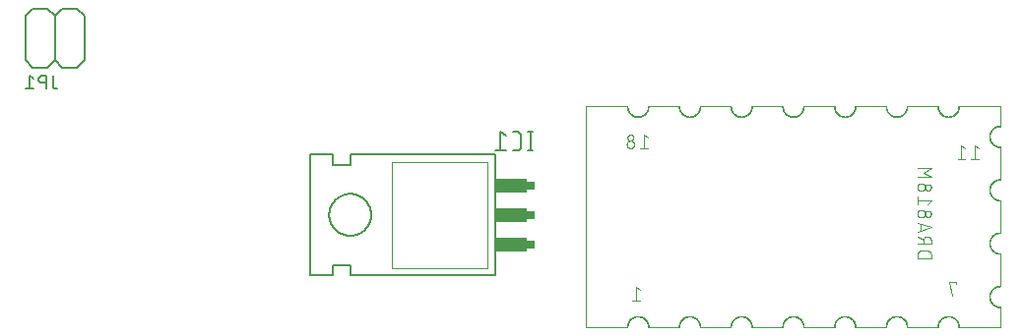
<source format=gbr>
G04 EAGLE Gerber RS-274X export*
G75*
%MOMM*%
%FSLAX34Y34*%
%LPD*%
%INSilkscreen Bottom*%
%IPPOS*%
%AMOC8*
5,1,8,0,0,1.08239X$1,22.5*%
G01*
%ADD10C,0.152400*%
%ADD11C,0.050800*%
%ADD12R,0.635000X0.762000*%
%ADD13R,2.794000X1.270000*%
%ADD14C,0.177800*%
%ADD15C,0.127000*%
%ADD16C,0.050000*%
%ADD17C,0.005000*%
%ADD18C,0.101600*%


D10*
X469900Y204470D02*
X469900Y100330D01*
X311150Y100330D02*
X311150Y204470D01*
X345440Y100330D02*
X469900Y100330D01*
X345440Y100330D02*
X345440Y109220D01*
X330200Y109220D01*
X330200Y100330D01*
X311150Y100330D01*
X345440Y204470D02*
X469900Y204470D01*
X345440Y204470D02*
X345440Y195580D01*
X330200Y195580D01*
X330200Y204470D01*
X311150Y204470D01*
D11*
X463550Y198120D02*
X463550Y106680D01*
X381000Y106680D01*
X381000Y198120D01*
X463550Y198120D01*
D10*
X327406Y152400D02*
X327411Y152843D01*
X327428Y153285D01*
X327455Y153727D01*
X327493Y154168D01*
X327542Y154608D01*
X327601Y155046D01*
X327672Y155483D01*
X327753Y155918D01*
X327844Y156351D01*
X327946Y156782D01*
X328059Y157210D01*
X328183Y157635D01*
X328316Y158057D01*
X328460Y158475D01*
X328614Y158890D01*
X328779Y159301D01*
X328953Y159708D01*
X329137Y160111D01*
X329332Y160508D01*
X329535Y160901D01*
X329749Y161289D01*
X329972Y161671D01*
X330204Y162048D01*
X330445Y162419D01*
X330696Y162784D01*
X330955Y163143D01*
X331223Y163495D01*
X331500Y163841D01*
X331784Y164179D01*
X332078Y164511D01*
X332379Y164835D01*
X332688Y165152D01*
X333005Y165461D01*
X333329Y165762D01*
X333661Y166056D01*
X333999Y166340D01*
X334345Y166617D01*
X334697Y166885D01*
X335056Y167144D01*
X335421Y167395D01*
X335792Y167636D01*
X336169Y167868D01*
X336551Y168091D01*
X336939Y168305D01*
X337332Y168508D01*
X337729Y168703D01*
X338132Y168887D01*
X338539Y169061D01*
X338950Y169226D01*
X339365Y169380D01*
X339783Y169524D01*
X340205Y169657D01*
X340630Y169781D01*
X341058Y169894D01*
X341489Y169996D01*
X341922Y170087D01*
X342357Y170168D01*
X342794Y170239D01*
X343232Y170298D01*
X343672Y170347D01*
X344113Y170385D01*
X344555Y170412D01*
X344997Y170429D01*
X345440Y170434D01*
X345883Y170429D01*
X346325Y170412D01*
X346767Y170385D01*
X347208Y170347D01*
X347648Y170298D01*
X348086Y170239D01*
X348523Y170168D01*
X348958Y170087D01*
X349391Y169996D01*
X349822Y169894D01*
X350250Y169781D01*
X350675Y169657D01*
X351097Y169524D01*
X351515Y169380D01*
X351930Y169226D01*
X352341Y169061D01*
X352748Y168887D01*
X353151Y168703D01*
X353548Y168508D01*
X353941Y168305D01*
X354329Y168091D01*
X354711Y167868D01*
X355088Y167636D01*
X355459Y167395D01*
X355824Y167144D01*
X356183Y166885D01*
X356535Y166617D01*
X356881Y166340D01*
X357219Y166056D01*
X357551Y165762D01*
X357875Y165461D01*
X358192Y165152D01*
X358501Y164835D01*
X358802Y164511D01*
X359096Y164179D01*
X359380Y163841D01*
X359657Y163495D01*
X359925Y163143D01*
X360184Y162784D01*
X360435Y162419D01*
X360676Y162048D01*
X360908Y161671D01*
X361131Y161289D01*
X361345Y160901D01*
X361548Y160508D01*
X361743Y160111D01*
X361927Y159708D01*
X362101Y159301D01*
X362266Y158890D01*
X362420Y158475D01*
X362564Y158057D01*
X362697Y157635D01*
X362821Y157210D01*
X362934Y156782D01*
X363036Y156351D01*
X363127Y155918D01*
X363208Y155483D01*
X363279Y155046D01*
X363338Y154608D01*
X363387Y154168D01*
X363425Y153727D01*
X363452Y153285D01*
X363469Y152843D01*
X363474Y152400D01*
X363469Y151957D01*
X363452Y151515D01*
X363425Y151073D01*
X363387Y150632D01*
X363338Y150192D01*
X363279Y149754D01*
X363208Y149317D01*
X363127Y148882D01*
X363036Y148449D01*
X362934Y148018D01*
X362821Y147590D01*
X362697Y147165D01*
X362564Y146743D01*
X362420Y146325D01*
X362266Y145910D01*
X362101Y145499D01*
X361927Y145092D01*
X361743Y144689D01*
X361548Y144292D01*
X361345Y143899D01*
X361131Y143511D01*
X360908Y143129D01*
X360676Y142752D01*
X360435Y142381D01*
X360184Y142016D01*
X359925Y141657D01*
X359657Y141305D01*
X359380Y140959D01*
X359096Y140621D01*
X358802Y140289D01*
X358501Y139965D01*
X358192Y139648D01*
X357875Y139339D01*
X357551Y139038D01*
X357219Y138744D01*
X356881Y138460D01*
X356535Y138183D01*
X356183Y137915D01*
X355824Y137656D01*
X355459Y137405D01*
X355088Y137164D01*
X354711Y136932D01*
X354329Y136709D01*
X353941Y136495D01*
X353548Y136292D01*
X353151Y136097D01*
X352748Y135913D01*
X352341Y135739D01*
X351930Y135574D01*
X351515Y135420D01*
X351097Y135276D01*
X350675Y135143D01*
X350250Y135019D01*
X349822Y134906D01*
X349391Y134804D01*
X348958Y134713D01*
X348523Y134632D01*
X348086Y134561D01*
X347648Y134502D01*
X347208Y134453D01*
X346767Y134415D01*
X346325Y134388D01*
X345883Y134371D01*
X345440Y134366D01*
X344997Y134371D01*
X344555Y134388D01*
X344113Y134415D01*
X343672Y134453D01*
X343232Y134502D01*
X342794Y134561D01*
X342357Y134632D01*
X341922Y134713D01*
X341489Y134804D01*
X341058Y134906D01*
X340630Y135019D01*
X340205Y135143D01*
X339783Y135276D01*
X339365Y135420D01*
X338950Y135574D01*
X338539Y135739D01*
X338132Y135913D01*
X337729Y136097D01*
X337332Y136292D01*
X336939Y136495D01*
X336551Y136709D01*
X336169Y136932D01*
X335792Y137164D01*
X335421Y137405D01*
X335056Y137656D01*
X334697Y137915D01*
X334345Y138183D01*
X333999Y138460D01*
X333661Y138744D01*
X333329Y139038D01*
X333005Y139339D01*
X332688Y139648D01*
X332379Y139965D01*
X332078Y140289D01*
X331784Y140621D01*
X331500Y140959D01*
X331223Y141305D01*
X330955Y141657D01*
X330696Y142016D01*
X330445Y142381D01*
X330204Y142752D01*
X329972Y143129D01*
X329749Y143511D01*
X329535Y143899D01*
X329332Y144292D01*
X329137Y144689D01*
X328953Y145092D01*
X328779Y145499D01*
X328614Y145910D01*
X328460Y146325D01*
X328316Y146743D01*
X328183Y147165D01*
X328059Y147590D01*
X327946Y148018D01*
X327844Y148449D01*
X327753Y148882D01*
X327672Y149317D01*
X327601Y149754D01*
X327542Y150192D01*
X327493Y150632D01*
X327455Y151073D01*
X327428Y151515D01*
X327411Y151957D01*
X327406Y152400D01*
D12*
X501015Y127000D03*
X501015Y152400D03*
X501015Y177800D03*
D13*
X483870Y177800D03*
X483870Y152400D03*
X483870Y127000D03*
D14*
X500253Y207899D02*
X500253Y223901D01*
X502031Y207899D02*
X498475Y207899D01*
X498475Y223901D02*
X502031Y223901D01*
X488681Y207899D02*
X485125Y207899D01*
X488681Y207899D02*
X488797Y207901D01*
X488914Y207907D01*
X489030Y207916D01*
X489145Y207929D01*
X489260Y207946D01*
X489375Y207967D01*
X489488Y207992D01*
X489601Y208020D01*
X489713Y208052D01*
X489824Y208088D01*
X489934Y208127D01*
X490042Y208170D01*
X490149Y208216D01*
X490254Y208266D01*
X490357Y208319D01*
X490459Y208375D01*
X490559Y208435D01*
X490657Y208498D01*
X490752Y208565D01*
X490846Y208634D01*
X490937Y208706D01*
X491026Y208781D01*
X491112Y208860D01*
X491195Y208941D01*
X491276Y209024D01*
X491355Y209110D01*
X491430Y209199D01*
X491502Y209290D01*
X491571Y209384D01*
X491638Y209479D01*
X491701Y209577D01*
X491761Y209677D01*
X491817Y209779D01*
X491870Y209882D01*
X491920Y209987D01*
X491966Y210094D01*
X492009Y210202D01*
X492048Y210312D01*
X492084Y210423D01*
X492116Y210535D01*
X492144Y210648D01*
X492169Y210761D01*
X492190Y210876D01*
X492207Y210991D01*
X492220Y211106D01*
X492229Y211222D01*
X492235Y211339D01*
X492237Y211455D01*
X492237Y220345D01*
X492235Y220461D01*
X492229Y220578D01*
X492220Y220694D01*
X492207Y220809D01*
X492190Y220924D01*
X492169Y221039D01*
X492144Y221152D01*
X492116Y221265D01*
X492084Y221377D01*
X492048Y221488D01*
X492009Y221598D01*
X491966Y221706D01*
X491920Y221813D01*
X491870Y221918D01*
X491817Y222021D01*
X491761Y222123D01*
X491701Y222223D01*
X491638Y222321D01*
X491571Y222416D01*
X491502Y222510D01*
X491430Y222601D01*
X491355Y222690D01*
X491276Y222776D01*
X491195Y222859D01*
X491112Y222940D01*
X491026Y223019D01*
X490937Y223094D01*
X490846Y223166D01*
X490752Y223235D01*
X490657Y223302D01*
X490559Y223365D01*
X490459Y223425D01*
X490357Y223481D01*
X490254Y223534D01*
X490149Y223584D01*
X490042Y223630D01*
X489934Y223673D01*
X489824Y223712D01*
X489713Y223748D01*
X489601Y223780D01*
X489488Y223808D01*
X489375Y223833D01*
X489260Y223854D01*
X489145Y223871D01*
X489030Y223884D01*
X488914Y223893D01*
X488797Y223899D01*
X488681Y223901D01*
X485125Y223901D01*
X479167Y220345D02*
X474722Y223901D01*
X474722Y207899D01*
X479167Y207899D02*
X470277Y207899D01*
D10*
X72390Y330200D02*
X66040Y323850D01*
X85090Y330200D02*
X91440Y323850D01*
X97790Y330200D01*
X110490Y330200D02*
X116840Y323850D01*
X66040Y323850D02*
X66040Y285750D01*
X72390Y279400D01*
X85090Y279400D01*
X91440Y285750D01*
X97790Y279400D01*
X110490Y279400D01*
X116840Y285750D01*
X91440Y285750D02*
X91440Y323850D01*
X116840Y323850D02*
X116840Y285750D01*
X110490Y330200D02*
X97790Y330200D01*
X85090Y330200D02*
X72390Y330200D01*
D15*
X89864Y272415D02*
X89864Y263525D01*
X89866Y263425D01*
X89872Y263326D01*
X89882Y263226D01*
X89895Y263128D01*
X89913Y263029D01*
X89934Y262932D01*
X89959Y262836D01*
X89988Y262740D01*
X90021Y262646D01*
X90057Y262553D01*
X90097Y262462D01*
X90141Y262372D01*
X90188Y262284D01*
X90238Y262198D01*
X90292Y262114D01*
X90349Y262032D01*
X90409Y261953D01*
X90473Y261875D01*
X90539Y261801D01*
X90608Y261729D01*
X90680Y261660D01*
X90754Y261594D01*
X90832Y261530D01*
X90911Y261470D01*
X90993Y261413D01*
X91077Y261359D01*
X91163Y261309D01*
X91251Y261262D01*
X91341Y261218D01*
X91432Y261178D01*
X91525Y261142D01*
X91619Y261109D01*
X91715Y261080D01*
X91811Y261055D01*
X91908Y261034D01*
X92007Y261016D01*
X92105Y261003D01*
X92205Y260993D01*
X92304Y260987D01*
X92404Y260985D01*
X93674Y260985D01*
X83884Y260985D02*
X83884Y272415D01*
X80709Y272415D01*
X80598Y272413D01*
X80488Y272407D01*
X80377Y272398D01*
X80267Y272384D01*
X80158Y272367D01*
X80049Y272346D01*
X79941Y272321D01*
X79834Y272292D01*
X79728Y272260D01*
X79623Y272224D01*
X79520Y272184D01*
X79418Y272141D01*
X79317Y272094D01*
X79218Y272043D01*
X79122Y271990D01*
X79027Y271933D01*
X78934Y271872D01*
X78843Y271809D01*
X78754Y271742D01*
X78668Y271672D01*
X78585Y271599D01*
X78503Y271524D01*
X78425Y271446D01*
X78350Y271364D01*
X78277Y271281D01*
X78207Y271195D01*
X78140Y271106D01*
X78077Y271015D01*
X78016Y270922D01*
X77959Y270828D01*
X77906Y270731D01*
X77855Y270632D01*
X77808Y270531D01*
X77765Y270429D01*
X77725Y270326D01*
X77689Y270221D01*
X77657Y270115D01*
X77628Y270008D01*
X77603Y269900D01*
X77582Y269791D01*
X77565Y269682D01*
X77551Y269572D01*
X77542Y269461D01*
X77536Y269351D01*
X77534Y269240D01*
X77536Y269129D01*
X77542Y269019D01*
X77551Y268908D01*
X77565Y268798D01*
X77582Y268689D01*
X77603Y268580D01*
X77628Y268472D01*
X77657Y268365D01*
X77689Y268259D01*
X77725Y268154D01*
X77765Y268051D01*
X77808Y267949D01*
X77855Y267848D01*
X77906Y267749D01*
X77959Y267653D01*
X78016Y267558D01*
X78077Y267465D01*
X78140Y267374D01*
X78207Y267285D01*
X78277Y267199D01*
X78350Y267116D01*
X78425Y267034D01*
X78503Y266956D01*
X78585Y266881D01*
X78668Y266808D01*
X78754Y266738D01*
X78843Y266671D01*
X78934Y266608D01*
X79027Y266547D01*
X79122Y266490D01*
X79218Y266437D01*
X79317Y266386D01*
X79418Y266339D01*
X79520Y266296D01*
X79623Y266256D01*
X79728Y266220D01*
X79834Y266188D01*
X79941Y266159D01*
X80049Y266134D01*
X80158Y266113D01*
X80267Y266096D01*
X80377Y266082D01*
X80488Y266073D01*
X80598Y266067D01*
X80709Y266065D01*
X83884Y266065D01*
X73025Y269875D02*
X69850Y272415D01*
X69850Y260985D01*
X73025Y260985D02*
X66675Y260985D01*
D16*
X904170Y245860D02*
X904170Y228860D01*
X904170Y210860D02*
X904170Y182860D01*
X904170Y164860D02*
X904170Y136860D01*
X904170Y118860D02*
X904170Y90860D01*
X904170Y72860D02*
X904170Y55860D01*
X548170Y55860D02*
X548170Y245860D01*
D17*
X904146Y91084D02*
X904146Y90634D01*
X904145Y90635D02*
X903930Y90632D01*
X903715Y90623D01*
X903501Y90609D01*
X903287Y90590D01*
X903073Y90566D01*
X902860Y90537D01*
X902648Y90502D01*
X902437Y90462D01*
X902226Y90417D01*
X902017Y90367D01*
X901810Y90312D01*
X901603Y90251D01*
X901399Y90186D01*
X901195Y90115D01*
X900994Y90040D01*
X900795Y89960D01*
X900597Y89875D01*
X900402Y89785D01*
X900209Y89690D01*
X900018Y89591D01*
X899830Y89487D01*
X899645Y89378D01*
X899462Y89265D01*
X899282Y89147D01*
X899105Y89026D01*
X898931Y88899D01*
X898760Y88769D01*
X898592Y88634D01*
X898428Y88496D01*
X898267Y88353D01*
X898110Y88206D01*
X897956Y88056D01*
X897806Y87902D01*
X897660Y87744D01*
X897518Y87583D01*
X897380Y87418D01*
X897246Y87250D01*
X897116Y87079D01*
X896990Y86905D01*
X896869Y86727D01*
X896752Y86547D01*
X896639Y86364D01*
X896531Y86178D01*
X896427Y85990D01*
X896329Y85799D01*
X896234Y85605D01*
X896145Y85410D01*
X896061Y85212D01*
X895981Y85013D01*
X895906Y84811D01*
X895836Y84608D01*
X895771Y84403D01*
X895712Y84196D01*
X895657Y83988D01*
X895607Y83779D01*
X895563Y83569D01*
X895524Y83357D01*
X895490Y83145D01*
X895461Y82932D01*
X895437Y82719D01*
X895419Y82504D01*
X895406Y82290D01*
X895398Y82075D01*
X895395Y81860D01*
X895398Y81645D01*
X895406Y81430D01*
X895419Y81216D01*
X895437Y81001D01*
X895461Y80788D01*
X895490Y80575D01*
X895524Y80363D01*
X895563Y80151D01*
X895607Y79941D01*
X895657Y79732D01*
X895712Y79524D01*
X895771Y79317D01*
X895836Y79112D01*
X895906Y78909D01*
X895981Y78707D01*
X896061Y78508D01*
X896145Y78310D01*
X896234Y78115D01*
X896329Y77921D01*
X896427Y77730D01*
X896531Y77542D01*
X896639Y77356D01*
X896752Y77173D01*
X896869Y76993D01*
X896990Y76815D01*
X897116Y76641D01*
X897246Y76470D01*
X897380Y76302D01*
X897518Y76137D01*
X897660Y75976D01*
X897806Y75818D01*
X897956Y75664D01*
X898110Y75514D01*
X898267Y75367D01*
X898428Y75224D01*
X898592Y75086D01*
X898760Y74951D01*
X898931Y74821D01*
X899105Y74694D01*
X899282Y74573D01*
X899462Y74455D01*
X899645Y74342D01*
X899830Y74233D01*
X900018Y74129D01*
X900209Y74030D01*
X900402Y73935D01*
X900597Y73845D01*
X900795Y73760D01*
X900994Y73680D01*
X901195Y73605D01*
X901399Y73534D01*
X901603Y73469D01*
X901810Y73408D01*
X902017Y73353D01*
X902226Y73303D01*
X902437Y73258D01*
X902648Y73218D01*
X902860Y73183D01*
X903073Y73154D01*
X903287Y73130D01*
X903501Y73111D01*
X903715Y73097D01*
X903930Y73088D01*
X904145Y73085D01*
X904146Y72636D01*
X904145Y72635D01*
X903919Y72638D01*
X903693Y72647D01*
X903468Y72662D01*
X903242Y72682D01*
X903018Y72707D01*
X902794Y72738D01*
X902571Y72775D01*
X902349Y72817D01*
X902128Y72864D01*
X901908Y72917D01*
X901690Y72975D01*
X901473Y73038D01*
X901257Y73107D01*
X901044Y73181D01*
X900832Y73260D01*
X900622Y73344D01*
X900415Y73434D01*
X900210Y73528D01*
X900007Y73628D01*
X899806Y73732D01*
X899608Y73842D01*
X899413Y73956D01*
X899221Y74075D01*
X899032Y74198D01*
X898846Y74327D01*
X898663Y74459D01*
X898483Y74596D01*
X898307Y74738D01*
X898134Y74884D01*
X897965Y75034D01*
X897800Y75188D01*
X897638Y75346D01*
X897480Y75508D01*
X897327Y75674D01*
X897177Y75843D01*
X897032Y76016D01*
X896891Y76193D01*
X896754Y76373D01*
X896622Y76556D01*
X896494Y76743D01*
X896371Y76932D01*
X896253Y77125D01*
X896139Y77320D01*
X896031Y77518D01*
X895927Y77719D01*
X895828Y77922D01*
X895734Y78128D01*
X895645Y78336D01*
X895561Y78545D01*
X895482Y78757D01*
X895409Y78971D01*
X895341Y79187D01*
X895278Y79404D01*
X895221Y79622D01*
X895168Y79842D01*
X895122Y80063D01*
X895080Y80286D01*
X895045Y80509D01*
X895014Y80733D01*
X894989Y80957D01*
X894970Y81183D01*
X894956Y81408D01*
X894948Y81634D01*
X894945Y81860D01*
X894948Y82086D01*
X894956Y82312D01*
X894970Y82537D01*
X894989Y82763D01*
X895014Y82987D01*
X895045Y83211D01*
X895080Y83434D01*
X895122Y83657D01*
X895168Y83878D01*
X895221Y84098D01*
X895278Y84316D01*
X895341Y84533D01*
X895409Y84749D01*
X895482Y84963D01*
X895561Y85175D01*
X895645Y85384D01*
X895734Y85592D01*
X895828Y85798D01*
X895927Y86001D01*
X896031Y86202D01*
X896139Y86400D01*
X896253Y86595D01*
X896371Y86788D01*
X896494Y86977D01*
X896622Y87164D01*
X896754Y87347D01*
X896891Y87527D01*
X897032Y87704D01*
X897177Y87877D01*
X897327Y88046D01*
X897480Y88212D01*
X897638Y88374D01*
X897800Y88532D01*
X897965Y88686D01*
X898134Y88836D01*
X898307Y88982D01*
X898483Y89124D01*
X898663Y89261D01*
X898846Y89393D01*
X899032Y89522D01*
X899221Y89645D01*
X899413Y89764D01*
X899608Y89878D01*
X899806Y89988D01*
X900007Y90092D01*
X900210Y90192D01*
X900415Y90286D01*
X900622Y90376D01*
X900832Y90460D01*
X901044Y90539D01*
X901257Y90613D01*
X901473Y90682D01*
X901690Y90745D01*
X901908Y90803D01*
X902128Y90856D01*
X902349Y90903D01*
X902571Y90945D01*
X902794Y90982D01*
X903018Y91013D01*
X903242Y91038D01*
X903468Y91058D01*
X903693Y91073D01*
X903919Y91082D01*
X904145Y91085D01*
X904145Y91038D01*
X903920Y91035D01*
X903695Y91026D01*
X903471Y91011D01*
X903247Y90991D01*
X903024Y90966D01*
X902801Y90935D01*
X902579Y90899D01*
X902358Y90857D01*
X902138Y90810D01*
X901919Y90758D01*
X901702Y90700D01*
X901486Y90637D01*
X901272Y90568D01*
X901060Y90495D01*
X900849Y90416D01*
X900640Y90332D01*
X900434Y90243D01*
X900230Y90149D01*
X900028Y90050D01*
X899828Y89946D01*
X899632Y89837D01*
X899438Y89724D01*
X899246Y89605D01*
X899058Y89483D01*
X898873Y89355D01*
X898691Y89223D01*
X898512Y89087D01*
X898337Y88946D01*
X898165Y88801D01*
X897997Y88652D01*
X897832Y88498D01*
X897671Y88341D01*
X897515Y88180D01*
X897362Y88015D01*
X897213Y87846D01*
X897068Y87674D01*
X896928Y87498D01*
X896792Y87319D01*
X896661Y87137D01*
X896534Y86951D01*
X896411Y86763D01*
X896293Y86571D01*
X896180Y86377D01*
X896072Y86180D01*
X895969Y85980D01*
X895870Y85778D01*
X895777Y85573D01*
X895688Y85366D01*
X895605Y85158D01*
X895527Y84947D01*
X895454Y84734D01*
X895386Y84520D01*
X895323Y84304D01*
X895266Y84086D01*
X895214Y83867D01*
X895168Y83647D01*
X895127Y83426D01*
X895091Y83204D01*
X895061Y82982D01*
X895036Y82758D01*
X895017Y82534D01*
X895003Y82310D01*
X894995Y82085D01*
X894992Y81860D01*
X894995Y81635D01*
X895003Y81410D01*
X895017Y81186D01*
X895036Y80962D01*
X895061Y80738D01*
X895091Y80516D01*
X895127Y80294D01*
X895168Y80073D01*
X895214Y79853D01*
X895266Y79634D01*
X895323Y79416D01*
X895386Y79200D01*
X895454Y78986D01*
X895527Y78773D01*
X895605Y78562D01*
X895688Y78354D01*
X895777Y78147D01*
X895870Y77942D01*
X895969Y77740D01*
X896072Y77540D01*
X896180Y77343D01*
X896293Y77149D01*
X896411Y76957D01*
X896534Y76769D01*
X896661Y76583D01*
X896792Y76401D01*
X896928Y76222D01*
X897068Y76046D01*
X897213Y75874D01*
X897362Y75705D01*
X897515Y75540D01*
X897671Y75379D01*
X897832Y75222D01*
X897997Y75068D01*
X898165Y74919D01*
X898337Y74774D01*
X898512Y74633D01*
X898691Y74497D01*
X898873Y74365D01*
X899058Y74237D01*
X899246Y74115D01*
X899438Y73996D01*
X899632Y73883D01*
X899828Y73774D01*
X900028Y73670D01*
X900230Y73571D01*
X900434Y73477D01*
X900640Y73388D01*
X900849Y73304D01*
X901060Y73225D01*
X901272Y73152D01*
X901486Y73083D01*
X901702Y73020D01*
X901919Y72962D01*
X902138Y72910D01*
X902358Y72863D01*
X902579Y72821D01*
X902801Y72785D01*
X903024Y72754D01*
X903247Y72729D01*
X903471Y72709D01*
X903695Y72694D01*
X903920Y72685D01*
X904145Y72682D01*
X904145Y72729D01*
X903921Y72732D01*
X903698Y72741D01*
X903475Y72756D01*
X903252Y72775D01*
X903029Y72801D01*
X902808Y72831D01*
X902587Y72867D01*
X902367Y72909D01*
X902148Y72956D01*
X901931Y73008D01*
X901715Y73065D01*
X901500Y73128D01*
X901287Y73196D01*
X901075Y73269D01*
X900866Y73348D01*
X900658Y73431D01*
X900453Y73520D01*
X900250Y73613D01*
X900049Y73712D01*
X899851Y73815D01*
X899655Y73924D01*
X899462Y74037D01*
X899271Y74154D01*
X899084Y74277D01*
X898900Y74403D01*
X898719Y74535D01*
X898541Y74671D01*
X898366Y74811D01*
X898196Y74955D01*
X898028Y75103D01*
X897864Y75256D01*
X897705Y75412D01*
X897549Y75573D01*
X897397Y75737D01*
X897249Y75904D01*
X897105Y76076D01*
X896965Y76251D01*
X896830Y76429D01*
X896699Y76610D01*
X896573Y76795D01*
X896451Y76983D01*
X896334Y77173D01*
X896221Y77366D01*
X896113Y77563D01*
X896011Y77761D01*
X895913Y77962D01*
X895820Y78166D01*
X895732Y78371D01*
X895649Y78579D01*
X895571Y78789D01*
X895498Y79001D01*
X895431Y79214D01*
X895369Y79429D01*
X895312Y79645D01*
X895260Y79863D01*
X895214Y80082D01*
X895173Y80302D01*
X895137Y80523D01*
X895107Y80744D01*
X895083Y80967D01*
X895064Y81189D01*
X895050Y81413D01*
X895042Y81636D01*
X895039Y81860D01*
X895042Y82084D01*
X895050Y82307D01*
X895064Y82531D01*
X895083Y82753D01*
X895107Y82976D01*
X895137Y83197D01*
X895173Y83418D01*
X895214Y83638D01*
X895260Y83857D01*
X895312Y84075D01*
X895369Y84291D01*
X895431Y84506D01*
X895498Y84719D01*
X895571Y84931D01*
X895649Y85141D01*
X895732Y85349D01*
X895820Y85554D01*
X895913Y85758D01*
X896011Y85959D01*
X896113Y86157D01*
X896221Y86354D01*
X896334Y86547D01*
X896451Y86737D01*
X896573Y86925D01*
X896699Y87110D01*
X896830Y87291D01*
X896965Y87469D01*
X897105Y87644D01*
X897249Y87816D01*
X897397Y87983D01*
X897549Y88147D01*
X897705Y88308D01*
X897864Y88464D01*
X898028Y88617D01*
X898196Y88765D01*
X898366Y88909D01*
X898541Y89049D01*
X898719Y89185D01*
X898900Y89317D01*
X899084Y89443D01*
X899271Y89566D01*
X899462Y89683D01*
X899655Y89796D01*
X899851Y89905D01*
X900049Y90008D01*
X900250Y90107D01*
X900453Y90200D01*
X900658Y90289D01*
X900866Y90372D01*
X901075Y90451D01*
X901287Y90524D01*
X901500Y90592D01*
X901715Y90655D01*
X901931Y90712D01*
X902148Y90764D01*
X902367Y90811D01*
X902587Y90853D01*
X902808Y90889D01*
X903029Y90919D01*
X903252Y90945D01*
X903475Y90964D01*
X903698Y90979D01*
X903921Y90988D01*
X904145Y90991D01*
X904145Y90944D01*
X903922Y90941D01*
X903700Y90932D01*
X903478Y90918D01*
X903256Y90898D01*
X903035Y90873D01*
X902815Y90842D01*
X902595Y90806D01*
X902376Y90765D01*
X902159Y90719D01*
X901942Y90667D01*
X901727Y90609D01*
X901514Y90547D01*
X901302Y90479D01*
X901091Y90406D01*
X900883Y90328D01*
X900676Y90245D01*
X900472Y90157D01*
X900270Y90064D01*
X900070Y89966D01*
X899873Y89863D01*
X899678Y89756D01*
X899486Y89643D01*
X899297Y89526D01*
X899110Y89404D01*
X898927Y89278D01*
X898747Y89147D01*
X898570Y89012D01*
X898396Y88873D01*
X898226Y88730D01*
X898060Y88582D01*
X897897Y88430D01*
X897738Y88275D01*
X897583Y88115D01*
X897431Y87952D01*
X897284Y87785D01*
X897141Y87614D01*
X897002Y87440D01*
X896868Y87263D01*
X896737Y87083D01*
X896612Y86899D01*
X896491Y86712D01*
X896374Y86523D01*
X896262Y86330D01*
X896155Y86135D01*
X896053Y85938D01*
X895955Y85738D01*
X895863Y85535D01*
X895775Y85331D01*
X895693Y85124D01*
X895615Y84915D01*
X895543Y84705D01*
X895476Y84492D01*
X895414Y84279D01*
X895357Y84063D01*
X895306Y83847D01*
X895260Y83629D01*
X895219Y83410D01*
X895184Y83191D01*
X895154Y82970D01*
X895130Y82749D01*
X895111Y82527D01*
X895097Y82305D01*
X895089Y82083D01*
X895086Y81860D01*
X895089Y81637D01*
X895097Y81415D01*
X895111Y81193D01*
X895130Y80971D01*
X895154Y80750D01*
X895184Y80529D01*
X895219Y80310D01*
X895260Y80091D01*
X895306Y79873D01*
X895357Y79657D01*
X895414Y79441D01*
X895476Y79228D01*
X895543Y79015D01*
X895615Y78805D01*
X895693Y78596D01*
X895775Y78389D01*
X895863Y78185D01*
X895955Y77982D01*
X896053Y77782D01*
X896155Y77585D01*
X896262Y77390D01*
X896374Y77197D01*
X896491Y77008D01*
X896612Y76821D01*
X896737Y76637D01*
X896868Y76457D01*
X897002Y76280D01*
X897141Y76106D01*
X897284Y75935D01*
X897431Y75768D01*
X897583Y75605D01*
X897738Y75445D01*
X897897Y75290D01*
X898060Y75138D01*
X898226Y74990D01*
X898396Y74847D01*
X898570Y74708D01*
X898747Y74573D01*
X898927Y74442D01*
X899110Y74316D01*
X899297Y74194D01*
X899486Y74077D01*
X899678Y73964D01*
X899873Y73857D01*
X900070Y73754D01*
X900270Y73656D01*
X900472Y73563D01*
X900676Y73475D01*
X900883Y73392D01*
X901091Y73314D01*
X901302Y73241D01*
X901514Y73173D01*
X901727Y73111D01*
X901942Y73053D01*
X902159Y73001D01*
X902376Y72955D01*
X902595Y72914D01*
X902815Y72878D01*
X903035Y72847D01*
X903256Y72822D01*
X903478Y72802D01*
X903700Y72788D01*
X903922Y72779D01*
X904145Y72776D01*
X904145Y72823D01*
X903924Y72826D01*
X903702Y72835D01*
X903481Y72849D01*
X903261Y72869D01*
X903041Y72894D01*
X902822Y72924D01*
X902603Y72960D01*
X902386Y73001D01*
X902169Y73047D01*
X901954Y73099D01*
X901740Y73156D01*
X901527Y73218D01*
X901316Y73285D01*
X901107Y73358D01*
X900900Y73435D01*
X900694Y73518D01*
X900491Y73606D01*
X900290Y73698D01*
X900091Y73796D01*
X899895Y73898D01*
X899701Y74005D01*
X899510Y74117D01*
X899322Y74234D01*
X899136Y74355D01*
X898954Y74480D01*
X898775Y74610D01*
X898599Y74745D01*
X898426Y74883D01*
X898257Y75026D01*
X898091Y75173D01*
X897929Y75324D01*
X897771Y75479D01*
X897617Y75637D01*
X897466Y75800D01*
X897320Y75966D01*
X897177Y76135D01*
X897039Y76308D01*
X896905Y76485D01*
X896776Y76664D01*
X896651Y76847D01*
X896530Y77033D01*
X896414Y77221D01*
X896303Y77413D01*
X896196Y77607D01*
X896095Y77803D01*
X895998Y78003D01*
X895906Y78204D01*
X895819Y78407D01*
X895736Y78613D01*
X895659Y78821D01*
X895588Y79030D01*
X895521Y79241D01*
X895459Y79454D01*
X895403Y79668D01*
X895352Y79883D01*
X895306Y80100D01*
X895266Y80318D01*
X895230Y80536D01*
X895201Y80756D01*
X895176Y80976D01*
X895157Y81196D01*
X895144Y81417D01*
X895136Y81639D01*
X895133Y81860D01*
X895136Y82081D01*
X895144Y82303D01*
X895157Y82524D01*
X895176Y82744D01*
X895201Y82964D01*
X895230Y83184D01*
X895266Y83402D01*
X895306Y83620D01*
X895352Y83837D01*
X895403Y84052D01*
X895459Y84266D01*
X895521Y84479D01*
X895588Y84690D01*
X895659Y84899D01*
X895736Y85107D01*
X895819Y85313D01*
X895906Y85516D01*
X895998Y85717D01*
X896095Y85917D01*
X896196Y86113D01*
X896303Y86307D01*
X896414Y86499D01*
X896530Y86687D01*
X896651Y86873D01*
X896776Y87056D01*
X896905Y87235D01*
X897039Y87412D01*
X897177Y87585D01*
X897320Y87754D01*
X897466Y87920D01*
X897617Y88083D01*
X897771Y88241D01*
X897929Y88396D01*
X898091Y88547D01*
X898257Y88694D01*
X898426Y88837D01*
X898599Y88975D01*
X898775Y89110D01*
X898954Y89240D01*
X899136Y89365D01*
X899322Y89486D01*
X899510Y89603D01*
X899701Y89715D01*
X899895Y89822D01*
X900091Y89924D01*
X900290Y90022D01*
X900491Y90114D01*
X900694Y90202D01*
X900900Y90285D01*
X901107Y90362D01*
X901316Y90435D01*
X901527Y90502D01*
X901740Y90564D01*
X901954Y90621D01*
X902169Y90673D01*
X902386Y90719D01*
X902603Y90760D01*
X902822Y90796D01*
X903041Y90826D01*
X903261Y90851D01*
X903481Y90871D01*
X903702Y90885D01*
X903924Y90894D01*
X904145Y90897D01*
X904145Y90850D01*
X903925Y90847D01*
X903705Y90838D01*
X903485Y90824D01*
X903266Y90804D01*
X903047Y90780D01*
X902828Y90749D01*
X902611Y90714D01*
X902395Y90673D01*
X902179Y90627D01*
X901965Y90575D01*
X901752Y90519D01*
X901541Y90457D01*
X901331Y90390D01*
X901123Y90318D01*
X900917Y90241D01*
X900712Y90158D01*
X900510Y90071D01*
X900310Y89979D01*
X900112Y89882D01*
X899917Y89780D01*
X899724Y89674D01*
X899534Y89563D01*
X899347Y89447D01*
X899162Y89326D01*
X898981Y89201D01*
X898803Y89072D01*
X898628Y88938D01*
X898456Y88800D01*
X898288Y88658D01*
X898123Y88512D01*
X897962Y88362D01*
X897804Y88208D01*
X897651Y88050D01*
X897501Y87889D01*
X897355Y87723D01*
X897214Y87555D01*
X897076Y87383D01*
X896943Y87207D01*
X896814Y87029D01*
X896690Y86847D01*
X896570Y86662D01*
X896455Y86474D01*
X896344Y86284D01*
X896238Y86091D01*
X896137Y85895D01*
X896040Y85697D01*
X895949Y85497D01*
X895862Y85295D01*
X895780Y85090D01*
X895704Y84883D01*
X895632Y84675D01*
X895566Y84465D01*
X895505Y84254D01*
X895448Y84041D01*
X895398Y83826D01*
X895352Y83611D01*
X895312Y83394D01*
X895277Y83177D01*
X895247Y82959D01*
X895223Y82740D01*
X895204Y82520D01*
X895191Y82300D01*
X895183Y82080D01*
X895180Y81860D01*
X895183Y81640D01*
X895191Y81420D01*
X895204Y81200D01*
X895223Y80980D01*
X895247Y80761D01*
X895277Y80543D01*
X895312Y80326D01*
X895352Y80109D01*
X895398Y79894D01*
X895448Y79679D01*
X895505Y79466D01*
X895566Y79255D01*
X895632Y79045D01*
X895704Y78837D01*
X895780Y78630D01*
X895862Y78425D01*
X895949Y78223D01*
X896040Y78023D01*
X896137Y77825D01*
X896238Y77629D01*
X896344Y77436D01*
X896455Y77246D01*
X896570Y77058D01*
X896690Y76873D01*
X896814Y76691D01*
X896943Y76513D01*
X897076Y76337D01*
X897214Y76165D01*
X897355Y75997D01*
X897501Y75831D01*
X897651Y75670D01*
X897804Y75512D01*
X897962Y75358D01*
X898123Y75208D01*
X898288Y75062D01*
X898456Y74920D01*
X898628Y74782D01*
X898803Y74648D01*
X898981Y74519D01*
X899162Y74394D01*
X899347Y74273D01*
X899534Y74157D01*
X899724Y74046D01*
X899917Y73940D01*
X900112Y73838D01*
X900310Y73741D01*
X900510Y73649D01*
X900712Y73562D01*
X900917Y73479D01*
X901123Y73402D01*
X901331Y73330D01*
X901541Y73263D01*
X901752Y73201D01*
X901965Y73145D01*
X902179Y73093D01*
X902395Y73047D01*
X902611Y73006D01*
X902828Y72971D01*
X903047Y72940D01*
X903266Y72916D01*
X903485Y72896D01*
X903705Y72882D01*
X903925Y72873D01*
X904145Y72870D01*
X904145Y72917D01*
X903926Y72920D01*
X903707Y72929D01*
X903488Y72943D01*
X903270Y72962D01*
X903052Y72987D01*
X902835Y73017D01*
X902619Y73052D01*
X902404Y73093D01*
X902190Y73139D01*
X901977Y73190D01*
X901765Y73246D01*
X901555Y73308D01*
X901346Y73375D01*
X901139Y73446D01*
X900934Y73523D01*
X900730Y73605D01*
X900529Y73692D01*
X900330Y73783D01*
X900133Y73880D01*
X899939Y73981D01*
X899747Y74087D01*
X899558Y74198D01*
X899372Y74313D01*
X899189Y74433D01*
X899008Y74557D01*
X898831Y74686D01*
X898657Y74819D01*
X898486Y74956D01*
X898318Y75097D01*
X898154Y75243D01*
X897994Y75392D01*
X897838Y75545D01*
X897685Y75702D01*
X897536Y75863D01*
X897391Y76027D01*
X897250Y76195D01*
X897113Y76366D01*
X896981Y76541D01*
X896853Y76719D01*
X896729Y76899D01*
X896610Y77083D01*
X896495Y77270D01*
X896385Y77459D01*
X896279Y77651D01*
X896179Y77846D01*
X896083Y78043D01*
X895992Y78242D01*
X895905Y78443D01*
X895824Y78647D01*
X895748Y78852D01*
X895677Y79060D01*
X895611Y79268D01*
X895550Y79479D01*
X895494Y79691D01*
X895444Y79904D01*
X895398Y80118D01*
X895358Y80334D01*
X895323Y80550D01*
X895294Y80767D01*
X895270Y80985D01*
X895251Y81203D01*
X895238Y81422D01*
X895230Y81641D01*
X895227Y81860D01*
X895230Y82079D01*
X895238Y82298D01*
X895251Y82517D01*
X895270Y82735D01*
X895294Y82953D01*
X895323Y83170D01*
X895358Y83386D01*
X895398Y83602D01*
X895444Y83816D01*
X895494Y84029D01*
X895550Y84241D01*
X895611Y84452D01*
X895677Y84660D01*
X895748Y84868D01*
X895824Y85073D01*
X895905Y85277D01*
X895992Y85478D01*
X896083Y85677D01*
X896179Y85874D01*
X896279Y86069D01*
X896385Y86261D01*
X896495Y86450D01*
X896610Y86637D01*
X896729Y86821D01*
X896853Y87001D01*
X896981Y87179D01*
X897113Y87354D01*
X897250Y87525D01*
X897391Y87693D01*
X897536Y87857D01*
X897685Y88018D01*
X897838Y88175D01*
X897994Y88328D01*
X898154Y88477D01*
X898318Y88623D01*
X898486Y88764D01*
X898657Y88901D01*
X898831Y89034D01*
X899008Y89163D01*
X899189Y89287D01*
X899372Y89407D01*
X899558Y89522D01*
X899747Y89633D01*
X899939Y89739D01*
X900133Y89840D01*
X900330Y89937D01*
X900529Y90028D01*
X900730Y90115D01*
X900934Y90197D01*
X901139Y90274D01*
X901346Y90345D01*
X901555Y90412D01*
X901765Y90474D01*
X901977Y90530D01*
X902190Y90581D01*
X902404Y90627D01*
X902619Y90668D01*
X902835Y90703D01*
X903052Y90733D01*
X903270Y90758D01*
X903488Y90777D01*
X903707Y90791D01*
X903926Y90800D01*
X904145Y90803D01*
X904145Y90756D01*
X903927Y90753D01*
X903709Y90744D01*
X903492Y90730D01*
X903275Y90711D01*
X903058Y90686D01*
X902842Y90656D01*
X902627Y90621D01*
X902413Y90581D01*
X902200Y90535D01*
X901988Y90484D01*
X901777Y90428D01*
X901568Y90367D01*
X901361Y90301D01*
X901155Y90229D01*
X900951Y90153D01*
X900748Y90072D01*
X900548Y89985D01*
X900350Y89894D01*
X900155Y89798D01*
X899961Y89697D01*
X899771Y89592D01*
X899582Y89482D01*
X899397Y89367D01*
X899215Y89248D01*
X899035Y89124D01*
X898859Y88996D01*
X898686Y88864D01*
X898516Y88728D01*
X898349Y88587D01*
X898186Y88443D01*
X898027Y88294D01*
X897871Y88142D01*
X897719Y87985D01*
X897571Y87826D01*
X897426Y87662D01*
X897286Y87495D01*
X897150Y87325D01*
X897019Y87151D01*
X896891Y86974D01*
X896768Y86795D01*
X896649Y86612D01*
X896535Y86426D01*
X896426Y86238D01*
X896321Y86047D01*
X896221Y85853D01*
X896125Y85657D01*
X896035Y85459D01*
X895949Y85259D01*
X895868Y85056D01*
X895792Y84852D01*
X895721Y84646D01*
X895656Y84438D01*
X895595Y84229D01*
X895540Y84018D01*
X895489Y83806D01*
X895444Y83592D01*
X895405Y83378D01*
X895370Y83163D01*
X895341Y82947D01*
X895317Y82730D01*
X895298Y82513D01*
X895285Y82296D01*
X895277Y82078D01*
X895274Y81860D01*
X895277Y81642D01*
X895285Y81424D01*
X895298Y81207D01*
X895317Y80990D01*
X895341Y80773D01*
X895370Y80557D01*
X895405Y80342D01*
X895444Y80128D01*
X895489Y79914D01*
X895540Y79702D01*
X895595Y79491D01*
X895656Y79282D01*
X895721Y79074D01*
X895792Y78868D01*
X895868Y78664D01*
X895949Y78461D01*
X896035Y78261D01*
X896125Y78063D01*
X896221Y77867D01*
X896321Y77673D01*
X896426Y77482D01*
X896535Y77294D01*
X896649Y77108D01*
X896768Y76925D01*
X896891Y76746D01*
X897019Y76569D01*
X897150Y76395D01*
X897286Y76225D01*
X897426Y76058D01*
X897571Y75894D01*
X897719Y75735D01*
X897871Y75578D01*
X898027Y75426D01*
X898186Y75277D01*
X898349Y75133D01*
X898516Y74992D01*
X898686Y74856D01*
X898859Y74724D01*
X899035Y74596D01*
X899215Y74472D01*
X899397Y74353D01*
X899582Y74238D01*
X899771Y74128D01*
X899961Y74023D01*
X900155Y73922D01*
X900350Y73826D01*
X900548Y73735D01*
X900748Y73648D01*
X900951Y73567D01*
X901155Y73491D01*
X901361Y73419D01*
X901568Y73353D01*
X901777Y73292D01*
X901988Y73236D01*
X902200Y73185D01*
X902413Y73139D01*
X902627Y73099D01*
X902842Y73064D01*
X903058Y73034D01*
X903275Y73009D01*
X903492Y72990D01*
X903709Y72976D01*
X903927Y72967D01*
X904145Y72964D01*
X904145Y73011D01*
X903928Y73014D01*
X903712Y73023D01*
X903495Y73037D01*
X903279Y73056D01*
X903064Y73080D01*
X902849Y73110D01*
X902635Y73145D01*
X902422Y73185D01*
X902210Y73231D01*
X901999Y73281D01*
X901790Y73337D01*
X901582Y73398D01*
X901375Y73464D01*
X901170Y73535D01*
X900967Y73611D01*
X900766Y73692D01*
X900567Y73778D01*
X900370Y73868D01*
X900176Y73964D01*
X899983Y74064D01*
X899794Y74169D01*
X899607Y74278D01*
X899422Y74392D01*
X899241Y74511D01*
X899062Y74634D01*
X898887Y74761D01*
X898714Y74893D01*
X898545Y75029D01*
X898380Y75168D01*
X898218Y75312D01*
X898059Y75460D01*
X897904Y75612D01*
X897753Y75767D01*
X897605Y75926D01*
X897462Y76089D01*
X897323Y76255D01*
X897187Y76424D01*
X897056Y76597D01*
X896930Y76773D01*
X896807Y76952D01*
X896689Y77133D01*
X896576Y77318D01*
X896467Y77505D01*
X896362Y77696D01*
X896263Y77888D01*
X896168Y78083D01*
X896077Y78280D01*
X895992Y78479D01*
X895912Y78681D01*
X895836Y78884D01*
X895766Y79089D01*
X895701Y79296D01*
X895640Y79504D01*
X895585Y79714D01*
X895535Y79925D01*
X895490Y80137D01*
X895451Y80350D01*
X895416Y80564D01*
X895387Y80779D01*
X895363Y80994D01*
X895345Y81210D01*
X895332Y81427D01*
X895324Y81643D01*
X895321Y81860D01*
X895324Y82077D01*
X895332Y82293D01*
X895345Y82510D01*
X895363Y82726D01*
X895387Y82941D01*
X895416Y83156D01*
X895451Y83370D01*
X895490Y83583D01*
X895535Y83795D01*
X895585Y84006D01*
X895640Y84216D01*
X895701Y84424D01*
X895766Y84631D01*
X895836Y84836D01*
X895912Y85039D01*
X895992Y85241D01*
X896077Y85440D01*
X896168Y85637D01*
X896263Y85832D01*
X896362Y86024D01*
X896467Y86215D01*
X896576Y86402D01*
X896689Y86587D01*
X896807Y86768D01*
X896930Y86947D01*
X897056Y87123D01*
X897187Y87296D01*
X897323Y87465D01*
X897462Y87631D01*
X897605Y87794D01*
X897753Y87953D01*
X897904Y88108D01*
X898059Y88260D01*
X898218Y88408D01*
X898380Y88552D01*
X898545Y88691D01*
X898714Y88827D01*
X898887Y88959D01*
X899062Y89086D01*
X899241Y89209D01*
X899422Y89328D01*
X899607Y89442D01*
X899794Y89551D01*
X899983Y89656D01*
X900176Y89756D01*
X900370Y89852D01*
X900567Y89942D01*
X900766Y90028D01*
X900967Y90109D01*
X901170Y90185D01*
X901375Y90256D01*
X901582Y90322D01*
X901790Y90383D01*
X901999Y90439D01*
X902210Y90489D01*
X902422Y90535D01*
X902635Y90575D01*
X902849Y90610D01*
X903064Y90640D01*
X903279Y90664D01*
X903495Y90683D01*
X903712Y90697D01*
X903928Y90706D01*
X904145Y90709D01*
X904145Y90662D01*
X903929Y90659D01*
X903714Y90650D01*
X903499Y90636D01*
X903284Y90617D01*
X903070Y90593D01*
X902856Y90563D01*
X902643Y90529D01*
X902431Y90489D01*
X902221Y90443D01*
X902011Y90393D01*
X901802Y90338D01*
X901595Y90277D01*
X901390Y90211D01*
X901186Y90141D01*
X900984Y90065D01*
X900784Y89985D01*
X900586Y89899D01*
X900390Y89809D01*
X900197Y89714D01*
X900006Y89615D01*
X899817Y89510D01*
X899631Y89401D01*
X899447Y89288D01*
X899267Y89170D01*
X899089Y89048D01*
X898915Y88921D01*
X898743Y88790D01*
X898575Y88655D01*
X898410Y88516D01*
X898249Y88373D01*
X898091Y88226D01*
X897937Y88075D01*
X897787Y87921D01*
X897640Y87762D01*
X897498Y87601D01*
X897359Y87435D01*
X897224Y87267D01*
X897094Y87095D01*
X896968Y86920D01*
X896846Y86742D01*
X896729Y86561D01*
X896616Y86378D01*
X896507Y86191D01*
X896404Y86002D01*
X896305Y85811D01*
X896210Y85617D01*
X896120Y85421D01*
X896036Y85223D01*
X895956Y85022D01*
X895881Y84820D01*
X895811Y84616D01*
X895746Y84411D01*
X895686Y84203D01*
X895631Y83995D01*
X895581Y83785D01*
X895537Y83574D01*
X895497Y83362D01*
X895463Y83149D01*
X895434Y82936D01*
X895410Y82721D01*
X895392Y82506D01*
X895379Y82291D01*
X895371Y82076D01*
X895368Y81860D01*
X895371Y81644D01*
X895379Y81429D01*
X895392Y81214D01*
X895410Y80999D01*
X895434Y80784D01*
X895463Y80571D01*
X895497Y80358D01*
X895537Y80146D01*
X895581Y79935D01*
X895631Y79725D01*
X895686Y79517D01*
X895746Y79309D01*
X895811Y79104D01*
X895881Y78900D01*
X895956Y78698D01*
X896036Y78497D01*
X896120Y78299D01*
X896210Y78103D01*
X896305Y77909D01*
X896404Y77718D01*
X896507Y77529D01*
X896616Y77342D01*
X896729Y77159D01*
X896846Y76978D01*
X896968Y76800D01*
X897094Y76625D01*
X897224Y76453D01*
X897359Y76285D01*
X897498Y76119D01*
X897640Y75958D01*
X897787Y75799D01*
X897937Y75645D01*
X898091Y75494D01*
X898249Y75347D01*
X898410Y75204D01*
X898575Y75065D01*
X898743Y74930D01*
X898915Y74799D01*
X899089Y74672D01*
X899267Y74550D01*
X899447Y74432D01*
X899631Y74319D01*
X899817Y74210D01*
X900006Y74105D01*
X900197Y74006D01*
X900390Y73911D01*
X900586Y73821D01*
X900784Y73735D01*
X900984Y73655D01*
X901186Y73579D01*
X901390Y73509D01*
X901595Y73443D01*
X901802Y73382D01*
X902011Y73327D01*
X902221Y73277D01*
X902431Y73231D01*
X902643Y73191D01*
X902856Y73157D01*
X903070Y73127D01*
X903284Y73103D01*
X903499Y73084D01*
X903714Y73070D01*
X903929Y73061D01*
X904145Y73058D01*
X904146Y137084D02*
X904146Y136634D01*
X904145Y136635D02*
X903930Y136632D01*
X903715Y136623D01*
X903501Y136609D01*
X903287Y136590D01*
X903073Y136566D01*
X902860Y136537D01*
X902648Y136502D01*
X902437Y136462D01*
X902226Y136417D01*
X902017Y136367D01*
X901810Y136312D01*
X901603Y136251D01*
X901399Y136186D01*
X901195Y136115D01*
X900994Y136040D01*
X900795Y135960D01*
X900597Y135875D01*
X900402Y135785D01*
X900209Y135690D01*
X900018Y135591D01*
X899830Y135487D01*
X899645Y135378D01*
X899462Y135265D01*
X899282Y135147D01*
X899105Y135026D01*
X898931Y134899D01*
X898760Y134769D01*
X898592Y134634D01*
X898428Y134496D01*
X898267Y134353D01*
X898110Y134206D01*
X897956Y134056D01*
X897806Y133902D01*
X897660Y133744D01*
X897518Y133583D01*
X897380Y133418D01*
X897246Y133250D01*
X897116Y133079D01*
X896990Y132905D01*
X896869Y132727D01*
X896752Y132547D01*
X896639Y132364D01*
X896531Y132178D01*
X896427Y131990D01*
X896329Y131799D01*
X896234Y131605D01*
X896145Y131410D01*
X896061Y131212D01*
X895981Y131013D01*
X895906Y130811D01*
X895836Y130608D01*
X895771Y130403D01*
X895712Y130196D01*
X895657Y129988D01*
X895607Y129779D01*
X895563Y129569D01*
X895524Y129357D01*
X895490Y129145D01*
X895461Y128932D01*
X895437Y128719D01*
X895419Y128504D01*
X895406Y128290D01*
X895398Y128075D01*
X895395Y127860D01*
X895398Y127645D01*
X895406Y127430D01*
X895419Y127216D01*
X895437Y127001D01*
X895461Y126788D01*
X895490Y126575D01*
X895524Y126363D01*
X895563Y126151D01*
X895607Y125941D01*
X895657Y125732D01*
X895712Y125524D01*
X895771Y125317D01*
X895836Y125112D01*
X895906Y124909D01*
X895981Y124707D01*
X896061Y124508D01*
X896145Y124310D01*
X896234Y124115D01*
X896329Y123921D01*
X896427Y123730D01*
X896531Y123542D01*
X896639Y123356D01*
X896752Y123173D01*
X896869Y122993D01*
X896990Y122815D01*
X897116Y122641D01*
X897246Y122470D01*
X897380Y122302D01*
X897518Y122137D01*
X897660Y121976D01*
X897806Y121818D01*
X897956Y121664D01*
X898110Y121514D01*
X898267Y121367D01*
X898428Y121224D01*
X898592Y121086D01*
X898760Y120951D01*
X898931Y120821D01*
X899105Y120694D01*
X899282Y120573D01*
X899462Y120455D01*
X899645Y120342D01*
X899830Y120233D01*
X900018Y120129D01*
X900209Y120030D01*
X900402Y119935D01*
X900597Y119845D01*
X900795Y119760D01*
X900994Y119680D01*
X901195Y119605D01*
X901399Y119534D01*
X901603Y119469D01*
X901810Y119408D01*
X902017Y119353D01*
X902226Y119303D01*
X902437Y119258D01*
X902648Y119218D01*
X902860Y119183D01*
X903073Y119154D01*
X903287Y119130D01*
X903501Y119111D01*
X903715Y119097D01*
X903930Y119088D01*
X904145Y119085D01*
X904146Y118636D01*
X904145Y118635D01*
X903919Y118638D01*
X903693Y118647D01*
X903468Y118662D01*
X903242Y118682D01*
X903018Y118707D01*
X902794Y118738D01*
X902571Y118775D01*
X902349Y118817D01*
X902128Y118864D01*
X901908Y118917D01*
X901690Y118975D01*
X901473Y119038D01*
X901257Y119107D01*
X901044Y119181D01*
X900832Y119260D01*
X900622Y119344D01*
X900415Y119434D01*
X900210Y119528D01*
X900007Y119628D01*
X899806Y119732D01*
X899608Y119842D01*
X899413Y119956D01*
X899221Y120075D01*
X899032Y120198D01*
X898846Y120327D01*
X898663Y120459D01*
X898483Y120596D01*
X898307Y120738D01*
X898134Y120884D01*
X897965Y121034D01*
X897800Y121188D01*
X897638Y121346D01*
X897480Y121508D01*
X897327Y121674D01*
X897177Y121843D01*
X897032Y122016D01*
X896891Y122193D01*
X896754Y122373D01*
X896622Y122556D01*
X896494Y122743D01*
X896371Y122932D01*
X896253Y123125D01*
X896139Y123320D01*
X896031Y123518D01*
X895927Y123719D01*
X895828Y123922D01*
X895734Y124128D01*
X895645Y124336D01*
X895561Y124545D01*
X895482Y124757D01*
X895409Y124971D01*
X895341Y125187D01*
X895278Y125404D01*
X895221Y125622D01*
X895168Y125842D01*
X895122Y126063D01*
X895080Y126286D01*
X895045Y126509D01*
X895014Y126733D01*
X894989Y126957D01*
X894970Y127183D01*
X894956Y127408D01*
X894948Y127634D01*
X894945Y127860D01*
X894948Y128086D01*
X894956Y128312D01*
X894970Y128537D01*
X894989Y128763D01*
X895014Y128987D01*
X895045Y129211D01*
X895080Y129434D01*
X895122Y129657D01*
X895168Y129878D01*
X895221Y130098D01*
X895278Y130316D01*
X895341Y130533D01*
X895409Y130749D01*
X895482Y130963D01*
X895561Y131175D01*
X895645Y131384D01*
X895734Y131592D01*
X895828Y131798D01*
X895927Y132001D01*
X896031Y132202D01*
X896139Y132400D01*
X896253Y132595D01*
X896371Y132788D01*
X896494Y132977D01*
X896622Y133164D01*
X896754Y133347D01*
X896891Y133527D01*
X897032Y133704D01*
X897177Y133877D01*
X897327Y134046D01*
X897480Y134212D01*
X897638Y134374D01*
X897800Y134532D01*
X897965Y134686D01*
X898134Y134836D01*
X898307Y134982D01*
X898483Y135124D01*
X898663Y135261D01*
X898846Y135393D01*
X899032Y135522D01*
X899221Y135645D01*
X899413Y135764D01*
X899608Y135878D01*
X899806Y135988D01*
X900007Y136092D01*
X900210Y136192D01*
X900415Y136286D01*
X900622Y136376D01*
X900832Y136460D01*
X901044Y136539D01*
X901257Y136613D01*
X901473Y136682D01*
X901690Y136745D01*
X901908Y136803D01*
X902128Y136856D01*
X902349Y136903D01*
X902571Y136945D01*
X902794Y136982D01*
X903018Y137013D01*
X903242Y137038D01*
X903468Y137058D01*
X903693Y137073D01*
X903919Y137082D01*
X904145Y137085D01*
X904145Y137038D01*
X903920Y137035D01*
X903695Y137026D01*
X903471Y137011D01*
X903247Y136991D01*
X903024Y136966D01*
X902801Y136935D01*
X902579Y136899D01*
X902358Y136857D01*
X902138Y136810D01*
X901919Y136758D01*
X901702Y136700D01*
X901486Y136637D01*
X901272Y136568D01*
X901060Y136495D01*
X900849Y136416D01*
X900640Y136332D01*
X900434Y136243D01*
X900230Y136149D01*
X900028Y136050D01*
X899828Y135946D01*
X899632Y135837D01*
X899438Y135724D01*
X899246Y135605D01*
X899058Y135483D01*
X898873Y135355D01*
X898691Y135223D01*
X898512Y135087D01*
X898337Y134946D01*
X898165Y134801D01*
X897997Y134652D01*
X897832Y134498D01*
X897671Y134341D01*
X897515Y134180D01*
X897362Y134015D01*
X897213Y133846D01*
X897068Y133674D01*
X896928Y133498D01*
X896792Y133319D01*
X896661Y133137D01*
X896534Y132951D01*
X896411Y132763D01*
X896293Y132571D01*
X896180Y132377D01*
X896072Y132180D01*
X895969Y131980D01*
X895870Y131778D01*
X895777Y131573D01*
X895688Y131366D01*
X895605Y131158D01*
X895527Y130947D01*
X895454Y130734D01*
X895386Y130520D01*
X895323Y130304D01*
X895266Y130086D01*
X895214Y129867D01*
X895168Y129647D01*
X895127Y129426D01*
X895091Y129204D01*
X895061Y128982D01*
X895036Y128758D01*
X895017Y128534D01*
X895003Y128310D01*
X894995Y128085D01*
X894992Y127860D01*
X894995Y127635D01*
X895003Y127410D01*
X895017Y127186D01*
X895036Y126962D01*
X895061Y126738D01*
X895091Y126516D01*
X895127Y126294D01*
X895168Y126073D01*
X895214Y125853D01*
X895266Y125634D01*
X895323Y125416D01*
X895386Y125200D01*
X895454Y124986D01*
X895527Y124773D01*
X895605Y124562D01*
X895688Y124354D01*
X895777Y124147D01*
X895870Y123942D01*
X895969Y123740D01*
X896072Y123540D01*
X896180Y123343D01*
X896293Y123149D01*
X896411Y122957D01*
X896534Y122769D01*
X896661Y122583D01*
X896792Y122401D01*
X896928Y122222D01*
X897068Y122046D01*
X897213Y121874D01*
X897362Y121705D01*
X897515Y121540D01*
X897671Y121379D01*
X897832Y121222D01*
X897997Y121068D01*
X898165Y120919D01*
X898337Y120774D01*
X898512Y120633D01*
X898691Y120497D01*
X898873Y120365D01*
X899058Y120237D01*
X899246Y120115D01*
X899438Y119996D01*
X899632Y119883D01*
X899828Y119774D01*
X900028Y119670D01*
X900230Y119571D01*
X900434Y119477D01*
X900640Y119388D01*
X900849Y119304D01*
X901060Y119225D01*
X901272Y119152D01*
X901486Y119083D01*
X901702Y119020D01*
X901919Y118962D01*
X902138Y118910D01*
X902358Y118863D01*
X902579Y118821D01*
X902801Y118785D01*
X903024Y118754D01*
X903247Y118729D01*
X903471Y118709D01*
X903695Y118694D01*
X903920Y118685D01*
X904145Y118682D01*
X904145Y118729D01*
X903921Y118732D01*
X903698Y118741D01*
X903475Y118756D01*
X903252Y118775D01*
X903029Y118801D01*
X902808Y118831D01*
X902587Y118867D01*
X902367Y118909D01*
X902148Y118956D01*
X901931Y119008D01*
X901715Y119065D01*
X901500Y119128D01*
X901287Y119196D01*
X901075Y119269D01*
X900866Y119348D01*
X900658Y119431D01*
X900453Y119520D01*
X900250Y119613D01*
X900049Y119712D01*
X899851Y119815D01*
X899655Y119924D01*
X899462Y120037D01*
X899271Y120154D01*
X899084Y120277D01*
X898900Y120403D01*
X898719Y120535D01*
X898541Y120671D01*
X898366Y120811D01*
X898196Y120955D01*
X898028Y121103D01*
X897864Y121256D01*
X897705Y121412D01*
X897549Y121573D01*
X897397Y121737D01*
X897249Y121904D01*
X897105Y122076D01*
X896965Y122251D01*
X896830Y122429D01*
X896699Y122610D01*
X896573Y122795D01*
X896451Y122983D01*
X896334Y123173D01*
X896221Y123366D01*
X896113Y123563D01*
X896011Y123761D01*
X895913Y123962D01*
X895820Y124166D01*
X895732Y124371D01*
X895649Y124579D01*
X895571Y124789D01*
X895498Y125001D01*
X895431Y125214D01*
X895369Y125429D01*
X895312Y125645D01*
X895260Y125863D01*
X895214Y126082D01*
X895173Y126302D01*
X895137Y126523D01*
X895107Y126744D01*
X895083Y126967D01*
X895064Y127189D01*
X895050Y127413D01*
X895042Y127636D01*
X895039Y127860D01*
X895042Y128084D01*
X895050Y128307D01*
X895064Y128531D01*
X895083Y128753D01*
X895107Y128976D01*
X895137Y129197D01*
X895173Y129418D01*
X895214Y129638D01*
X895260Y129857D01*
X895312Y130075D01*
X895369Y130291D01*
X895431Y130506D01*
X895498Y130719D01*
X895571Y130931D01*
X895649Y131141D01*
X895732Y131349D01*
X895820Y131554D01*
X895913Y131758D01*
X896011Y131959D01*
X896113Y132157D01*
X896221Y132354D01*
X896334Y132547D01*
X896451Y132737D01*
X896573Y132925D01*
X896699Y133110D01*
X896830Y133291D01*
X896965Y133469D01*
X897105Y133644D01*
X897249Y133816D01*
X897397Y133983D01*
X897549Y134147D01*
X897705Y134308D01*
X897864Y134464D01*
X898028Y134617D01*
X898196Y134765D01*
X898366Y134909D01*
X898541Y135049D01*
X898719Y135185D01*
X898900Y135317D01*
X899084Y135443D01*
X899271Y135566D01*
X899462Y135683D01*
X899655Y135796D01*
X899851Y135905D01*
X900049Y136008D01*
X900250Y136107D01*
X900453Y136200D01*
X900658Y136289D01*
X900866Y136372D01*
X901075Y136451D01*
X901287Y136524D01*
X901500Y136592D01*
X901715Y136655D01*
X901931Y136712D01*
X902148Y136764D01*
X902367Y136811D01*
X902587Y136853D01*
X902808Y136889D01*
X903029Y136919D01*
X903252Y136945D01*
X903475Y136964D01*
X903698Y136979D01*
X903921Y136988D01*
X904145Y136991D01*
X904145Y136944D01*
X903922Y136941D01*
X903700Y136932D01*
X903478Y136918D01*
X903256Y136898D01*
X903035Y136873D01*
X902815Y136842D01*
X902595Y136806D01*
X902376Y136765D01*
X902159Y136719D01*
X901942Y136667D01*
X901727Y136609D01*
X901514Y136547D01*
X901302Y136479D01*
X901091Y136406D01*
X900883Y136328D01*
X900676Y136245D01*
X900472Y136157D01*
X900270Y136064D01*
X900070Y135966D01*
X899873Y135863D01*
X899678Y135756D01*
X899486Y135643D01*
X899297Y135526D01*
X899110Y135404D01*
X898927Y135278D01*
X898747Y135147D01*
X898570Y135012D01*
X898396Y134873D01*
X898226Y134730D01*
X898060Y134582D01*
X897897Y134430D01*
X897738Y134275D01*
X897583Y134115D01*
X897431Y133952D01*
X897284Y133785D01*
X897141Y133614D01*
X897002Y133440D01*
X896868Y133263D01*
X896737Y133083D01*
X896612Y132899D01*
X896491Y132712D01*
X896374Y132523D01*
X896262Y132330D01*
X896155Y132135D01*
X896053Y131938D01*
X895955Y131738D01*
X895863Y131535D01*
X895775Y131331D01*
X895693Y131124D01*
X895615Y130915D01*
X895543Y130705D01*
X895476Y130492D01*
X895414Y130279D01*
X895357Y130063D01*
X895306Y129847D01*
X895260Y129629D01*
X895219Y129410D01*
X895184Y129191D01*
X895154Y128970D01*
X895130Y128749D01*
X895111Y128527D01*
X895097Y128305D01*
X895089Y128083D01*
X895086Y127860D01*
X895089Y127637D01*
X895097Y127415D01*
X895111Y127193D01*
X895130Y126971D01*
X895154Y126750D01*
X895184Y126529D01*
X895219Y126310D01*
X895260Y126091D01*
X895306Y125873D01*
X895357Y125657D01*
X895414Y125441D01*
X895476Y125228D01*
X895543Y125015D01*
X895615Y124805D01*
X895693Y124596D01*
X895775Y124389D01*
X895863Y124185D01*
X895955Y123982D01*
X896053Y123782D01*
X896155Y123585D01*
X896262Y123390D01*
X896374Y123197D01*
X896491Y123008D01*
X896612Y122821D01*
X896737Y122637D01*
X896868Y122457D01*
X897002Y122280D01*
X897141Y122106D01*
X897284Y121935D01*
X897431Y121768D01*
X897583Y121605D01*
X897738Y121445D01*
X897897Y121290D01*
X898060Y121138D01*
X898226Y120990D01*
X898396Y120847D01*
X898570Y120708D01*
X898747Y120573D01*
X898927Y120442D01*
X899110Y120316D01*
X899297Y120194D01*
X899486Y120077D01*
X899678Y119964D01*
X899873Y119857D01*
X900070Y119754D01*
X900270Y119656D01*
X900472Y119563D01*
X900676Y119475D01*
X900883Y119392D01*
X901091Y119314D01*
X901302Y119241D01*
X901514Y119173D01*
X901727Y119111D01*
X901942Y119053D01*
X902159Y119001D01*
X902376Y118955D01*
X902595Y118914D01*
X902815Y118878D01*
X903035Y118847D01*
X903256Y118822D01*
X903478Y118802D01*
X903700Y118788D01*
X903922Y118779D01*
X904145Y118776D01*
X904145Y118823D01*
X903924Y118826D01*
X903702Y118835D01*
X903481Y118849D01*
X903261Y118869D01*
X903041Y118894D01*
X902822Y118924D01*
X902603Y118960D01*
X902386Y119001D01*
X902169Y119047D01*
X901954Y119099D01*
X901740Y119156D01*
X901527Y119218D01*
X901316Y119285D01*
X901107Y119358D01*
X900900Y119435D01*
X900694Y119518D01*
X900491Y119606D01*
X900290Y119698D01*
X900091Y119796D01*
X899895Y119898D01*
X899701Y120005D01*
X899510Y120117D01*
X899322Y120234D01*
X899136Y120355D01*
X898954Y120480D01*
X898775Y120610D01*
X898599Y120745D01*
X898426Y120883D01*
X898257Y121026D01*
X898091Y121173D01*
X897929Y121324D01*
X897771Y121479D01*
X897617Y121637D01*
X897466Y121800D01*
X897320Y121966D01*
X897177Y122135D01*
X897039Y122308D01*
X896905Y122485D01*
X896776Y122664D01*
X896651Y122847D01*
X896530Y123033D01*
X896414Y123221D01*
X896303Y123413D01*
X896196Y123607D01*
X896095Y123803D01*
X895998Y124003D01*
X895906Y124204D01*
X895819Y124407D01*
X895736Y124613D01*
X895659Y124821D01*
X895588Y125030D01*
X895521Y125241D01*
X895459Y125454D01*
X895403Y125668D01*
X895352Y125883D01*
X895306Y126100D01*
X895266Y126318D01*
X895230Y126536D01*
X895201Y126756D01*
X895176Y126976D01*
X895157Y127196D01*
X895144Y127417D01*
X895136Y127639D01*
X895133Y127860D01*
X895136Y128081D01*
X895144Y128303D01*
X895157Y128524D01*
X895176Y128744D01*
X895201Y128964D01*
X895230Y129184D01*
X895266Y129402D01*
X895306Y129620D01*
X895352Y129837D01*
X895403Y130052D01*
X895459Y130266D01*
X895521Y130479D01*
X895588Y130690D01*
X895659Y130899D01*
X895736Y131107D01*
X895819Y131313D01*
X895906Y131516D01*
X895998Y131717D01*
X896095Y131917D01*
X896196Y132113D01*
X896303Y132307D01*
X896414Y132499D01*
X896530Y132687D01*
X896651Y132873D01*
X896776Y133056D01*
X896905Y133235D01*
X897039Y133412D01*
X897177Y133585D01*
X897320Y133754D01*
X897466Y133920D01*
X897617Y134083D01*
X897771Y134241D01*
X897929Y134396D01*
X898091Y134547D01*
X898257Y134694D01*
X898426Y134837D01*
X898599Y134975D01*
X898775Y135110D01*
X898954Y135240D01*
X899136Y135365D01*
X899322Y135486D01*
X899510Y135603D01*
X899701Y135715D01*
X899895Y135822D01*
X900091Y135924D01*
X900290Y136022D01*
X900491Y136114D01*
X900694Y136202D01*
X900900Y136285D01*
X901107Y136362D01*
X901316Y136435D01*
X901527Y136502D01*
X901740Y136564D01*
X901954Y136621D01*
X902169Y136673D01*
X902386Y136719D01*
X902603Y136760D01*
X902822Y136796D01*
X903041Y136826D01*
X903261Y136851D01*
X903481Y136871D01*
X903702Y136885D01*
X903924Y136894D01*
X904145Y136897D01*
X904145Y136850D01*
X903925Y136847D01*
X903705Y136838D01*
X903485Y136824D01*
X903266Y136804D01*
X903047Y136780D01*
X902828Y136749D01*
X902611Y136714D01*
X902395Y136673D01*
X902179Y136627D01*
X901965Y136575D01*
X901752Y136519D01*
X901541Y136457D01*
X901331Y136390D01*
X901123Y136318D01*
X900917Y136241D01*
X900712Y136158D01*
X900510Y136071D01*
X900310Y135979D01*
X900112Y135882D01*
X899917Y135780D01*
X899724Y135674D01*
X899534Y135563D01*
X899347Y135447D01*
X899162Y135326D01*
X898981Y135201D01*
X898803Y135072D01*
X898628Y134938D01*
X898456Y134800D01*
X898288Y134658D01*
X898123Y134512D01*
X897962Y134362D01*
X897804Y134208D01*
X897651Y134050D01*
X897501Y133889D01*
X897355Y133723D01*
X897214Y133555D01*
X897076Y133383D01*
X896943Y133207D01*
X896814Y133029D01*
X896690Y132847D01*
X896570Y132662D01*
X896455Y132474D01*
X896344Y132284D01*
X896238Y132091D01*
X896137Y131895D01*
X896040Y131697D01*
X895949Y131497D01*
X895862Y131295D01*
X895780Y131090D01*
X895704Y130883D01*
X895632Y130675D01*
X895566Y130465D01*
X895505Y130254D01*
X895448Y130041D01*
X895398Y129826D01*
X895352Y129611D01*
X895312Y129394D01*
X895277Y129177D01*
X895247Y128959D01*
X895223Y128740D01*
X895204Y128520D01*
X895191Y128300D01*
X895183Y128080D01*
X895180Y127860D01*
X895183Y127640D01*
X895191Y127420D01*
X895204Y127200D01*
X895223Y126980D01*
X895247Y126761D01*
X895277Y126543D01*
X895312Y126326D01*
X895352Y126109D01*
X895398Y125894D01*
X895448Y125679D01*
X895505Y125466D01*
X895566Y125255D01*
X895632Y125045D01*
X895704Y124837D01*
X895780Y124630D01*
X895862Y124425D01*
X895949Y124223D01*
X896040Y124023D01*
X896137Y123825D01*
X896238Y123629D01*
X896344Y123436D01*
X896455Y123246D01*
X896570Y123058D01*
X896690Y122873D01*
X896814Y122691D01*
X896943Y122513D01*
X897076Y122337D01*
X897214Y122165D01*
X897355Y121997D01*
X897501Y121831D01*
X897651Y121670D01*
X897804Y121512D01*
X897962Y121358D01*
X898123Y121208D01*
X898288Y121062D01*
X898456Y120920D01*
X898628Y120782D01*
X898803Y120648D01*
X898981Y120519D01*
X899162Y120394D01*
X899347Y120273D01*
X899534Y120157D01*
X899724Y120046D01*
X899917Y119940D01*
X900112Y119838D01*
X900310Y119741D01*
X900510Y119649D01*
X900712Y119562D01*
X900917Y119479D01*
X901123Y119402D01*
X901331Y119330D01*
X901541Y119263D01*
X901752Y119201D01*
X901965Y119145D01*
X902179Y119093D01*
X902395Y119047D01*
X902611Y119006D01*
X902828Y118971D01*
X903047Y118940D01*
X903266Y118916D01*
X903485Y118896D01*
X903705Y118882D01*
X903925Y118873D01*
X904145Y118870D01*
X904145Y118917D01*
X903926Y118920D01*
X903707Y118929D01*
X903488Y118943D01*
X903270Y118962D01*
X903052Y118987D01*
X902835Y119017D01*
X902619Y119052D01*
X902404Y119093D01*
X902190Y119139D01*
X901977Y119190D01*
X901765Y119246D01*
X901555Y119308D01*
X901346Y119375D01*
X901139Y119446D01*
X900934Y119523D01*
X900730Y119605D01*
X900529Y119692D01*
X900330Y119783D01*
X900133Y119880D01*
X899939Y119981D01*
X899747Y120087D01*
X899558Y120198D01*
X899372Y120313D01*
X899189Y120433D01*
X899008Y120557D01*
X898831Y120686D01*
X898657Y120819D01*
X898486Y120956D01*
X898318Y121097D01*
X898154Y121243D01*
X897994Y121392D01*
X897838Y121545D01*
X897685Y121702D01*
X897536Y121863D01*
X897391Y122027D01*
X897250Y122195D01*
X897113Y122366D01*
X896981Y122541D01*
X896853Y122719D01*
X896729Y122899D01*
X896610Y123083D01*
X896495Y123270D01*
X896385Y123459D01*
X896279Y123651D01*
X896179Y123846D01*
X896083Y124043D01*
X895992Y124242D01*
X895905Y124443D01*
X895824Y124647D01*
X895748Y124852D01*
X895677Y125060D01*
X895611Y125268D01*
X895550Y125479D01*
X895494Y125691D01*
X895444Y125904D01*
X895398Y126118D01*
X895358Y126334D01*
X895323Y126550D01*
X895294Y126767D01*
X895270Y126985D01*
X895251Y127203D01*
X895238Y127422D01*
X895230Y127641D01*
X895227Y127860D01*
X895230Y128079D01*
X895238Y128298D01*
X895251Y128517D01*
X895270Y128735D01*
X895294Y128953D01*
X895323Y129170D01*
X895358Y129386D01*
X895398Y129602D01*
X895444Y129816D01*
X895494Y130029D01*
X895550Y130241D01*
X895611Y130452D01*
X895677Y130660D01*
X895748Y130868D01*
X895824Y131073D01*
X895905Y131277D01*
X895992Y131478D01*
X896083Y131677D01*
X896179Y131874D01*
X896279Y132069D01*
X896385Y132261D01*
X896495Y132450D01*
X896610Y132637D01*
X896729Y132821D01*
X896853Y133001D01*
X896981Y133179D01*
X897113Y133354D01*
X897250Y133525D01*
X897391Y133693D01*
X897536Y133857D01*
X897685Y134018D01*
X897838Y134175D01*
X897994Y134328D01*
X898154Y134477D01*
X898318Y134623D01*
X898486Y134764D01*
X898657Y134901D01*
X898831Y135034D01*
X899008Y135163D01*
X899189Y135287D01*
X899372Y135407D01*
X899558Y135522D01*
X899747Y135633D01*
X899939Y135739D01*
X900133Y135840D01*
X900330Y135937D01*
X900529Y136028D01*
X900730Y136115D01*
X900934Y136197D01*
X901139Y136274D01*
X901346Y136345D01*
X901555Y136412D01*
X901765Y136474D01*
X901977Y136530D01*
X902190Y136581D01*
X902404Y136627D01*
X902619Y136668D01*
X902835Y136703D01*
X903052Y136733D01*
X903270Y136758D01*
X903488Y136777D01*
X903707Y136791D01*
X903926Y136800D01*
X904145Y136803D01*
X904145Y136756D01*
X903927Y136753D01*
X903709Y136744D01*
X903492Y136730D01*
X903275Y136711D01*
X903058Y136686D01*
X902842Y136656D01*
X902627Y136621D01*
X902413Y136581D01*
X902200Y136535D01*
X901988Y136484D01*
X901777Y136428D01*
X901568Y136367D01*
X901361Y136301D01*
X901155Y136229D01*
X900951Y136153D01*
X900748Y136072D01*
X900548Y135985D01*
X900350Y135894D01*
X900155Y135798D01*
X899961Y135697D01*
X899771Y135592D01*
X899582Y135482D01*
X899397Y135367D01*
X899215Y135248D01*
X899035Y135124D01*
X898859Y134996D01*
X898686Y134864D01*
X898516Y134728D01*
X898349Y134587D01*
X898186Y134443D01*
X898027Y134294D01*
X897871Y134142D01*
X897719Y133985D01*
X897571Y133826D01*
X897426Y133662D01*
X897286Y133495D01*
X897150Y133325D01*
X897019Y133151D01*
X896891Y132974D01*
X896768Y132795D01*
X896649Y132612D01*
X896535Y132426D01*
X896426Y132238D01*
X896321Y132047D01*
X896221Y131853D01*
X896125Y131657D01*
X896035Y131459D01*
X895949Y131259D01*
X895868Y131056D01*
X895792Y130852D01*
X895721Y130646D01*
X895656Y130438D01*
X895595Y130229D01*
X895540Y130018D01*
X895489Y129806D01*
X895444Y129592D01*
X895405Y129378D01*
X895370Y129163D01*
X895341Y128947D01*
X895317Y128730D01*
X895298Y128513D01*
X895285Y128296D01*
X895277Y128078D01*
X895274Y127860D01*
X895277Y127642D01*
X895285Y127424D01*
X895298Y127207D01*
X895317Y126990D01*
X895341Y126773D01*
X895370Y126557D01*
X895405Y126342D01*
X895444Y126128D01*
X895489Y125914D01*
X895540Y125702D01*
X895595Y125491D01*
X895656Y125282D01*
X895721Y125074D01*
X895792Y124868D01*
X895868Y124664D01*
X895949Y124461D01*
X896035Y124261D01*
X896125Y124063D01*
X896221Y123867D01*
X896321Y123673D01*
X896426Y123482D01*
X896535Y123294D01*
X896649Y123108D01*
X896768Y122925D01*
X896891Y122746D01*
X897019Y122569D01*
X897150Y122395D01*
X897286Y122225D01*
X897426Y122058D01*
X897571Y121894D01*
X897719Y121735D01*
X897871Y121578D01*
X898027Y121426D01*
X898186Y121277D01*
X898349Y121133D01*
X898516Y120992D01*
X898686Y120856D01*
X898859Y120724D01*
X899035Y120596D01*
X899215Y120472D01*
X899397Y120353D01*
X899582Y120238D01*
X899771Y120128D01*
X899961Y120023D01*
X900155Y119922D01*
X900350Y119826D01*
X900548Y119735D01*
X900748Y119648D01*
X900951Y119567D01*
X901155Y119491D01*
X901361Y119419D01*
X901568Y119353D01*
X901777Y119292D01*
X901988Y119236D01*
X902200Y119185D01*
X902413Y119139D01*
X902627Y119099D01*
X902842Y119064D01*
X903058Y119034D01*
X903275Y119009D01*
X903492Y118990D01*
X903709Y118976D01*
X903927Y118967D01*
X904145Y118964D01*
X904145Y119011D01*
X903928Y119014D01*
X903712Y119023D01*
X903495Y119037D01*
X903279Y119056D01*
X903064Y119080D01*
X902849Y119110D01*
X902635Y119145D01*
X902422Y119185D01*
X902210Y119231D01*
X901999Y119281D01*
X901790Y119337D01*
X901582Y119398D01*
X901375Y119464D01*
X901170Y119535D01*
X900967Y119611D01*
X900766Y119692D01*
X900567Y119778D01*
X900370Y119868D01*
X900176Y119964D01*
X899983Y120064D01*
X899794Y120169D01*
X899607Y120278D01*
X899422Y120392D01*
X899241Y120511D01*
X899062Y120634D01*
X898887Y120761D01*
X898714Y120893D01*
X898545Y121029D01*
X898380Y121168D01*
X898218Y121312D01*
X898059Y121460D01*
X897904Y121612D01*
X897753Y121767D01*
X897605Y121926D01*
X897462Y122089D01*
X897323Y122255D01*
X897187Y122424D01*
X897056Y122597D01*
X896930Y122773D01*
X896807Y122952D01*
X896689Y123133D01*
X896576Y123318D01*
X896467Y123505D01*
X896362Y123696D01*
X896263Y123888D01*
X896168Y124083D01*
X896077Y124280D01*
X895992Y124479D01*
X895912Y124681D01*
X895836Y124884D01*
X895766Y125089D01*
X895701Y125296D01*
X895640Y125504D01*
X895585Y125714D01*
X895535Y125925D01*
X895490Y126137D01*
X895451Y126350D01*
X895416Y126564D01*
X895387Y126779D01*
X895363Y126994D01*
X895345Y127210D01*
X895332Y127427D01*
X895324Y127643D01*
X895321Y127860D01*
X895324Y128077D01*
X895332Y128293D01*
X895345Y128510D01*
X895363Y128726D01*
X895387Y128941D01*
X895416Y129156D01*
X895451Y129370D01*
X895490Y129583D01*
X895535Y129795D01*
X895585Y130006D01*
X895640Y130216D01*
X895701Y130424D01*
X895766Y130631D01*
X895836Y130836D01*
X895912Y131039D01*
X895992Y131241D01*
X896077Y131440D01*
X896168Y131637D01*
X896263Y131832D01*
X896362Y132024D01*
X896467Y132215D01*
X896576Y132402D01*
X896689Y132587D01*
X896807Y132768D01*
X896930Y132947D01*
X897056Y133123D01*
X897187Y133296D01*
X897323Y133465D01*
X897462Y133631D01*
X897605Y133794D01*
X897753Y133953D01*
X897904Y134108D01*
X898059Y134260D01*
X898218Y134408D01*
X898380Y134552D01*
X898545Y134691D01*
X898714Y134827D01*
X898887Y134959D01*
X899062Y135086D01*
X899241Y135209D01*
X899422Y135328D01*
X899607Y135442D01*
X899794Y135551D01*
X899983Y135656D01*
X900176Y135756D01*
X900370Y135852D01*
X900567Y135942D01*
X900766Y136028D01*
X900967Y136109D01*
X901170Y136185D01*
X901375Y136256D01*
X901582Y136322D01*
X901790Y136383D01*
X901999Y136439D01*
X902210Y136489D01*
X902422Y136535D01*
X902635Y136575D01*
X902849Y136610D01*
X903064Y136640D01*
X903279Y136664D01*
X903495Y136683D01*
X903712Y136697D01*
X903928Y136706D01*
X904145Y136709D01*
X904145Y136662D01*
X903929Y136659D01*
X903714Y136650D01*
X903499Y136636D01*
X903284Y136617D01*
X903070Y136593D01*
X902856Y136563D01*
X902643Y136529D01*
X902431Y136489D01*
X902221Y136443D01*
X902011Y136393D01*
X901802Y136338D01*
X901595Y136277D01*
X901390Y136211D01*
X901186Y136141D01*
X900984Y136065D01*
X900784Y135985D01*
X900586Y135899D01*
X900390Y135809D01*
X900197Y135714D01*
X900006Y135615D01*
X899817Y135510D01*
X899631Y135401D01*
X899447Y135288D01*
X899267Y135170D01*
X899089Y135048D01*
X898915Y134921D01*
X898743Y134790D01*
X898575Y134655D01*
X898410Y134516D01*
X898249Y134373D01*
X898091Y134226D01*
X897937Y134075D01*
X897787Y133921D01*
X897640Y133762D01*
X897498Y133601D01*
X897359Y133435D01*
X897224Y133267D01*
X897094Y133095D01*
X896968Y132920D01*
X896846Y132742D01*
X896729Y132561D01*
X896616Y132378D01*
X896507Y132191D01*
X896404Y132002D01*
X896305Y131811D01*
X896210Y131617D01*
X896120Y131421D01*
X896036Y131223D01*
X895956Y131022D01*
X895881Y130820D01*
X895811Y130616D01*
X895746Y130411D01*
X895686Y130203D01*
X895631Y129995D01*
X895581Y129785D01*
X895537Y129574D01*
X895497Y129362D01*
X895463Y129149D01*
X895434Y128936D01*
X895410Y128721D01*
X895392Y128506D01*
X895379Y128291D01*
X895371Y128076D01*
X895368Y127860D01*
X895371Y127644D01*
X895379Y127429D01*
X895392Y127214D01*
X895410Y126999D01*
X895434Y126784D01*
X895463Y126571D01*
X895497Y126358D01*
X895537Y126146D01*
X895581Y125935D01*
X895631Y125725D01*
X895686Y125517D01*
X895746Y125309D01*
X895811Y125104D01*
X895881Y124900D01*
X895956Y124698D01*
X896036Y124497D01*
X896120Y124299D01*
X896210Y124103D01*
X896305Y123909D01*
X896404Y123718D01*
X896507Y123529D01*
X896616Y123342D01*
X896729Y123159D01*
X896846Y122978D01*
X896968Y122800D01*
X897094Y122625D01*
X897224Y122453D01*
X897359Y122285D01*
X897498Y122119D01*
X897640Y121958D01*
X897787Y121799D01*
X897937Y121645D01*
X898091Y121494D01*
X898249Y121347D01*
X898410Y121204D01*
X898575Y121065D01*
X898743Y120930D01*
X898915Y120799D01*
X899089Y120672D01*
X899267Y120550D01*
X899447Y120432D01*
X899631Y120319D01*
X899817Y120210D01*
X900006Y120105D01*
X900197Y120006D01*
X900390Y119911D01*
X900586Y119821D01*
X900784Y119735D01*
X900984Y119655D01*
X901186Y119579D01*
X901390Y119509D01*
X901595Y119443D01*
X901802Y119382D01*
X902011Y119327D01*
X902221Y119277D01*
X902431Y119231D01*
X902643Y119191D01*
X902856Y119157D01*
X903070Y119127D01*
X903284Y119103D01*
X903499Y119084D01*
X903714Y119070D01*
X903929Y119061D01*
X904145Y119058D01*
X904146Y183084D02*
X904146Y182634D01*
X904145Y182635D02*
X903930Y182632D01*
X903715Y182623D01*
X903501Y182609D01*
X903287Y182590D01*
X903073Y182566D01*
X902860Y182537D01*
X902648Y182502D01*
X902437Y182462D01*
X902226Y182417D01*
X902017Y182367D01*
X901810Y182312D01*
X901603Y182251D01*
X901399Y182186D01*
X901195Y182115D01*
X900994Y182040D01*
X900795Y181960D01*
X900597Y181875D01*
X900402Y181785D01*
X900209Y181690D01*
X900018Y181591D01*
X899830Y181487D01*
X899645Y181378D01*
X899462Y181265D01*
X899282Y181147D01*
X899105Y181026D01*
X898931Y180899D01*
X898760Y180769D01*
X898592Y180634D01*
X898428Y180496D01*
X898267Y180353D01*
X898110Y180206D01*
X897956Y180056D01*
X897806Y179902D01*
X897660Y179744D01*
X897518Y179583D01*
X897380Y179418D01*
X897246Y179250D01*
X897116Y179079D01*
X896990Y178905D01*
X896869Y178727D01*
X896752Y178547D01*
X896639Y178364D01*
X896531Y178178D01*
X896427Y177990D01*
X896329Y177799D01*
X896234Y177605D01*
X896145Y177410D01*
X896061Y177212D01*
X895981Y177013D01*
X895906Y176811D01*
X895836Y176608D01*
X895771Y176403D01*
X895712Y176196D01*
X895657Y175988D01*
X895607Y175779D01*
X895563Y175569D01*
X895524Y175357D01*
X895490Y175145D01*
X895461Y174932D01*
X895437Y174719D01*
X895419Y174504D01*
X895406Y174290D01*
X895398Y174075D01*
X895395Y173860D01*
X895398Y173645D01*
X895406Y173430D01*
X895419Y173216D01*
X895437Y173001D01*
X895461Y172788D01*
X895490Y172575D01*
X895524Y172363D01*
X895563Y172151D01*
X895607Y171941D01*
X895657Y171732D01*
X895712Y171524D01*
X895771Y171317D01*
X895836Y171112D01*
X895906Y170909D01*
X895981Y170707D01*
X896061Y170508D01*
X896145Y170310D01*
X896234Y170115D01*
X896329Y169921D01*
X896427Y169730D01*
X896531Y169542D01*
X896639Y169356D01*
X896752Y169173D01*
X896869Y168993D01*
X896990Y168815D01*
X897116Y168641D01*
X897246Y168470D01*
X897380Y168302D01*
X897518Y168137D01*
X897660Y167976D01*
X897806Y167818D01*
X897956Y167664D01*
X898110Y167514D01*
X898267Y167367D01*
X898428Y167224D01*
X898592Y167086D01*
X898760Y166951D01*
X898931Y166821D01*
X899105Y166694D01*
X899282Y166573D01*
X899462Y166455D01*
X899645Y166342D01*
X899830Y166233D01*
X900018Y166129D01*
X900209Y166030D01*
X900402Y165935D01*
X900597Y165845D01*
X900795Y165760D01*
X900994Y165680D01*
X901195Y165605D01*
X901399Y165534D01*
X901603Y165469D01*
X901810Y165408D01*
X902017Y165353D01*
X902226Y165303D01*
X902437Y165258D01*
X902648Y165218D01*
X902860Y165183D01*
X903073Y165154D01*
X903287Y165130D01*
X903501Y165111D01*
X903715Y165097D01*
X903930Y165088D01*
X904145Y165085D01*
X904146Y164636D01*
X904145Y164635D01*
X903919Y164638D01*
X903693Y164647D01*
X903468Y164662D01*
X903242Y164682D01*
X903018Y164707D01*
X902794Y164738D01*
X902571Y164775D01*
X902349Y164817D01*
X902128Y164864D01*
X901908Y164917D01*
X901690Y164975D01*
X901473Y165038D01*
X901257Y165107D01*
X901044Y165181D01*
X900832Y165260D01*
X900622Y165344D01*
X900415Y165434D01*
X900210Y165528D01*
X900007Y165628D01*
X899806Y165732D01*
X899608Y165842D01*
X899413Y165956D01*
X899221Y166075D01*
X899032Y166198D01*
X898846Y166327D01*
X898663Y166459D01*
X898483Y166596D01*
X898307Y166738D01*
X898134Y166884D01*
X897965Y167034D01*
X897800Y167188D01*
X897638Y167346D01*
X897480Y167508D01*
X897327Y167674D01*
X897177Y167843D01*
X897032Y168016D01*
X896891Y168193D01*
X896754Y168373D01*
X896622Y168556D01*
X896494Y168743D01*
X896371Y168932D01*
X896253Y169125D01*
X896139Y169320D01*
X896031Y169518D01*
X895927Y169719D01*
X895828Y169922D01*
X895734Y170128D01*
X895645Y170336D01*
X895561Y170545D01*
X895482Y170757D01*
X895409Y170971D01*
X895341Y171187D01*
X895278Y171404D01*
X895221Y171622D01*
X895168Y171842D01*
X895122Y172063D01*
X895080Y172286D01*
X895045Y172509D01*
X895014Y172733D01*
X894989Y172957D01*
X894970Y173183D01*
X894956Y173408D01*
X894948Y173634D01*
X894945Y173860D01*
X894948Y174086D01*
X894956Y174312D01*
X894970Y174537D01*
X894989Y174763D01*
X895014Y174987D01*
X895045Y175211D01*
X895080Y175434D01*
X895122Y175657D01*
X895168Y175878D01*
X895221Y176098D01*
X895278Y176316D01*
X895341Y176533D01*
X895409Y176749D01*
X895482Y176963D01*
X895561Y177175D01*
X895645Y177384D01*
X895734Y177592D01*
X895828Y177798D01*
X895927Y178001D01*
X896031Y178202D01*
X896139Y178400D01*
X896253Y178595D01*
X896371Y178788D01*
X896494Y178977D01*
X896622Y179164D01*
X896754Y179347D01*
X896891Y179527D01*
X897032Y179704D01*
X897177Y179877D01*
X897327Y180046D01*
X897480Y180212D01*
X897638Y180374D01*
X897800Y180532D01*
X897965Y180686D01*
X898134Y180836D01*
X898307Y180982D01*
X898483Y181124D01*
X898663Y181261D01*
X898846Y181393D01*
X899032Y181522D01*
X899221Y181645D01*
X899413Y181764D01*
X899608Y181878D01*
X899806Y181988D01*
X900007Y182092D01*
X900210Y182192D01*
X900415Y182286D01*
X900622Y182376D01*
X900832Y182460D01*
X901044Y182539D01*
X901257Y182613D01*
X901473Y182682D01*
X901690Y182745D01*
X901908Y182803D01*
X902128Y182856D01*
X902349Y182903D01*
X902571Y182945D01*
X902794Y182982D01*
X903018Y183013D01*
X903242Y183038D01*
X903468Y183058D01*
X903693Y183073D01*
X903919Y183082D01*
X904145Y183085D01*
X904145Y183038D01*
X903920Y183035D01*
X903695Y183026D01*
X903471Y183011D01*
X903247Y182991D01*
X903024Y182966D01*
X902801Y182935D01*
X902579Y182899D01*
X902358Y182857D01*
X902138Y182810D01*
X901919Y182758D01*
X901702Y182700D01*
X901486Y182637D01*
X901272Y182568D01*
X901060Y182495D01*
X900849Y182416D01*
X900640Y182332D01*
X900434Y182243D01*
X900230Y182149D01*
X900028Y182050D01*
X899828Y181946D01*
X899632Y181837D01*
X899438Y181724D01*
X899246Y181605D01*
X899058Y181483D01*
X898873Y181355D01*
X898691Y181223D01*
X898512Y181087D01*
X898337Y180946D01*
X898165Y180801D01*
X897997Y180652D01*
X897832Y180498D01*
X897671Y180341D01*
X897515Y180180D01*
X897362Y180015D01*
X897213Y179846D01*
X897068Y179674D01*
X896928Y179498D01*
X896792Y179319D01*
X896661Y179137D01*
X896534Y178951D01*
X896411Y178763D01*
X896293Y178571D01*
X896180Y178377D01*
X896072Y178180D01*
X895969Y177980D01*
X895870Y177778D01*
X895777Y177573D01*
X895688Y177366D01*
X895605Y177158D01*
X895527Y176947D01*
X895454Y176734D01*
X895386Y176520D01*
X895323Y176304D01*
X895266Y176086D01*
X895214Y175867D01*
X895168Y175647D01*
X895127Y175426D01*
X895091Y175204D01*
X895061Y174982D01*
X895036Y174758D01*
X895017Y174534D01*
X895003Y174310D01*
X894995Y174085D01*
X894992Y173860D01*
X894995Y173635D01*
X895003Y173410D01*
X895017Y173186D01*
X895036Y172962D01*
X895061Y172738D01*
X895091Y172516D01*
X895127Y172294D01*
X895168Y172073D01*
X895214Y171853D01*
X895266Y171634D01*
X895323Y171416D01*
X895386Y171200D01*
X895454Y170986D01*
X895527Y170773D01*
X895605Y170562D01*
X895688Y170354D01*
X895777Y170147D01*
X895870Y169942D01*
X895969Y169740D01*
X896072Y169540D01*
X896180Y169343D01*
X896293Y169149D01*
X896411Y168957D01*
X896534Y168769D01*
X896661Y168583D01*
X896792Y168401D01*
X896928Y168222D01*
X897068Y168046D01*
X897213Y167874D01*
X897362Y167705D01*
X897515Y167540D01*
X897671Y167379D01*
X897832Y167222D01*
X897997Y167068D01*
X898165Y166919D01*
X898337Y166774D01*
X898512Y166633D01*
X898691Y166497D01*
X898873Y166365D01*
X899058Y166237D01*
X899246Y166115D01*
X899438Y165996D01*
X899632Y165883D01*
X899828Y165774D01*
X900028Y165670D01*
X900230Y165571D01*
X900434Y165477D01*
X900640Y165388D01*
X900849Y165304D01*
X901060Y165225D01*
X901272Y165152D01*
X901486Y165083D01*
X901702Y165020D01*
X901919Y164962D01*
X902138Y164910D01*
X902358Y164863D01*
X902579Y164821D01*
X902801Y164785D01*
X903024Y164754D01*
X903247Y164729D01*
X903471Y164709D01*
X903695Y164694D01*
X903920Y164685D01*
X904145Y164682D01*
X904145Y164729D01*
X903921Y164732D01*
X903698Y164741D01*
X903475Y164756D01*
X903252Y164775D01*
X903029Y164801D01*
X902808Y164831D01*
X902587Y164867D01*
X902367Y164909D01*
X902148Y164956D01*
X901931Y165008D01*
X901715Y165065D01*
X901500Y165128D01*
X901287Y165196D01*
X901075Y165269D01*
X900866Y165348D01*
X900658Y165431D01*
X900453Y165520D01*
X900250Y165613D01*
X900049Y165712D01*
X899851Y165815D01*
X899655Y165924D01*
X899462Y166037D01*
X899271Y166154D01*
X899084Y166277D01*
X898900Y166403D01*
X898719Y166535D01*
X898541Y166671D01*
X898366Y166811D01*
X898196Y166955D01*
X898028Y167103D01*
X897864Y167256D01*
X897705Y167412D01*
X897549Y167573D01*
X897397Y167737D01*
X897249Y167904D01*
X897105Y168076D01*
X896965Y168251D01*
X896830Y168429D01*
X896699Y168610D01*
X896573Y168795D01*
X896451Y168983D01*
X896334Y169173D01*
X896221Y169366D01*
X896113Y169563D01*
X896011Y169761D01*
X895913Y169962D01*
X895820Y170166D01*
X895732Y170371D01*
X895649Y170579D01*
X895571Y170789D01*
X895498Y171001D01*
X895431Y171214D01*
X895369Y171429D01*
X895312Y171645D01*
X895260Y171863D01*
X895214Y172082D01*
X895173Y172302D01*
X895137Y172523D01*
X895107Y172744D01*
X895083Y172967D01*
X895064Y173189D01*
X895050Y173413D01*
X895042Y173636D01*
X895039Y173860D01*
X895042Y174084D01*
X895050Y174307D01*
X895064Y174531D01*
X895083Y174753D01*
X895107Y174976D01*
X895137Y175197D01*
X895173Y175418D01*
X895214Y175638D01*
X895260Y175857D01*
X895312Y176075D01*
X895369Y176291D01*
X895431Y176506D01*
X895498Y176719D01*
X895571Y176931D01*
X895649Y177141D01*
X895732Y177349D01*
X895820Y177554D01*
X895913Y177758D01*
X896011Y177959D01*
X896113Y178157D01*
X896221Y178354D01*
X896334Y178547D01*
X896451Y178737D01*
X896573Y178925D01*
X896699Y179110D01*
X896830Y179291D01*
X896965Y179469D01*
X897105Y179644D01*
X897249Y179816D01*
X897397Y179983D01*
X897549Y180147D01*
X897705Y180308D01*
X897864Y180464D01*
X898028Y180617D01*
X898196Y180765D01*
X898366Y180909D01*
X898541Y181049D01*
X898719Y181185D01*
X898900Y181317D01*
X899084Y181443D01*
X899271Y181566D01*
X899462Y181683D01*
X899655Y181796D01*
X899851Y181905D01*
X900049Y182008D01*
X900250Y182107D01*
X900453Y182200D01*
X900658Y182289D01*
X900866Y182372D01*
X901075Y182451D01*
X901287Y182524D01*
X901500Y182592D01*
X901715Y182655D01*
X901931Y182712D01*
X902148Y182764D01*
X902367Y182811D01*
X902587Y182853D01*
X902808Y182889D01*
X903029Y182919D01*
X903252Y182945D01*
X903475Y182964D01*
X903698Y182979D01*
X903921Y182988D01*
X904145Y182991D01*
X904145Y182944D01*
X903922Y182941D01*
X903700Y182932D01*
X903478Y182918D01*
X903256Y182898D01*
X903035Y182873D01*
X902815Y182842D01*
X902595Y182806D01*
X902376Y182765D01*
X902159Y182719D01*
X901942Y182667D01*
X901727Y182609D01*
X901514Y182547D01*
X901302Y182479D01*
X901091Y182406D01*
X900883Y182328D01*
X900676Y182245D01*
X900472Y182157D01*
X900270Y182064D01*
X900070Y181966D01*
X899873Y181863D01*
X899678Y181756D01*
X899486Y181643D01*
X899297Y181526D01*
X899110Y181404D01*
X898927Y181278D01*
X898747Y181147D01*
X898570Y181012D01*
X898396Y180873D01*
X898226Y180730D01*
X898060Y180582D01*
X897897Y180430D01*
X897738Y180275D01*
X897583Y180115D01*
X897431Y179952D01*
X897284Y179785D01*
X897141Y179614D01*
X897002Y179440D01*
X896868Y179263D01*
X896737Y179083D01*
X896612Y178899D01*
X896491Y178712D01*
X896374Y178523D01*
X896262Y178330D01*
X896155Y178135D01*
X896053Y177938D01*
X895955Y177738D01*
X895863Y177535D01*
X895775Y177331D01*
X895693Y177124D01*
X895615Y176915D01*
X895543Y176705D01*
X895476Y176492D01*
X895414Y176279D01*
X895357Y176063D01*
X895306Y175847D01*
X895260Y175629D01*
X895219Y175410D01*
X895184Y175191D01*
X895154Y174970D01*
X895130Y174749D01*
X895111Y174527D01*
X895097Y174305D01*
X895089Y174083D01*
X895086Y173860D01*
X895089Y173637D01*
X895097Y173415D01*
X895111Y173193D01*
X895130Y172971D01*
X895154Y172750D01*
X895184Y172529D01*
X895219Y172310D01*
X895260Y172091D01*
X895306Y171873D01*
X895357Y171657D01*
X895414Y171441D01*
X895476Y171228D01*
X895543Y171015D01*
X895615Y170805D01*
X895693Y170596D01*
X895775Y170389D01*
X895863Y170185D01*
X895955Y169982D01*
X896053Y169782D01*
X896155Y169585D01*
X896262Y169390D01*
X896374Y169197D01*
X896491Y169008D01*
X896612Y168821D01*
X896737Y168637D01*
X896868Y168457D01*
X897002Y168280D01*
X897141Y168106D01*
X897284Y167935D01*
X897431Y167768D01*
X897583Y167605D01*
X897738Y167445D01*
X897897Y167290D01*
X898060Y167138D01*
X898226Y166990D01*
X898396Y166847D01*
X898570Y166708D01*
X898747Y166573D01*
X898927Y166442D01*
X899110Y166316D01*
X899297Y166194D01*
X899486Y166077D01*
X899678Y165964D01*
X899873Y165857D01*
X900070Y165754D01*
X900270Y165656D01*
X900472Y165563D01*
X900676Y165475D01*
X900883Y165392D01*
X901091Y165314D01*
X901302Y165241D01*
X901514Y165173D01*
X901727Y165111D01*
X901942Y165053D01*
X902159Y165001D01*
X902376Y164955D01*
X902595Y164914D01*
X902815Y164878D01*
X903035Y164847D01*
X903256Y164822D01*
X903478Y164802D01*
X903700Y164788D01*
X903922Y164779D01*
X904145Y164776D01*
X904145Y164823D01*
X903924Y164826D01*
X903702Y164835D01*
X903481Y164849D01*
X903261Y164869D01*
X903041Y164894D01*
X902822Y164924D01*
X902603Y164960D01*
X902386Y165001D01*
X902169Y165047D01*
X901954Y165099D01*
X901740Y165156D01*
X901527Y165218D01*
X901316Y165285D01*
X901107Y165358D01*
X900900Y165435D01*
X900694Y165518D01*
X900491Y165606D01*
X900290Y165698D01*
X900091Y165796D01*
X899895Y165898D01*
X899701Y166005D01*
X899510Y166117D01*
X899322Y166234D01*
X899136Y166355D01*
X898954Y166480D01*
X898775Y166610D01*
X898599Y166745D01*
X898426Y166883D01*
X898257Y167026D01*
X898091Y167173D01*
X897929Y167324D01*
X897771Y167479D01*
X897617Y167637D01*
X897466Y167800D01*
X897320Y167966D01*
X897177Y168135D01*
X897039Y168308D01*
X896905Y168485D01*
X896776Y168664D01*
X896651Y168847D01*
X896530Y169033D01*
X896414Y169221D01*
X896303Y169413D01*
X896196Y169607D01*
X896095Y169803D01*
X895998Y170003D01*
X895906Y170204D01*
X895819Y170407D01*
X895736Y170613D01*
X895659Y170821D01*
X895588Y171030D01*
X895521Y171241D01*
X895459Y171454D01*
X895403Y171668D01*
X895352Y171883D01*
X895306Y172100D01*
X895266Y172318D01*
X895230Y172536D01*
X895201Y172756D01*
X895176Y172976D01*
X895157Y173196D01*
X895144Y173417D01*
X895136Y173639D01*
X895133Y173860D01*
X895136Y174081D01*
X895144Y174303D01*
X895157Y174524D01*
X895176Y174744D01*
X895201Y174964D01*
X895230Y175184D01*
X895266Y175402D01*
X895306Y175620D01*
X895352Y175837D01*
X895403Y176052D01*
X895459Y176266D01*
X895521Y176479D01*
X895588Y176690D01*
X895659Y176899D01*
X895736Y177107D01*
X895819Y177313D01*
X895906Y177516D01*
X895998Y177717D01*
X896095Y177917D01*
X896196Y178113D01*
X896303Y178307D01*
X896414Y178499D01*
X896530Y178687D01*
X896651Y178873D01*
X896776Y179056D01*
X896905Y179235D01*
X897039Y179412D01*
X897177Y179585D01*
X897320Y179754D01*
X897466Y179920D01*
X897617Y180083D01*
X897771Y180241D01*
X897929Y180396D01*
X898091Y180547D01*
X898257Y180694D01*
X898426Y180837D01*
X898599Y180975D01*
X898775Y181110D01*
X898954Y181240D01*
X899136Y181365D01*
X899322Y181486D01*
X899510Y181603D01*
X899701Y181715D01*
X899895Y181822D01*
X900091Y181924D01*
X900290Y182022D01*
X900491Y182114D01*
X900694Y182202D01*
X900900Y182285D01*
X901107Y182362D01*
X901316Y182435D01*
X901527Y182502D01*
X901740Y182564D01*
X901954Y182621D01*
X902169Y182673D01*
X902386Y182719D01*
X902603Y182760D01*
X902822Y182796D01*
X903041Y182826D01*
X903261Y182851D01*
X903481Y182871D01*
X903702Y182885D01*
X903924Y182894D01*
X904145Y182897D01*
X904145Y182850D01*
X903925Y182847D01*
X903705Y182838D01*
X903485Y182824D01*
X903266Y182804D01*
X903047Y182780D01*
X902828Y182749D01*
X902611Y182714D01*
X902395Y182673D01*
X902179Y182627D01*
X901965Y182575D01*
X901752Y182519D01*
X901541Y182457D01*
X901331Y182390D01*
X901123Y182318D01*
X900917Y182241D01*
X900712Y182158D01*
X900510Y182071D01*
X900310Y181979D01*
X900112Y181882D01*
X899917Y181780D01*
X899724Y181674D01*
X899534Y181563D01*
X899347Y181447D01*
X899162Y181326D01*
X898981Y181201D01*
X898803Y181072D01*
X898628Y180938D01*
X898456Y180800D01*
X898288Y180658D01*
X898123Y180512D01*
X897962Y180362D01*
X897804Y180208D01*
X897651Y180050D01*
X897501Y179889D01*
X897355Y179723D01*
X897214Y179555D01*
X897076Y179383D01*
X896943Y179207D01*
X896814Y179029D01*
X896690Y178847D01*
X896570Y178662D01*
X896455Y178474D01*
X896344Y178284D01*
X896238Y178091D01*
X896137Y177895D01*
X896040Y177697D01*
X895949Y177497D01*
X895862Y177295D01*
X895780Y177090D01*
X895704Y176883D01*
X895632Y176675D01*
X895566Y176465D01*
X895505Y176254D01*
X895448Y176041D01*
X895398Y175826D01*
X895352Y175611D01*
X895312Y175394D01*
X895277Y175177D01*
X895247Y174959D01*
X895223Y174740D01*
X895204Y174520D01*
X895191Y174300D01*
X895183Y174080D01*
X895180Y173860D01*
X895183Y173640D01*
X895191Y173420D01*
X895204Y173200D01*
X895223Y172980D01*
X895247Y172761D01*
X895277Y172543D01*
X895312Y172326D01*
X895352Y172109D01*
X895398Y171894D01*
X895448Y171679D01*
X895505Y171466D01*
X895566Y171255D01*
X895632Y171045D01*
X895704Y170837D01*
X895780Y170630D01*
X895862Y170425D01*
X895949Y170223D01*
X896040Y170023D01*
X896137Y169825D01*
X896238Y169629D01*
X896344Y169436D01*
X896455Y169246D01*
X896570Y169058D01*
X896690Y168873D01*
X896814Y168691D01*
X896943Y168513D01*
X897076Y168337D01*
X897214Y168165D01*
X897355Y167997D01*
X897501Y167831D01*
X897651Y167670D01*
X897804Y167512D01*
X897962Y167358D01*
X898123Y167208D01*
X898288Y167062D01*
X898456Y166920D01*
X898628Y166782D01*
X898803Y166648D01*
X898981Y166519D01*
X899162Y166394D01*
X899347Y166273D01*
X899534Y166157D01*
X899724Y166046D01*
X899917Y165940D01*
X900112Y165838D01*
X900310Y165741D01*
X900510Y165649D01*
X900712Y165562D01*
X900917Y165479D01*
X901123Y165402D01*
X901331Y165330D01*
X901541Y165263D01*
X901752Y165201D01*
X901965Y165145D01*
X902179Y165093D01*
X902395Y165047D01*
X902611Y165006D01*
X902828Y164971D01*
X903047Y164940D01*
X903266Y164916D01*
X903485Y164896D01*
X903705Y164882D01*
X903925Y164873D01*
X904145Y164870D01*
X904145Y164917D01*
X903926Y164920D01*
X903707Y164929D01*
X903488Y164943D01*
X903270Y164962D01*
X903052Y164987D01*
X902835Y165017D01*
X902619Y165052D01*
X902404Y165093D01*
X902190Y165139D01*
X901977Y165190D01*
X901765Y165246D01*
X901555Y165308D01*
X901346Y165375D01*
X901139Y165446D01*
X900934Y165523D01*
X900730Y165605D01*
X900529Y165692D01*
X900330Y165783D01*
X900133Y165880D01*
X899939Y165981D01*
X899747Y166087D01*
X899558Y166198D01*
X899372Y166313D01*
X899189Y166433D01*
X899008Y166557D01*
X898831Y166686D01*
X898657Y166819D01*
X898486Y166956D01*
X898318Y167097D01*
X898154Y167243D01*
X897994Y167392D01*
X897838Y167545D01*
X897685Y167702D01*
X897536Y167863D01*
X897391Y168027D01*
X897250Y168195D01*
X897113Y168366D01*
X896981Y168541D01*
X896853Y168719D01*
X896729Y168899D01*
X896610Y169083D01*
X896495Y169270D01*
X896385Y169459D01*
X896279Y169651D01*
X896179Y169846D01*
X896083Y170043D01*
X895992Y170242D01*
X895905Y170443D01*
X895824Y170647D01*
X895748Y170852D01*
X895677Y171060D01*
X895611Y171268D01*
X895550Y171479D01*
X895494Y171691D01*
X895444Y171904D01*
X895398Y172118D01*
X895358Y172334D01*
X895323Y172550D01*
X895294Y172767D01*
X895270Y172985D01*
X895251Y173203D01*
X895238Y173422D01*
X895230Y173641D01*
X895227Y173860D01*
X895230Y174079D01*
X895238Y174298D01*
X895251Y174517D01*
X895270Y174735D01*
X895294Y174953D01*
X895323Y175170D01*
X895358Y175386D01*
X895398Y175602D01*
X895444Y175816D01*
X895494Y176029D01*
X895550Y176241D01*
X895611Y176452D01*
X895677Y176660D01*
X895748Y176868D01*
X895824Y177073D01*
X895905Y177277D01*
X895992Y177478D01*
X896083Y177677D01*
X896179Y177874D01*
X896279Y178069D01*
X896385Y178261D01*
X896495Y178450D01*
X896610Y178637D01*
X896729Y178821D01*
X896853Y179001D01*
X896981Y179179D01*
X897113Y179354D01*
X897250Y179525D01*
X897391Y179693D01*
X897536Y179857D01*
X897685Y180018D01*
X897838Y180175D01*
X897994Y180328D01*
X898154Y180477D01*
X898318Y180623D01*
X898486Y180764D01*
X898657Y180901D01*
X898831Y181034D01*
X899008Y181163D01*
X899189Y181287D01*
X899372Y181407D01*
X899558Y181522D01*
X899747Y181633D01*
X899939Y181739D01*
X900133Y181840D01*
X900330Y181937D01*
X900529Y182028D01*
X900730Y182115D01*
X900934Y182197D01*
X901139Y182274D01*
X901346Y182345D01*
X901555Y182412D01*
X901765Y182474D01*
X901977Y182530D01*
X902190Y182581D01*
X902404Y182627D01*
X902619Y182668D01*
X902835Y182703D01*
X903052Y182733D01*
X903270Y182758D01*
X903488Y182777D01*
X903707Y182791D01*
X903926Y182800D01*
X904145Y182803D01*
X904145Y182756D01*
X903927Y182753D01*
X903709Y182744D01*
X903492Y182730D01*
X903275Y182711D01*
X903058Y182686D01*
X902842Y182656D01*
X902627Y182621D01*
X902413Y182581D01*
X902200Y182535D01*
X901988Y182484D01*
X901777Y182428D01*
X901568Y182367D01*
X901361Y182301D01*
X901155Y182229D01*
X900951Y182153D01*
X900748Y182072D01*
X900548Y181985D01*
X900350Y181894D01*
X900155Y181798D01*
X899961Y181697D01*
X899771Y181592D01*
X899582Y181482D01*
X899397Y181367D01*
X899215Y181248D01*
X899035Y181124D01*
X898859Y180996D01*
X898686Y180864D01*
X898516Y180728D01*
X898349Y180587D01*
X898186Y180443D01*
X898027Y180294D01*
X897871Y180142D01*
X897719Y179985D01*
X897571Y179826D01*
X897426Y179662D01*
X897286Y179495D01*
X897150Y179325D01*
X897019Y179151D01*
X896891Y178974D01*
X896768Y178795D01*
X896649Y178612D01*
X896535Y178426D01*
X896426Y178238D01*
X896321Y178047D01*
X896221Y177853D01*
X896125Y177657D01*
X896035Y177459D01*
X895949Y177259D01*
X895868Y177056D01*
X895792Y176852D01*
X895721Y176646D01*
X895656Y176438D01*
X895595Y176229D01*
X895540Y176018D01*
X895489Y175806D01*
X895444Y175592D01*
X895405Y175378D01*
X895370Y175163D01*
X895341Y174947D01*
X895317Y174730D01*
X895298Y174513D01*
X895285Y174296D01*
X895277Y174078D01*
X895274Y173860D01*
X895277Y173642D01*
X895285Y173424D01*
X895298Y173207D01*
X895317Y172990D01*
X895341Y172773D01*
X895370Y172557D01*
X895405Y172342D01*
X895444Y172128D01*
X895489Y171914D01*
X895540Y171702D01*
X895595Y171491D01*
X895656Y171282D01*
X895721Y171074D01*
X895792Y170868D01*
X895868Y170664D01*
X895949Y170461D01*
X896035Y170261D01*
X896125Y170063D01*
X896221Y169867D01*
X896321Y169673D01*
X896426Y169482D01*
X896535Y169294D01*
X896649Y169108D01*
X896768Y168925D01*
X896891Y168746D01*
X897019Y168569D01*
X897150Y168395D01*
X897286Y168225D01*
X897426Y168058D01*
X897571Y167894D01*
X897719Y167735D01*
X897871Y167578D01*
X898027Y167426D01*
X898186Y167277D01*
X898349Y167133D01*
X898516Y166992D01*
X898686Y166856D01*
X898859Y166724D01*
X899035Y166596D01*
X899215Y166472D01*
X899397Y166353D01*
X899582Y166238D01*
X899771Y166128D01*
X899961Y166023D01*
X900155Y165922D01*
X900350Y165826D01*
X900548Y165735D01*
X900748Y165648D01*
X900951Y165567D01*
X901155Y165491D01*
X901361Y165419D01*
X901568Y165353D01*
X901777Y165292D01*
X901988Y165236D01*
X902200Y165185D01*
X902413Y165139D01*
X902627Y165099D01*
X902842Y165064D01*
X903058Y165034D01*
X903275Y165009D01*
X903492Y164990D01*
X903709Y164976D01*
X903927Y164967D01*
X904145Y164964D01*
X904145Y165011D01*
X903928Y165014D01*
X903712Y165023D01*
X903495Y165037D01*
X903279Y165056D01*
X903064Y165080D01*
X902849Y165110D01*
X902635Y165145D01*
X902422Y165185D01*
X902210Y165231D01*
X901999Y165281D01*
X901790Y165337D01*
X901582Y165398D01*
X901375Y165464D01*
X901170Y165535D01*
X900967Y165611D01*
X900766Y165692D01*
X900567Y165778D01*
X900370Y165868D01*
X900176Y165964D01*
X899983Y166064D01*
X899794Y166169D01*
X899607Y166278D01*
X899422Y166392D01*
X899241Y166511D01*
X899062Y166634D01*
X898887Y166761D01*
X898714Y166893D01*
X898545Y167029D01*
X898380Y167168D01*
X898218Y167312D01*
X898059Y167460D01*
X897904Y167612D01*
X897753Y167767D01*
X897605Y167926D01*
X897462Y168089D01*
X897323Y168255D01*
X897187Y168424D01*
X897056Y168597D01*
X896930Y168773D01*
X896807Y168952D01*
X896689Y169133D01*
X896576Y169318D01*
X896467Y169505D01*
X896362Y169696D01*
X896263Y169888D01*
X896168Y170083D01*
X896077Y170280D01*
X895992Y170479D01*
X895912Y170681D01*
X895836Y170884D01*
X895766Y171089D01*
X895701Y171296D01*
X895640Y171504D01*
X895585Y171714D01*
X895535Y171925D01*
X895490Y172137D01*
X895451Y172350D01*
X895416Y172564D01*
X895387Y172779D01*
X895363Y172994D01*
X895345Y173210D01*
X895332Y173427D01*
X895324Y173643D01*
X895321Y173860D01*
X895324Y174077D01*
X895332Y174293D01*
X895345Y174510D01*
X895363Y174726D01*
X895387Y174941D01*
X895416Y175156D01*
X895451Y175370D01*
X895490Y175583D01*
X895535Y175795D01*
X895585Y176006D01*
X895640Y176216D01*
X895701Y176424D01*
X895766Y176631D01*
X895836Y176836D01*
X895912Y177039D01*
X895992Y177241D01*
X896077Y177440D01*
X896168Y177637D01*
X896263Y177832D01*
X896362Y178024D01*
X896467Y178215D01*
X896576Y178402D01*
X896689Y178587D01*
X896807Y178768D01*
X896930Y178947D01*
X897056Y179123D01*
X897187Y179296D01*
X897323Y179465D01*
X897462Y179631D01*
X897605Y179794D01*
X897753Y179953D01*
X897904Y180108D01*
X898059Y180260D01*
X898218Y180408D01*
X898380Y180552D01*
X898545Y180691D01*
X898714Y180827D01*
X898887Y180959D01*
X899062Y181086D01*
X899241Y181209D01*
X899422Y181328D01*
X899607Y181442D01*
X899794Y181551D01*
X899983Y181656D01*
X900176Y181756D01*
X900370Y181852D01*
X900567Y181942D01*
X900766Y182028D01*
X900967Y182109D01*
X901170Y182185D01*
X901375Y182256D01*
X901582Y182322D01*
X901790Y182383D01*
X901999Y182439D01*
X902210Y182489D01*
X902422Y182535D01*
X902635Y182575D01*
X902849Y182610D01*
X903064Y182640D01*
X903279Y182664D01*
X903495Y182683D01*
X903712Y182697D01*
X903928Y182706D01*
X904145Y182709D01*
X904145Y182662D01*
X903929Y182659D01*
X903714Y182650D01*
X903499Y182636D01*
X903284Y182617D01*
X903070Y182593D01*
X902856Y182563D01*
X902643Y182529D01*
X902431Y182489D01*
X902221Y182443D01*
X902011Y182393D01*
X901802Y182338D01*
X901595Y182277D01*
X901390Y182211D01*
X901186Y182141D01*
X900984Y182065D01*
X900784Y181985D01*
X900586Y181899D01*
X900390Y181809D01*
X900197Y181714D01*
X900006Y181615D01*
X899817Y181510D01*
X899631Y181401D01*
X899447Y181288D01*
X899267Y181170D01*
X899089Y181048D01*
X898915Y180921D01*
X898743Y180790D01*
X898575Y180655D01*
X898410Y180516D01*
X898249Y180373D01*
X898091Y180226D01*
X897937Y180075D01*
X897787Y179921D01*
X897640Y179762D01*
X897498Y179601D01*
X897359Y179435D01*
X897224Y179267D01*
X897094Y179095D01*
X896968Y178920D01*
X896846Y178742D01*
X896729Y178561D01*
X896616Y178378D01*
X896507Y178191D01*
X896404Y178002D01*
X896305Y177811D01*
X896210Y177617D01*
X896120Y177421D01*
X896036Y177223D01*
X895956Y177022D01*
X895881Y176820D01*
X895811Y176616D01*
X895746Y176411D01*
X895686Y176203D01*
X895631Y175995D01*
X895581Y175785D01*
X895537Y175574D01*
X895497Y175362D01*
X895463Y175149D01*
X895434Y174936D01*
X895410Y174721D01*
X895392Y174506D01*
X895379Y174291D01*
X895371Y174076D01*
X895368Y173860D01*
X895371Y173644D01*
X895379Y173429D01*
X895392Y173214D01*
X895410Y172999D01*
X895434Y172784D01*
X895463Y172571D01*
X895497Y172358D01*
X895537Y172146D01*
X895581Y171935D01*
X895631Y171725D01*
X895686Y171517D01*
X895746Y171309D01*
X895811Y171104D01*
X895881Y170900D01*
X895956Y170698D01*
X896036Y170497D01*
X896120Y170299D01*
X896210Y170103D01*
X896305Y169909D01*
X896404Y169718D01*
X896507Y169529D01*
X896616Y169342D01*
X896729Y169159D01*
X896846Y168978D01*
X896968Y168800D01*
X897094Y168625D01*
X897224Y168453D01*
X897359Y168285D01*
X897498Y168119D01*
X897640Y167958D01*
X897787Y167799D01*
X897937Y167645D01*
X898091Y167494D01*
X898249Y167347D01*
X898410Y167204D01*
X898575Y167065D01*
X898743Y166930D01*
X898915Y166799D01*
X899089Y166672D01*
X899267Y166550D01*
X899447Y166432D01*
X899631Y166319D01*
X899817Y166210D01*
X900006Y166105D01*
X900197Y166006D01*
X900390Y165911D01*
X900586Y165821D01*
X900784Y165735D01*
X900984Y165655D01*
X901186Y165579D01*
X901390Y165509D01*
X901595Y165443D01*
X901802Y165382D01*
X902011Y165327D01*
X902221Y165277D01*
X902431Y165231D01*
X902643Y165191D01*
X902856Y165157D01*
X903070Y165127D01*
X903284Y165103D01*
X903499Y165084D01*
X903714Y165070D01*
X903929Y165061D01*
X904145Y165058D01*
X904146Y229084D02*
X904146Y228634D01*
X904145Y228635D02*
X903930Y228632D01*
X903715Y228623D01*
X903501Y228609D01*
X903287Y228590D01*
X903073Y228566D01*
X902860Y228537D01*
X902648Y228502D01*
X902437Y228462D01*
X902226Y228417D01*
X902017Y228367D01*
X901810Y228312D01*
X901603Y228251D01*
X901399Y228186D01*
X901195Y228115D01*
X900994Y228040D01*
X900795Y227960D01*
X900597Y227875D01*
X900402Y227785D01*
X900209Y227690D01*
X900018Y227591D01*
X899830Y227487D01*
X899645Y227378D01*
X899462Y227265D01*
X899282Y227147D01*
X899105Y227026D01*
X898931Y226899D01*
X898760Y226769D01*
X898592Y226634D01*
X898428Y226496D01*
X898267Y226353D01*
X898110Y226206D01*
X897956Y226056D01*
X897806Y225902D01*
X897660Y225744D01*
X897518Y225583D01*
X897380Y225418D01*
X897246Y225250D01*
X897116Y225079D01*
X896990Y224905D01*
X896869Y224727D01*
X896752Y224547D01*
X896639Y224364D01*
X896531Y224178D01*
X896427Y223990D01*
X896329Y223799D01*
X896234Y223605D01*
X896145Y223410D01*
X896061Y223212D01*
X895981Y223013D01*
X895906Y222811D01*
X895836Y222608D01*
X895771Y222403D01*
X895712Y222196D01*
X895657Y221988D01*
X895607Y221779D01*
X895563Y221569D01*
X895524Y221357D01*
X895490Y221145D01*
X895461Y220932D01*
X895437Y220719D01*
X895419Y220504D01*
X895406Y220290D01*
X895398Y220075D01*
X895395Y219860D01*
X895398Y219645D01*
X895406Y219430D01*
X895419Y219216D01*
X895437Y219001D01*
X895461Y218788D01*
X895490Y218575D01*
X895524Y218363D01*
X895563Y218151D01*
X895607Y217941D01*
X895657Y217732D01*
X895712Y217524D01*
X895771Y217317D01*
X895836Y217112D01*
X895906Y216909D01*
X895981Y216707D01*
X896061Y216508D01*
X896145Y216310D01*
X896234Y216115D01*
X896329Y215921D01*
X896427Y215730D01*
X896531Y215542D01*
X896639Y215356D01*
X896752Y215173D01*
X896869Y214993D01*
X896990Y214815D01*
X897116Y214641D01*
X897246Y214470D01*
X897380Y214302D01*
X897518Y214137D01*
X897660Y213976D01*
X897806Y213818D01*
X897956Y213664D01*
X898110Y213514D01*
X898267Y213367D01*
X898428Y213224D01*
X898592Y213086D01*
X898760Y212951D01*
X898931Y212821D01*
X899105Y212694D01*
X899282Y212573D01*
X899462Y212455D01*
X899645Y212342D01*
X899830Y212233D01*
X900018Y212129D01*
X900209Y212030D01*
X900402Y211935D01*
X900597Y211845D01*
X900795Y211760D01*
X900994Y211680D01*
X901195Y211605D01*
X901399Y211534D01*
X901603Y211469D01*
X901810Y211408D01*
X902017Y211353D01*
X902226Y211303D01*
X902437Y211258D01*
X902648Y211218D01*
X902860Y211183D01*
X903073Y211154D01*
X903287Y211130D01*
X903501Y211111D01*
X903715Y211097D01*
X903930Y211088D01*
X904145Y211085D01*
X904146Y210636D01*
X904145Y210635D01*
X903919Y210638D01*
X903693Y210647D01*
X903468Y210662D01*
X903242Y210682D01*
X903018Y210707D01*
X902794Y210738D01*
X902571Y210775D01*
X902349Y210817D01*
X902128Y210864D01*
X901908Y210917D01*
X901690Y210975D01*
X901473Y211038D01*
X901257Y211107D01*
X901044Y211181D01*
X900832Y211260D01*
X900622Y211344D01*
X900415Y211434D01*
X900210Y211528D01*
X900007Y211628D01*
X899806Y211732D01*
X899608Y211842D01*
X899413Y211956D01*
X899221Y212075D01*
X899032Y212198D01*
X898846Y212327D01*
X898663Y212459D01*
X898483Y212596D01*
X898307Y212738D01*
X898134Y212884D01*
X897965Y213034D01*
X897800Y213188D01*
X897638Y213346D01*
X897480Y213508D01*
X897327Y213674D01*
X897177Y213843D01*
X897032Y214016D01*
X896891Y214193D01*
X896754Y214373D01*
X896622Y214556D01*
X896494Y214743D01*
X896371Y214932D01*
X896253Y215125D01*
X896139Y215320D01*
X896031Y215518D01*
X895927Y215719D01*
X895828Y215922D01*
X895734Y216128D01*
X895645Y216336D01*
X895561Y216545D01*
X895482Y216757D01*
X895409Y216971D01*
X895341Y217187D01*
X895278Y217404D01*
X895221Y217622D01*
X895168Y217842D01*
X895122Y218063D01*
X895080Y218286D01*
X895045Y218509D01*
X895014Y218733D01*
X894989Y218957D01*
X894970Y219183D01*
X894956Y219408D01*
X894948Y219634D01*
X894945Y219860D01*
X894948Y220086D01*
X894956Y220312D01*
X894970Y220537D01*
X894989Y220763D01*
X895014Y220987D01*
X895045Y221211D01*
X895080Y221434D01*
X895122Y221657D01*
X895168Y221878D01*
X895221Y222098D01*
X895278Y222316D01*
X895341Y222533D01*
X895409Y222749D01*
X895482Y222963D01*
X895561Y223175D01*
X895645Y223384D01*
X895734Y223592D01*
X895828Y223798D01*
X895927Y224001D01*
X896031Y224202D01*
X896139Y224400D01*
X896253Y224595D01*
X896371Y224788D01*
X896494Y224977D01*
X896622Y225164D01*
X896754Y225347D01*
X896891Y225527D01*
X897032Y225704D01*
X897177Y225877D01*
X897327Y226046D01*
X897480Y226212D01*
X897638Y226374D01*
X897800Y226532D01*
X897965Y226686D01*
X898134Y226836D01*
X898307Y226982D01*
X898483Y227124D01*
X898663Y227261D01*
X898846Y227393D01*
X899032Y227522D01*
X899221Y227645D01*
X899413Y227764D01*
X899608Y227878D01*
X899806Y227988D01*
X900007Y228092D01*
X900210Y228192D01*
X900415Y228286D01*
X900622Y228376D01*
X900832Y228460D01*
X901044Y228539D01*
X901257Y228613D01*
X901473Y228682D01*
X901690Y228745D01*
X901908Y228803D01*
X902128Y228856D01*
X902349Y228903D01*
X902571Y228945D01*
X902794Y228982D01*
X903018Y229013D01*
X903242Y229038D01*
X903468Y229058D01*
X903693Y229073D01*
X903919Y229082D01*
X904145Y229085D01*
X904145Y229038D01*
X903920Y229035D01*
X903695Y229026D01*
X903471Y229011D01*
X903247Y228991D01*
X903024Y228966D01*
X902801Y228935D01*
X902579Y228899D01*
X902358Y228857D01*
X902138Y228810D01*
X901919Y228758D01*
X901702Y228700D01*
X901486Y228637D01*
X901272Y228568D01*
X901060Y228495D01*
X900849Y228416D01*
X900640Y228332D01*
X900434Y228243D01*
X900230Y228149D01*
X900028Y228050D01*
X899828Y227946D01*
X899632Y227837D01*
X899438Y227724D01*
X899246Y227605D01*
X899058Y227483D01*
X898873Y227355D01*
X898691Y227223D01*
X898512Y227087D01*
X898337Y226946D01*
X898165Y226801D01*
X897997Y226652D01*
X897832Y226498D01*
X897671Y226341D01*
X897515Y226180D01*
X897362Y226015D01*
X897213Y225846D01*
X897068Y225674D01*
X896928Y225498D01*
X896792Y225319D01*
X896661Y225137D01*
X896534Y224951D01*
X896411Y224763D01*
X896293Y224571D01*
X896180Y224377D01*
X896072Y224180D01*
X895969Y223980D01*
X895870Y223778D01*
X895777Y223573D01*
X895688Y223366D01*
X895605Y223158D01*
X895527Y222947D01*
X895454Y222734D01*
X895386Y222520D01*
X895323Y222304D01*
X895266Y222086D01*
X895214Y221867D01*
X895168Y221647D01*
X895127Y221426D01*
X895091Y221204D01*
X895061Y220982D01*
X895036Y220758D01*
X895017Y220534D01*
X895003Y220310D01*
X894995Y220085D01*
X894992Y219860D01*
X894995Y219635D01*
X895003Y219410D01*
X895017Y219186D01*
X895036Y218962D01*
X895061Y218738D01*
X895091Y218516D01*
X895127Y218294D01*
X895168Y218073D01*
X895214Y217853D01*
X895266Y217634D01*
X895323Y217416D01*
X895386Y217200D01*
X895454Y216986D01*
X895527Y216773D01*
X895605Y216562D01*
X895688Y216354D01*
X895777Y216147D01*
X895870Y215942D01*
X895969Y215740D01*
X896072Y215540D01*
X896180Y215343D01*
X896293Y215149D01*
X896411Y214957D01*
X896534Y214769D01*
X896661Y214583D01*
X896792Y214401D01*
X896928Y214222D01*
X897068Y214046D01*
X897213Y213874D01*
X897362Y213705D01*
X897515Y213540D01*
X897671Y213379D01*
X897832Y213222D01*
X897997Y213068D01*
X898165Y212919D01*
X898337Y212774D01*
X898512Y212633D01*
X898691Y212497D01*
X898873Y212365D01*
X899058Y212237D01*
X899246Y212115D01*
X899438Y211996D01*
X899632Y211883D01*
X899828Y211774D01*
X900028Y211670D01*
X900230Y211571D01*
X900434Y211477D01*
X900640Y211388D01*
X900849Y211304D01*
X901060Y211225D01*
X901272Y211152D01*
X901486Y211083D01*
X901702Y211020D01*
X901919Y210962D01*
X902138Y210910D01*
X902358Y210863D01*
X902579Y210821D01*
X902801Y210785D01*
X903024Y210754D01*
X903247Y210729D01*
X903471Y210709D01*
X903695Y210694D01*
X903920Y210685D01*
X904145Y210682D01*
X904145Y210729D01*
X903921Y210732D01*
X903698Y210741D01*
X903475Y210756D01*
X903252Y210775D01*
X903029Y210801D01*
X902808Y210831D01*
X902587Y210867D01*
X902367Y210909D01*
X902148Y210956D01*
X901931Y211008D01*
X901715Y211065D01*
X901500Y211128D01*
X901287Y211196D01*
X901075Y211269D01*
X900866Y211348D01*
X900658Y211431D01*
X900453Y211520D01*
X900250Y211613D01*
X900049Y211712D01*
X899851Y211815D01*
X899655Y211924D01*
X899462Y212037D01*
X899271Y212154D01*
X899084Y212277D01*
X898900Y212403D01*
X898719Y212535D01*
X898541Y212671D01*
X898366Y212811D01*
X898196Y212955D01*
X898028Y213103D01*
X897864Y213256D01*
X897705Y213412D01*
X897549Y213573D01*
X897397Y213737D01*
X897249Y213904D01*
X897105Y214076D01*
X896965Y214251D01*
X896830Y214429D01*
X896699Y214610D01*
X896573Y214795D01*
X896451Y214983D01*
X896334Y215173D01*
X896221Y215366D01*
X896113Y215563D01*
X896011Y215761D01*
X895913Y215962D01*
X895820Y216166D01*
X895732Y216371D01*
X895649Y216579D01*
X895571Y216789D01*
X895498Y217001D01*
X895431Y217214D01*
X895369Y217429D01*
X895312Y217645D01*
X895260Y217863D01*
X895214Y218082D01*
X895173Y218302D01*
X895137Y218523D01*
X895107Y218744D01*
X895083Y218967D01*
X895064Y219189D01*
X895050Y219413D01*
X895042Y219636D01*
X895039Y219860D01*
X895042Y220084D01*
X895050Y220307D01*
X895064Y220531D01*
X895083Y220753D01*
X895107Y220976D01*
X895137Y221197D01*
X895173Y221418D01*
X895214Y221638D01*
X895260Y221857D01*
X895312Y222075D01*
X895369Y222291D01*
X895431Y222506D01*
X895498Y222719D01*
X895571Y222931D01*
X895649Y223141D01*
X895732Y223349D01*
X895820Y223554D01*
X895913Y223758D01*
X896011Y223959D01*
X896113Y224157D01*
X896221Y224354D01*
X896334Y224547D01*
X896451Y224737D01*
X896573Y224925D01*
X896699Y225110D01*
X896830Y225291D01*
X896965Y225469D01*
X897105Y225644D01*
X897249Y225816D01*
X897397Y225983D01*
X897549Y226147D01*
X897705Y226308D01*
X897864Y226464D01*
X898028Y226617D01*
X898196Y226765D01*
X898366Y226909D01*
X898541Y227049D01*
X898719Y227185D01*
X898900Y227317D01*
X899084Y227443D01*
X899271Y227566D01*
X899462Y227683D01*
X899655Y227796D01*
X899851Y227905D01*
X900049Y228008D01*
X900250Y228107D01*
X900453Y228200D01*
X900658Y228289D01*
X900866Y228372D01*
X901075Y228451D01*
X901287Y228524D01*
X901500Y228592D01*
X901715Y228655D01*
X901931Y228712D01*
X902148Y228764D01*
X902367Y228811D01*
X902587Y228853D01*
X902808Y228889D01*
X903029Y228919D01*
X903252Y228945D01*
X903475Y228964D01*
X903698Y228979D01*
X903921Y228988D01*
X904145Y228991D01*
X904145Y228944D01*
X903922Y228941D01*
X903700Y228932D01*
X903478Y228918D01*
X903256Y228898D01*
X903035Y228873D01*
X902815Y228842D01*
X902595Y228806D01*
X902376Y228765D01*
X902159Y228719D01*
X901942Y228667D01*
X901727Y228609D01*
X901514Y228547D01*
X901302Y228479D01*
X901091Y228406D01*
X900883Y228328D01*
X900676Y228245D01*
X900472Y228157D01*
X900270Y228064D01*
X900070Y227966D01*
X899873Y227863D01*
X899678Y227756D01*
X899486Y227643D01*
X899297Y227526D01*
X899110Y227404D01*
X898927Y227278D01*
X898747Y227147D01*
X898570Y227012D01*
X898396Y226873D01*
X898226Y226730D01*
X898060Y226582D01*
X897897Y226430D01*
X897738Y226275D01*
X897583Y226115D01*
X897431Y225952D01*
X897284Y225785D01*
X897141Y225614D01*
X897002Y225440D01*
X896868Y225263D01*
X896737Y225083D01*
X896612Y224899D01*
X896491Y224712D01*
X896374Y224523D01*
X896262Y224330D01*
X896155Y224135D01*
X896053Y223938D01*
X895955Y223738D01*
X895863Y223535D01*
X895775Y223331D01*
X895693Y223124D01*
X895615Y222915D01*
X895543Y222705D01*
X895476Y222492D01*
X895414Y222279D01*
X895357Y222063D01*
X895306Y221847D01*
X895260Y221629D01*
X895219Y221410D01*
X895184Y221191D01*
X895154Y220970D01*
X895130Y220749D01*
X895111Y220527D01*
X895097Y220305D01*
X895089Y220083D01*
X895086Y219860D01*
X895089Y219637D01*
X895097Y219415D01*
X895111Y219193D01*
X895130Y218971D01*
X895154Y218750D01*
X895184Y218529D01*
X895219Y218310D01*
X895260Y218091D01*
X895306Y217873D01*
X895357Y217657D01*
X895414Y217441D01*
X895476Y217228D01*
X895543Y217015D01*
X895615Y216805D01*
X895693Y216596D01*
X895775Y216389D01*
X895863Y216185D01*
X895955Y215982D01*
X896053Y215782D01*
X896155Y215585D01*
X896262Y215390D01*
X896374Y215197D01*
X896491Y215008D01*
X896612Y214821D01*
X896737Y214637D01*
X896868Y214457D01*
X897002Y214280D01*
X897141Y214106D01*
X897284Y213935D01*
X897431Y213768D01*
X897583Y213605D01*
X897738Y213445D01*
X897897Y213290D01*
X898060Y213138D01*
X898226Y212990D01*
X898396Y212847D01*
X898570Y212708D01*
X898747Y212573D01*
X898927Y212442D01*
X899110Y212316D01*
X899297Y212194D01*
X899486Y212077D01*
X899678Y211964D01*
X899873Y211857D01*
X900070Y211754D01*
X900270Y211656D01*
X900472Y211563D01*
X900676Y211475D01*
X900883Y211392D01*
X901091Y211314D01*
X901302Y211241D01*
X901514Y211173D01*
X901727Y211111D01*
X901942Y211053D01*
X902159Y211001D01*
X902376Y210955D01*
X902595Y210914D01*
X902815Y210878D01*
X903035Y210847D01*
X903256Y210822D01*
X903478Y210802D01*
X903700Y210788D01*
X903922Y210779D01*
X904145Y210776D01*
X904145Y210823D01*
X903924Y210826D01*
X903702Y210835D01*
X903481Y210849D01*
X903261Y210869D01*
X903041Y210894D01*
X902822Y210924D01*
X902603Y210960D01*
X902386Y211001D01*
X902169Y211047D01*
X901954Y211099D01*
X901740Y211156D01*
X901527Y211218D01*
X901316Y211285D01*
X901107Y211358D01*
X900900Y211435D01*
X900694Y211518D01*
X900491Y211606D01*
X900290Y211698D01*
X900091Y211796D01*
X899895Y211898D01*
X899701Y212005D01*
X899510Y212117D01*
X899322Y212234D01*
X899136Y212355D01*
X898954Y212480D01*
X898775Y212610D01*
X898599Y212745D01*
X898426Y212883D01*
X898257Y213026D01*
X898091Y213173D01*
X897929Y213324D01*
X897771Y213479D01*
X897617Y213637D01*
X897466Y213800D01*
X897320Y213966D01*
X897177Y214135D01*
X897039Y214308D01*
X896905Y214485D01*
X896776Y214664D01*
X896651Y214847D01*
X896530Y215033D01*
X896414Y215221D01*
X896303Y215413D01*
X896196Y215607D01*
X896095Y215803D01*
X895998Y216003D01*
X895906Y216204D01*
X895819Y216407D01*
X895736Y216613D01*
X895659Y216821D01*
X895588Y217030D01*
X895521Y217241D01*
X895459Y217454D01*
X895403Y217668D01*
X895352Y217883D01*
X895306Y218100D01*
X895266Y218318D01*
X895230Y218536D01*
X895201Y218756D01*
X895176Y218976D01*
X895157Y219196D01*
X895144Y219417D01*
X895136Y219639D01*
X895133Y219860D01*
X895136Y220081D01*
X895144Y220303D01*
X895157Y220524D01*
X895176Y220744D01*
X895201Y220964D01*
X895230Y221184D01*
X895266Y221402D01*
X895306Y221620D01*
X895352Y221837D01*
X895403Y222052D01*
X895459Y222266D01*
X895521Y222479D01*
X895588Y222690D01*
X895659Y222899D01*
X895736Y223107D01*
X895819Y223313D01*
X895906Y223516D01*
X895998Y223717D01*
X896095Y223917D01*
X896196Y224113D01*
X896303Y224307D01*
X896414Y224499D01*
X896530Y224687D01*
X896651Y224873D01*
X896776Y225056D01*
X896905Y225235D01*
X897039Y225412D01*
X897177Y225585D01*
X897320Y225754D01*
X897466Y225920D01*
X897617Y226083D01*
X897771Y226241D01*
X897929Y226396D01*
X898091Y226547D01*
X898257Y226694D01*
X898426Y226837D01*
X898599Y226975D01*
X898775Y227110D01*
X898954Y227240D01*
X899136Y227365D01*
X899322Y227486D01*
X899510Y227603D01*
X899701Y227715D01*
X899895Y227822D01*
X900091Y227924D01*
X900290Y228022D01*
X900491Y228114D01*
X900694Y228202D01*
X900900Y228285D01*
X901107Y228362D01*
X901316Y228435D01*
X901527Y228502D01*
X901740Y228564D01*
X901954Y228621D01*
X902169Y228673D01*
X902386Y228719D01*
X902603Y228760D01*
X902822Y228796D01*
X903041Y228826D01*
X903261Y228851D01*
X903481Y228871D01*
X903702Y228885D01*
X903924Y228894D01*
X904145Y228897D01*
X904145Y228850D01*
X903925Y228847D01*
X903705Y228838D01*
X903485Y228824D01*
X903266Y228804D01*
X903047Y228780D01*
X902828Y228749D01*
X902611Y228714D01*
X902395Y228673D01*
X902179Y228627D01*
X901965Y228575D01*
X901752Y228519D01*
X901541Y228457D01*
X901331Y228390D01*
X901123Y228318D01*
X900917Y228241D01*
X900712Y228158D01*
X900510Y228071D01*
X900310Y227979D01*
X900112Y227882D01*
X899917Y227780D01*
X899724Y227674D01*
X899534Y227563D01*
X899347Y227447D01*
X899162Y227326D01*
X898981Y227201D01*
X898803Y227072D01*
X898628Y226938D01*
X898456Y226800D01*
X898288Y226658D01*
X898123Y226512D01*
X897962Y226362D01*
X897804Y226208D01*
X897651Y226050D01*
X897501Y225889D01*
X897355Y225723D01*
X897214Y225555D01*
X897076Y225383D01*
X896943Y225207D01*
X896814Y225029D01*
X896690Y224847D01*
X896570Y224662D01*
X896455Y224474D01*
X896344Y224284D01*
X896238Y224091D01*
X896137Y223895D01*
X896040Y223697D01*
X895949Y223497D01*
X895862Y223295D01*
X895780Y223090D01*
X895704Y222883D01*
X895632Y222675D01*
X895566Y222465D01*
X895505Y222254D01*
X895448Y222041D01*
X895398Y221826D01*
X895352Y221611D01*
X895312Y221394D01*
X895277Y221177D01*
X895247Y220959D01*
X895223Y220740D01*
X895204Y220520D01*
X895191Y220300D01*
X895183Y220080D01*
X895180Y219860D01*
X895183Y219640D01*
X895191Y219420D01*
X895204Y219200D01*
X895223Y218980D01*
X895247Y218761D01*
X895277Y218543D01*
X895312Y218326D01*
X895352Y218109D01*
X895398Y217894D01*
X895448Y217679D01*
X895505Y217466D01*
X895566Y217255D01*
X895632Y217045D01*
X895704Y216837D01*
X895780Y216630D01*
X895862Y216425D01*
X895949Y216223D01*
X896040Y216023D01*
X896137Y215825D01*
X896238Y215629D01*
X896344Y215436D01*
X896455Y215246D01*
X896570Y215058D01*
X896690Y214873D01*
X896814Y214691D01*
X896943Y214513D01*
X897076Y214337D01*
X897214Y214165D01*
X897355Y213997D01*
X897501Y213831D01*
X897651Y213670D01*
X897804Y213512D01*
X897962Y213358D01*
X898123Y213208D01*
X898288Y213062D01*
X898456Y212920D01*
X898628Y212782D01*
X898803Y212648D01*
X898981Y212519D01*
X899162Y212394D01*
X899347Y212273D01*
X899534Y212157D01*
X899724Y212046D01*
X899917Y211940D01*
X900112Y211838D01*
X900310Y211741D01*
X900510Y211649D01*
X900712Y211562D01*
X900917Y211479D01*
X901123Y211402D01*
X901331Y211330D01*
X901541Y211263D01*
X901752Y211201D01*
X901965Y211145D01*
X902179Y211093D01*
X902395Y211047D01*
X902611Y211006D01*
X902828Y210971D01*
X903047Y210940D01*
X903266Y210916D01*
X903485Y210896D01*
X903705Y210882D01*
X903925Y210873D01*
X904145Y210870D01*
X904145Y210917D01*
X903926Y210920D01*
X903707Y210929D01*
X903488Y210943D01*
X903270Y210962D01*
X903052Y210987D01*
X902835Y211017D01*
X902619Y211052D01*
X902404Y211093D01*
X902190Y211139D01*
X901977Y211190D01*
X901765Y211246D01*
X901555Y211308D01*
X901346Y211375D01*
X901139Y211446D01*
X900934Y211523D01*
X900730Y211605D01*
X900529Y211692D01*
X900330Y211783D01*
X900133Y211880D01*
X899939Y211981D01*
X899747Y212087D01*
X899558Y212198D01*
X899372Y212313D01*
X899189Y212433D01*
X899008Y212557D01*
X898831Y212686D01*
X898657Y212819D01*
X898486Y212956D01*
X898318Y213097D01*
X898154Y213243D01*
X897994Y213392D01*
X897838Y213545D01*
X897685Y213702D01*
X897536Y213863D01*
X897391Y214027D01*
X897250Y214195D01*
X897113Y214366D01*
X896981Y214541D01*
X896853Y214719D01*
X896729Y214899D01*
X896610Y215083D01*
X896495Y215270D01*
X896385Y215459D01*
X896279Y215651D01*
X896179Y215846D01*
X896083Y216043D01*
X895992Y216242D01*
X895905Y216443D01*
X895824Y216647D01*
X895748Y216852D01*
X895677Y217060D01*
X895611Y217268D01*
X895550Y217479D01*
X895494Y217691D01*
X895444Y217904D01*
X895398Y218118D01*
X895358Y218334D01*
X895323Y218550D01*
X895294Y218767D01*
X895270Y218985D01*
X895251Y219203D01*
X895238Y219422D01*
X895230Y219641D01*
X895227Y219860D01*
X895230Y220079D01*
X895238Y220298D01*
X895251Y220517D01*
X895270Y220735D01*
X895294Y220953D01*
X895323Y221170D01*
X895358Y221386D01*
X895398Y221602D01*
X895444Y221816D01*
X895494Y222029D01*
X895550Y222241D01*
X895611Y222452D01*
X895677Y222660D01*
X895748Y222868D01*
X895824Y223073D01*
X895905Y223277D01*
X895992Y223478D01*
X896083Y223677D01*
X896179Y223874D01*
X896279Y224069D01*
X896385Y224261D01*
X896495Y224450D01*
X896610Y224637D01*
X896729Y224821D01*
X896853Y225001D01*
X896981Y225179D01*
X897113Y225354D01*
X897250Y225525D01*
X897391Y225693D01*
X897536Y225857D01*
X897685Y226018D01*
X897838Y226175D01*
X897994Y226328D01*
X898154Y226477D01*
X898318Y226623D01*
X898486Y226764D01*
X898657Y226901D01*
X898831Y227034D01*
X899008Y227163D01*
X899189Y227287D01*
X899372Y227407D01*
X899558Y227522D01*
X899747Y227633D01*
X899939Y227739D01*
X900133Y227840D01*
X900330Y227937D01*
X900529Y228028D01*
X900730Y228115D01*
X900934Y228197D01*
X901139Y228274D01*
X901346Y228345D01*
X901555Y228412D01*
X901765Y228474D01*
X901977Y228530D01*
X902190Y228581D01*
X902404Y228627D01*
X902619Y228668D01*
X902835Y228703D01*
X903052Y228733D01*
X903270Y228758D01*
X903488Y228777D01*
X903707Y228791D01*
X903926Y228800D01*
X904145Y228803D01*
X904145Y228756D01*
X903927Y228753D01*
X903709Y228744D01*
X903492Y228730D01*
X903275Y228711D01*
X903058Y228686D01*
X902842Y228656D01*
X902627Y228621D01*
X902413Y228581D01*
X902200Y228535D01*
X901988Y228484D01*
X901777Y228428D01*
X901568Y228367D01*
X901361Y228301D01*
X901155Y228229D01*
X900951Y228153D01*
X900748Y228072D01*
X900548Y227985D01*
X900350Y227894D01*
X900155Y227798D01*
X899961Y227697D01*
X899771Y227592D01*
X899582Y227482D01*
X899397Y227367D01*
X899215Y227248D01*
X899035Y227124D01*
X898859Y226996D01*
X898686Y226864D01*
X898516Y226728D01*
X898349Y226587D01*
X898186Y226443D01*
X898027Y226294D01*
X897871Y226142D01*
X897719Y225985D01*
X897571Y225826D01*
X897426Y225662D01*
X897286Y225495D01*
X897150Y225325D01*
X897019Y225151D01*
X896891Y224974D01*
X896768Y224795D01*
X896649Y224612D01*
X896535Y224426D01*
X896426Y224238D01*
X896321Y224047D01*
X896221Y223853D01*
X896125Y223657D01*
X896035Y223459D01*
X895949Y223259D01*
X895868Y223056D01*
X895792Y222852D01*
X895721Y222646D01*
X895656Y222438D01*
X895595Y222229D01*
X895540Y222018D01*
X895489Y221806D01*
X895444Y221592D01*
X895405Y221378D01*
X895370Y221163D01*
X895341Y220947D01*
X895317Y220730D01*
X895298Y220513D01*
X895285Y220296D01*
X895277Y220078D01*
X895274Y219860D01*
X895277Y219642D01*
X895285Y219424D01*
X895298Y219207D01*
X895317Y218990D01*
X895341Y218773D01*
X895370Y218557D01*
X895405Y218342D01*
X895444Y218128D01*
X895489Y217914D01*
X895540Y217702D01*
X895595Y217491D01*
X895656Y217282D01*
X895721Y217074D01*
X895792Y216868D01*
X895868Y216664D01*
X895949Y216461D01*
X896035Y216261D01*
X896125Y216063D01*
X896221Y215867D01*
X896321Y215673D01*
X896426Y215482D01*
X896535Y215294D01*
X896649Y215108D01*
X896768Y214925D01*
X896891Y214746D01*
X897019Y214569D01*
X897150Y214395D01*
X897286Y214225D01*
X897426Y214058D01*
X897571Y213894D01*
X897719Y213735D01*
X897871Y213578D01*
X898027Y213426D01*
X898186Y213277D01*
X898349Y213133D01*
X898516Y212992D01*
X898686Y212856D01*
X898859Y212724D01*
X899035Y212596D01*
X899215Y212472D01*
X899397Y212353D01*
X899582Y212238D01*
X899771Y212128D01*
X899961Y212023D01*
X900155Y211922D01*
X900350Y211826D01*
X900548Y211735D01*
X900748Y211648D01*
X900951Y211567D01*
X901155Y211491D01*
X901361Y211419D01*
X901568Y211353D01*
X901777Y211292D01*
X901988Y211236D01*
X902200Y211185D01*
X902413Y211139D01*
X902627Y211099D01*
X902842Y211064D01*
X903058Y211034D01*
X903275Y211009D01*
X903492Y210990D01*
X903709Y210976D01*
X903927Y210967D01*
X904145Y210964D01*
X904145Y211011D01*
X903928Y211014D01*
X903712Y211023D01*
X903495Y211037D01*
X903279Y211056D01*
X903064Y211080D01*
X902849Y211110D01*
X902635Y211145D01*
X902422Y211185D01*
X902210Y211231D01*
X901999Y211281D01*
X901790Y211337D01*
X901582Y211398D01*
X901375Y211464D01*
X901170Y211535D01*
X900967Y211611D01*
X900766Y211692D01*
X900567Y211778D01*
X900370Y211868D01*
X900176Y211964D01*
X899983Y212064D01*
X899794Y212169D01*
X899607Y212278D01*
X899422Y212392D01*
X899241Y212511D01*
X899062Y212634D01*
X898887Y212761D01*
X898714Y212893D01*
X898545Y213029D01*
X898380Y213168D01*
X898218Y213312D01*
X898059Y213460D01*
X897904Y213612D01*
X897753Y213767D01*
X897605Y213926D01*
X897462Y214089D01*
X897323Y214255D01*
X897187Y214424D01*
X897056Y214597D01*
X896930Y214773D01*
X896807Y214952D01*
X896689Y215133D01*
X896576Y215318D01*
X896467Y215505D01*
X896362Y215696D01*
X896263Y215888D01*
X896168Y216083D01*
X896077Y216280D01*
X895992Y216479D01*
X895912Y216681D01*
X895836Y216884D01*
X895766Y217089D01*
X895701Y217296D01*
X895640Y217504D01*
X895585Y217714D01*
X895535Y217925D01*
X895490Y218137D01*
X895451Y218350D01*
X895416Y218564D01*
X895387Y218779D01*
X895363Y218994D01*
X895345Y219210D01*
X895332Y219427D01*
X895324Y219643D01*
X895321Y219860D01*
X895324Y220077D01*
X895332Y220293D01*
X895345Y220510D01*
X895363Y220726D01*
X895387Y220941D01*
X895416Y221156D01*
X895451Y221370D01*
X895490Y221583D01*
X895535Y221795D01*
X895585Y222006D01*
X895640Y222216D01*
X895701Y222424D01*
X895766Y222631D01*
X895836Y222836D01*
X895912Y223039D01*
X895992Y223241D01*
X896077Y223440D01*
X896168Y223637D01*
X896263Y223832D01*
X896362Y224024D01*
X896467Y224215D01*
X896576Y224402D01*
X896689Y224587D01*
X896807Y224768D01*
X896930Y224947D01*
X897056Y225123D01*
X897187Y225296D01*
X897323Y225465D01*
X897462Y225631D01*
X897605Y225794D01*
X897753Y225953D01*
X897904Y226108D01*
X898059Y226260D01*
X898218Y226408D01*
X898380Y226552D01*
X898545Y226691D01*
X898714Y226827D01*
X898887Y226959D01*
X899062Y227086D01*
X899241Y227209D01*
X899422Y227328D01*
X899607Y227442D01*
X899794Y227551D01*
X899983Y227656D01*
X900176Y227756D01*
X900370Y227852D01*
X900567Y227942D01*
X900766Y228028D01*
X900967Y228109D01*
X901170Y228185D01*
X901375Y228256D01*
X901582Y228322D01*
X901790Y228383D01*
X901999Y228439D01*
X902210Y228489D01*
X902422Y228535D01*
X902635Y228575D01*
X902849Y228610D01*
X903064Y228640D01*
X903279Y228664D01*
X903495Y228683D01*
X903712Y228697D01*
X903928Y228706D01*
X904145Y228709D01*
X904145Y228662D01*
X903929Y228659D01*
X903714Y228650D01*
X903499Y228636D01*
X903284Y228617D01*
X903070Y228593D01*
X902856Y228563D01*
X902643Y228529D01*
X902431Y228489D01*
X902221Y228443D01*
X902011Y228393D01*
X901802Y228338D01*
X901595Y228277D01*
X901390Y228211D01*
X901186Y228141D01*
X900984Y228065D01*
X900784Y227985D01*
X900586Y227899D01*
X900390Y227809D01*
X900197Y227714D01*
X900006Y227615D01*
X899817Y227510D01*
X899631Y227401D01*
X899447Y227288D01*
X899267Y227170D01*
X899089Y227048D01*
X898915Y226921D01*
X898743Y226790D01*
X898575Y226655D01*
X898410Y226516D01*
X898249Y226373D01*
X898091Y226226D01*
X897937Y226075D01*
X897787Y225921D01*
X897640Y225762D01*
X897498Y225601D01*
X897359Y225435D01*
X897224Y225267D01*
X897094Y225095D01*
X896968Y224920D01*
X896846Y224742D01*
X896729Y224561D01*
X896616Y224378D01*
X896507Y224191D01*
X896404Y224002D01*
X896305Y223811D01*
X896210Y223617D01*
X896120Y223421D01*
X896036Y223223D01*
X895956Y223022D01*
X895881Y222820D01*
X895811Y222616D01*
X895746Y222411D01*
X895686Y222203D01*
X895631Y221995D01*
X895581Y221785D01*
X895537Y221574D01*
X895497Y221362D01*
X895463Y221149D01*
X895434Y220936D01*
X895410Y220721D01*
X895392Y220506D01*
X895379Y220291D01*
X895371Y220076D01*
X895368Y219860D01*
X895371Y219644D01*
X895379Y219429D01*
X895392Y219214D01*
X895410Y218999D01*
X895434Y218784D01*
X895463Y218571D01*
X895497Y218358D01*
X895537Y218146D01*
X895581Y217935D01*
X895631Y217725D01*
X895686Y217517D01*
X895746Y217309D01*
X895811Y217104D01*
X895881Y216900D01*
X895956Y216698D01*
X896036Y216497D01*
X896120Y216299D01*
X896210Y216103D01*
X896305Y215909D01*
X896404Y215718D01*
X896507Y215529D01*
X896616Y215342D01*
X896729Y215159D01*
X896846Y214978D01*
X896968Y214800D01*
X897094Y214625D01*
X897224Y214453D01*
X897359Y214285D01*
X897498Y214119D01*
X897640Y213958D01*
X897787Y213799D01*
X897937Y213645D01*
X898091Y213494D01*
X898249Y213347D01*
X898410Y213204D01*
X898575Y213065D01*
X898743Y212930D01*
X898915Y212799D01*
X899089Y212672D01*
X899267Y212550D01*
X899447Y212432D01*
X899631Y212319D01*
X899817Y212210D01*
X900006Y212105D01*
X900197Y212006D01*
X900390Y211911D01*
X900586Y211821D01*
X900784Y211735D01*
X900984Y211655D01*
X901186Y211579D01*
X901390Y211509D01*
X901595Y211443D01*
X901802Y211382D01*
X902011Y211327D01*
X902221Y211277D01*
X902431Y211231D01*
X902643Y211191D01*
X902856Y211157D01*
X903070Y211127D01*
X903284Y211103D01*
X903499Y211084D01*
X903714Y211070D01*
X903929Y211061D01*
X904145Y211058D01*
X850446Y245836D02*
X850896Y245836D01*
X850895Y245835D02*
X850898Y245620D01*
X850907Y245405D01*
X850921Y245191D01*
X850940Y244977D01*
X850964Y244763D01*
X850993Y244550D01*
X851028Y244338D01*
X851068Y244127D01*
X851113Y243916D01*
X851163Y243707D01*
X851218Y243500D01*
X851279Y243293D01*
X851344Y243089D01*
X851415Y242885D01*
X851490Y242684D01*
X851570Y242485D01*
X851655Y242287D01*
X851745Y242092D01*
X851840Y241899D01*
X851939Y241708D01*
X852043Y241520D01*
X852152Y241335D01*
X852265Y241152D01*
X852383Y240972D01*
X852504Y240795D01*
X852631Y240621D01*
X852761Y240450D01*
X852896Y240282D01*
X853034Y240118D01*
X853177Y239957D01*
X853324Y239800D01*
X853474Y239646D01*
X853628Y239496D01*
X853786Y239350D01*
X853947Y239208D01*
X854112Y239070D01*
X854280Y238936D01*
X854451Y238806D01*
X854625Y238680D01*
X854803Y238559D01*
X854983Y238442D01*
X855166Y238329D01*
X855352Y238221D01*
X855540Y238117D01*
X855731Y238019D01*
X855925Y237924D01*
X856120Y237835D01*
X856318Y237751D01*
X856517Y237671D01*
X856719Y237596D01*
X856922Y237526D01*
X857127Y237461D01*
X857334Y237402D01*
X857542Y237347D01*
X857751Y237297D01*
X857961Y237253D01*
X858173Y237214D01*
X858385Y237180D01*
X858598Y237151D01*
X858811Y237127D01*
X859026Y237109D01*
X859240Y237096D01*
X859455Y237088D01*
X859670Y237085D01*
X859885Y237088D01*
X860100Y237096D01*
X860314Y237109D01*
X860529Y237127D01*
X860742Y237151D01*
X860955Y237180D01*
X861167Y237214D01*
X861379Y237253D01*
X861589Y237297D01*
X861798Y237347D01*
X862006Y237402D01*
X862213Y237461D01*
X862418Y237526D01*
X862621Y237596D01*
X862823Y237671D01*
X863022Y237751D01*
X863220Y237835D01*
X863415Y237924D01*
X863609Y238019D01*
X863800Y238117D01*
X863988Y238221D01*
X864174Y238329D01*
X864357Y238442D01*
X864537Y238559D01*
X864715Y238680D01*
X864889Y238806D01*
X865060Y238936D01*
X865228Y239070D01*
X865393Y239208D01*
X865554Y239350D01*
X865712Y239496D01*
X865866Y239646D01*
X866016Y239800D01*
X866163Y239957D01*
X866306Y240118D01*
X866444Y240282D01*
X866579Y240450D01*
X866709Y240621D01*
X866836Y240795D01*
X866957Y240972D01*
X867075Y241152D01*
X867188Y241335D01*
X867297Y241520D01*
X867401Y241708D01*
X867500Y241899D01*
X867595Y242092D01*
X867685Y242287D01*
X867770Y242485D01*
X867850Y242684D01*
X867925Y242885D01*
X867996Y243089D01*
X868061Y243293D01*
X868122Y243500D01*
X868177Y243707D01*
X868227Y243916D01*
X868272Y244127D01*
X868312Y244338D01*
X868347Y244550D01*
X868376Y244763D01*
X868400Y244977D01*
X868419Y245191D01*
X868433Y245405D01*
X868442Y245620D01*
X868445Y245835D01*
X868894Y245836D01*
X868895Y245835D01*
X868892Y245609D01*
X868883Y245383D01*
X868868Y245158D01*
X868848Y244932D01*
X868823Y244708D01*
X868792Y244484D01*
X868755Y244261D01*
X868713Y244039D01*
X868666Y243818D01*
X868613Y243598D01*
X868555Y243380D01*
X868492Y243163D01*
X868423Y242947D01*
X868349Y242734D01*
X868270Y242522D01*
X868186Y242312D01*
X868096Y242105D01*
X868002Y241900D01*
X867902Y241697D01*
X867798Y241496D01*
X867688Y241298D01*
X867574Y241103D01*
X867455Y240911D01*
X867332Y240722D01*
X867203Y240536D01*
X867071Y240353D01*
X866934Y240173D01*
X866792Y239997D01*
X866646Y239824D01*
X866496Y239655D01*
X866342Y239490D01*
X866184Y239328D01*
X866022Y239170D01*
X865856Y239017D01*
X865687Y238867D01*
X865514Y238722D01*
X865337Y238581D01*
X865157Y238444D01*
X864974Y238312D01*
X864787Y238184D01*
X864598Y238061D01*
X864405Y237943D01*
X864210Y237829D01*
X864012Y237721D01*
X863811Y237617D01*
X863608Y237518D01*
X863402Y237424D01*
X863194Y237335D01*
X862985Y237251D01*
X862773Y237172D01*
X862559Y237099D01*
X862343Y237031D01*
X862126Y236968D01*
X861908Y236911D01*
X861688Y236858D01*
X861467Y236812D01*
X861244Y236770D01*
X861021Y236735D01*
X860797Y236704D01*
X860573Y236679D01*
X860347Y236660D01*
X860122Y236646D01*
X859896Y236638D01*
X859670Y236635D01*
X859444Y236638D01*
X859218Y236646D01*
X858993Y236660D01*
X858767Y236679D01*
X858543Y236704D01*
X858319Y236735D01*
X858096Y236770D01*
X857873Y236812D01*
X857652Y236858D01*
X857432Y236911D01*
X857214Y236968D01*
X856997Y237031D01*
X856781Y237099D01*
X856567Y237172D01*
X856355Y237251D01*
X856146Y237335D01*
X855938Y237424D01*
X855732Y237518D01*
X855529Y237617D01*
X855328Y237721D01*
X855130Y237829D01*
X854935Y237943D01*
X854742Y238061D01*
X854553Y238184D01*
X854366Y238312D01*
X854183Y238444D01*
X854003Y238581D01*
X853826Y238722D01*
X853653Y238867D01*
X853484Y239017D01*
X853318Y239170D01*
X853156Y239328D01*
X852998Y239490D01*
X852844Y239655D01*
X852694Y239824D01*
X852548Y239997D01*
X852406Y240173D01*
X852269Y240353D01*
X852137Y240536D01*
X852008Y240722D01*
X851885Y240911D01*
X851766Y241103D01*
X851652Y241298D01*
X851542Y241496D01*
X851438Y241697D01*
X851338Y241900D01*
X851244Y242105D01*
X851154Y242312D01*
X851070Y242522D01*
X850991Y242734D01*
X850917Y242947D01*
X850848Y243163D01*
X850785Y243380D01*
X850727Y243598D01*
X850674Y243818D01*
X850627Y244039D01*
X850585Y244261D01*
X850548Y244484D01*
X850517Y244708D01*
X850492Y244932D01*
X850472Y245158D01*
X850457Y245383D01*
X850448Y245609D01*
X850445Y245835D01*
X850492Y245835D01*
X850495Y245610D01*
X850504Y245385D01*
X850519Y245161D01*
X850539Y244937D01*
X850564Y244714D01*
X850595Y244491D01*
X850631Y244269D01*
X850673Y244048D01*
X850720Y243828D01*
X850772Y243609D01*
X850830Y243392D01*
X850893Y243176D01*
X850962Y242962D01*
X851035Y242750D01*
X851114Y242539D01*
X851198Y242330D01*
X851287Y242124D01*
X851381Y241920D01*
X851480Y241718D01*
X851584Y241518D01*
X851693Y241322D01*
X851806Y241128D01*
X851925Y240936D01*
X852047Y240748D01*
X852175Y240563D01*
X852307Y240381D01*
X852443Y240202D01*
X852584Y240027D01*
X852729Y239855D01*
X852878Y239687D01*
X853032Y239522D01*
X853189Y239361D01*
X853350Y239205D01*
X853515Y239052D01*
X853684Y238903D01*
X853856Y238758D01*
X854032Y238618D01*
X854211Y238482D01*
X854393Y238351D01*
X854579Y238224D01*
X854767Y238101D01*
X854959Y237983D01*
X855153Y237870D01*
X855350Y237762D01*
X855550Y237659D01*
X855752Y237560D01*
X855957Y237467D01*
X856164Y237378D01*
X856372Y237295D01*
X856583Y237217D01*
X856796Y237144D01*
X857010Y237076D01*
X857226Y237013D01*
X857444Y236956D01*
X857663Y236904D01*
X857883Y236858D01*
X858104Y236817D01*
X858326Y236781D01*
X858548Y236751D01*
X858772Y236726D01*
X858996Y236707D01*
X859220Y236693D01*
X859445Y236685D01*
X859670Y236682D01*
X859895Y236685D01*
X860120Y236693D01*
X860344Y236707D01*
X860568Y236726D01*
X860792Y236751D01*
X861014Y236781D01*
X861236Y236817D01*
X861457Y236858D01*
X861677Y236904D01*
X861896Y236956D01*
X862114Y237013D01*
X862330Y237076D01*
X862544Y237144D01*
X862757Y237217D01*
X862968Y237295D01*
X863176Y237378D01*
X863383Y237467D01*
X863588Y237560D01*
X863790Y237659D01*
X863990Y237762D01*
X864187Y237870D01*
X864381Y237983D01*
X864573Y238101D01*
X864761Y238224D01*
X864947Y238351D01*
X865129Y238482D01*
X865308Y238618D01*
X865484Y238758D01*
X865656Y238903D01*
X865825Y239052D01*
X865990Y239205D01*
X866151Y239361D01*
X866308Y239522D01*
X866462Y239687D01*
X866611Y239855D01*
X866756Y240027D01*
X866897Y240202D01*
X867033Y240381D01*
X867165Y240563D01*
X867293Y240748D01*
X867415Y240936D01*
X867534Y241128D01*
X867647Y241322D01*
X867756Y241518D01*
X867860Y241718D01*
X867959Y241920D01*
X868053Y242124D01*
X868142Y242330D01*
X868226Y242539D01*
X868305Y242750D01*
X868378Y242962D01*
X868447Y243176D01*
X868510Y243392D01*
X868568Y243609D01*
X868620Y243828D01*
X868667Y244048D01*
X868709Y244269D01*
X868745Y244491D01*
X868776Y244714D01*
X868801Y244937D01*
X868821Y245161D01*
X868836Y245385D01*
X868845Y245610D01*
X868848Y245835D01*
X868801Y245835D01*
X868798Y245611D01*
X868789Y245388D01*
X868774Y245165D01*
X868755Y244942D01*
X868729Y244719D01*
X868699Y244498D01*
X868663Y244277D01*
X868621Y244057D01*
X868574Y243838D01*
X868522Y243621D01*
X868465Y243405D01*
X868402Y243190D01*
X868334Y242977D01*
X868261Y242765D01*
X868182Y242556D01*
X868099Y242348D01*
X868010Y242143D01*
X867917Y241940D01*
X867818Y241739D01*
X867715Y241541D01*
X867606Y241345D01*
X867493Y241152D01*
X867376Y240961D01*
X867253Y240774D01*
X867127Y240590D01*
X866995Y240409D01*
X866859Y240231D01*
X866719Y240056D01*
X866575Y239886D01*
X866427Y239718D01*
X866274Y239554D01*
X866118Y239395D01*
X865957Y239239D01*
X865793Y239087D01*
X865626Y238939D01*
X865454Y238795D01*
X865279Y238655D01*
X865101Y238520D01*
X864920Y238389D01*
X864735Y238263D01*
X864547Y238141D01*
X864357Y238024D01*
X864164Y237911D01*
X863967Y237803D01*
X863769Y237701D01*
X863568Y237603D01*
X863364Y237510D01*
X863159Y237422D01*
X862951Y237339D01*
X862741Y237261D01*
X862529Y237188D01*
X862316Y237121D01*
X862101Y237059D01*
X861885Y237002D01*
X861667Y236950D01*
X861448Y236904D01*
X861228Y236863D01*
X861007Y236827D01*
X860786Y236797D01*
X860563Y236773D01*
X860341Y236754D01*
X860117Y236740D01*
X859894Y236732D01*
X859670Y236729D01*
X859446Y236732D01*
X859223Y236740D01*
X858999Y236754D01*
X858777Y236773D01*
X858554Y236797D01*
X858333Y236827D01*
X858112Y236863D01*
X857892Y236904D01*
X857673Y236950D01*
X857455Y237002D01*
X857239Y237059D01*
X857024Y237121D01*
X856811Y237188D01*
X856599Y237261D01*
X856389Y237339D01*
X856181Y237422D01*
X855976Y237510D01*
X855772Y237603D01*
X855571Y237701D01*
X855373Y237803D01*
X855176Y237911D01*
X854983Y238024D01*
X854793Y238141D01*
X854605Y238263D01*
X854420Y238389D01*
X854239Y238520D01*
X854061Y238655D01*
X853886Y238795D01*
X853714Y238939D01*
X853547Y239087D01*
X853383Y239239D01*
X853222Y239395D01*
X853066Y239554D01*
X852913Y239718D01*
X852765Y239886D01*
X852621Y240056D01*
X852481Y240231D01*
X852345Y240409D01*
X852213Y240590D01*
X852087Y240774D01*
X851964Y240961D01*
X851847Y241152D01*
X851734Y241345D01*
X851625Y241541D01*
X851522Y241739D01*
X851423Y241940D01*
X851330Y242143D01*
X851241Y242348D01*
X851158Y242556D01*
X851079Y242765D01*
X851006Y242977D01*
X850938Y243190D01*
X850875Y243405D01*
X850818Y243621D01*
X850766Y243838D01*
X850719Y244057D01*
X850677Y244277D01*
X850641Y244498D01*
X850611Y244719D01*
X850585Y244942D01*
X850566Y245165D01*
X850551Y245388D01*
X850542Y245611D01*
X850539Y245835D01*
X850586Y245835D01*
X850589Y245612D01*
X850598Y245390D01*
X850612Y245168D01*
X850632Y244946D01*
X850657Y244725D01*
X850688Y244505D01*
X850724Y244285D01*
X850765Y244066D01*
X850811Y243849D01*
X850863Y243632D01*
X850921Y243417D01*
X850983Y243204D01*
X851051Y242992D01*
X851124Y242781D01*
X851202Y242573D01*
X851285Y242366D01*
X851373Y242162D01*
X851466Y241960D01*
X851564Y241760D01*
X851667Y241563D01*
X851774Y241368D01*
X851887Y241176D01*
X852004Y240987D01*
X852126Y240800D01*
X852252Y240617D01*
X852383Y240437D01*
X852518Y240260D01*
X852657Y240086D01*
X852800Y239916D01*
X852948Y239750D01*
X853100Y239587D01*
X853255Y239428D01*
X853415Y239273D01*
X853578Y239121D01*
X853745Y238974D01*
X853916Y238831D01*
X854090Y238692D01*
X854267Y238558D01*
X854447Y238427D01*
X854631Y238302D01*
X854818Y238181D01*
X855007Y238064D01*
X855200Y237952D01*
X855395Y237845D01*
X855592Y237743D01*
X855792Y237645D01*
X855995Y237553D01*
X856199Y237465D01*
X856406Y237383D01*
X856615Y237305D01*
X856825Y237233D01*
X857038Y237166D01*
X857251Y237104D01*
X857467Y237047D01*
X857683Y236996D01*
X857901Y236950D01*
X858120Y236909D01*
X858339Y236874D01*
X858560Y236844D01*
X858781Y236820D01*
X859003Y236801D01*
X859225Y236787D01*
X859447Y236779D01*
X859670Y236776D01*
X859893Y236779D01*
X860115Y236787D01*
X860337Y236801D01*
X860559Y236820D01*
X860780Y236844D01*
X861001Y236874D01*
X861220Y236909D01*
X861439Y236950D01*
X861657Y236996D01*
X861873Y237047D01*
X862089Y237104D01*
X862302Y237166D01*
X862515Y237233D01*
X862725Y237305D01*
X862934Y237383D01*
X863141Y237465D01*
X863345Y237553D01*
X863548Y237645D01*
X863748Y237743D01*
X863945Y237845D01*
X864140Y237952D01*
X864333Y238064D01*
X864522Y238181D01*
X864709Y238302D01*
X864893Y238427D01*
X865073Y238558D01*
X865250Y238692D01*
X865424Y238831D01*
X865595Y238974D01*
X865762Y239121D01*
X865925Y239273D01*
X866085Y239428D01*
X866240Y239587D01*
X866392Y239750D01*
X866540Y239916D01*
X866683Y240086D01*
X866822Y240260D01*
X866957Y240437D01*
X867088Y240617D01*
X867214Y240800D01*
X867336Y240987D01*
X867453Y241176D01*
X867566Y241368D01*
X867673Y241563D01*
X867776Y241760D01*
X867874Y241960D01*
X867967Y242162D01*
X868055Y242366D01*
X868138Y242573D01*
X868216Y242781D01*
X868289Y242992D01*
X868357Y243204D01*
X868419Y243417D01*
X868477Y243632D01*
X868529Y243849D01*
X868575Y244066D01*
X868616Y244285D01*
X868652Y244505D01*
X868683Y244725D01*
X868708Y244946D01*
X868728Y245168D01*
X868742Y245390D01*
X868751Y245612D01*
X868754Y245835D01*
X868707Y245835D01*
X868704Y245614D01*
X868695Y245392D01*
X868681Y245171D01*
X868661Y244951D01*
X868636Y244731D01*
X868606Y244512D01*
X868570Y244293D01*
X868529Y244076D01*
X868483Y243859D01*
X868431Y243644D01*
X868374Y243430D01*
X868312Y243217D01*
X868245Y243006D01*
X868172Y242797D01*
X868095Y242590D01*
X868012Y242384D01*
X867924Y242181D01*
X867832Y241980D01*
X867734Y241781D01*
X867632Y241585D01*
X867525Y241391D01*
X867413Y241200D01*
X867296Y241012D01*
X867175Y240826D01*
X867050Y240644D01*
X866920Y240465D01*
X866785Y240289D01*
X866647Y240116D01*
X866504Y239947D01*
X866357Y239781D01*
X866206Y239619D01*
X866051Y239461D01*
X865893Y239307D01*
X865730Y239156D01*
X865564Y239010D01*
X865395Y238867D01*
X865222Y238729D01*
X865045Y238595D01*
X864866Y238466D01*
X864683Y238341D01*
X864497Y238220D01*
X864309Y238104D01*
X864117Y237993D01*
X863923Y237886D01*
X863727Y237785D01*
X863527Y237688D01*
X863326Y237596D01*
X863123Y237509D01*
X862917Y237426D01*
X862709Y237349D01*
X862500Y237278D01*
X862289Y237211D01*
X862076Y237149D01*
X861862Y237093D01*
X861647Y237042D01*
X861430Y236996D01*
X861212Y236956D01*
X860994Y236920D01*
X860774Y236891D01*
X860554Y236866D01*
X860334Y236847D01*
X860113Y236834D01*
X859891Y236826D01*
X859670Y236823D01*
X859449Y236826D01*
X859227Y236834D01*
X859006Y236847D01*
X858786Y236866D01*
X858566Y236891D01*
X858346Y236920D01*
X858128Y236956D01*
X857910Y236996D01*
X857693Y237042D01*
X857478Y237093D01*
X857264Y237149D01*
X857051Y237211D01*
X856840Y237278D01*
X856631Y237349D01*
X856423Y237426D01*
X856217Y237509D01*
X856014Y237596D01*
X855813Y237688D01*
X855613Y237785D01*
X855417Y237886D01*
X855223Y237993D01*
X855031Y238104D01*
X854843Y238220D01*
X854657Y238341D01*
X854474Y238466D01*
X854295Y238595D01*
X854118Y238729D01*
X853945Y238867D01*
X853776Y239010D01*
X853610Y239156D01*
X853447Y239307D01*
X853289Y239461D01*
X853134Y239619D01*
X852983Y239781D01*
X852836Y239947D01*
X852693Y240116D01*
X852555Y240289D01*
X852420Y240465D01*
X852290Y240644D01*
X852165Y240826D01*
X852044Y241012D01*
X851927Y241200D01*
X851815Y241391D01*
X851708Y241585D01*
X851606Y241781D01*
X851508Y241980D01*
X851416Y242181D01*
X851328Y242384D01*
X851245Y242590D01*
X851168Y242797D01*
X851095Y243006D01*
X851028Y243217D01*
X850966Y243430D01*
X850909Y243644D01*
X850857Y243859D01*
X850811Y244076D01*
X850770Y244293D01*
X850734Y244512D01*
X850704Y244731D01*
X850679Y244951D01*
X850659Y245171D01*
X850645Y245392D01*
X850636Y245614D01*
X850633Y245835D01*
X850680Y245835D01*
X850683Y245615D01*
X850692Y245395D01*
X850706Y245175D01*
X850726Y244956D01*
X850750Y244737D01*
X850781Y244518D01*
X850816Y244301D01*
X850857Y244085D01*
X850903Y243869D01*
X850955Y243655D01*
X851011Y243442D01*
X851073Y243231D01*
X851140Y243021D01*
X851212Y242813D01*
X851289Y242607D01*
X851372Y242402D01*
X851459Y242200D01*
X851551Y242000D01*
X851648Y241802D01*
X851750Y241607D01*
X851856Y241414D01*
X851967Y241224D01*
X852083Y241037D01*
X852204Y240852D01*
X852329Y240671D01*
X852458Y240493D01*
X852592Y240318D01*
X852730Y240146D01*
X852872Y239978D01*
X853018Y239813D01*
X853168Y239652D01*
X853322Y239494D01*
X853480Y239341D01*
X853641Y239191D01*
X853807Y239045D01*
X853975Y238904D01*
X854147Y238766D01*
X854323Y238633D01*
X854501Y238504D01*
X854683Y238380D01*
X854868Y238260D01*
X855056Y238145D01*
X855246Y238034D01*
X855439Y237928D01*
X855635Y237827D01*
X855833Y237730D01*
X856033Y237639D01*
X856235Y237552D01*
X856440Y237470D01*
X856647Y237394D01*
X856855Y237322D01*
X857065Y237256D01*
X857276Y237195D01*
X857489Y237138D01*
X857704Y237088D01*
X857919Y237042D01*
X858136Y237002D01*
X858353Y236967D01*
X858571Y236937D01*
X858790Y236913D01*
X859010Y236894D01*
X859230Y236881D01*
X859450Y236873D01*
X859670Y236870D01*
X859890Y236873D01*
X860110Y236881D01*
X860330Y236894D01*
X860550Y236913D01*
X860769Y236937D01*
X860987Y236967D01*
X861204Y237002D01*
X861421Y237042D01*
X861636Y237088D01*
X861851Y237138D01*
X862064Y237195D01*
X862275Y237256D01*
X862485Y237322D01*
X862693Y237394D01*
X862900Y237470D01*
X863105Y237552D01*
X863307Y237639D01*
X863507Y237730D01*
X863705Y237827D01*
X863901Y237928D01*
X864094Y238034D01*
X864284Y238145D01*
X864472Y238260D01*
X864657Y238380D01*
X864839Y238504D01*
X865017Y238633D01*
X865193Y238766D01*
X865365Y238904D01*
X865533Y239045D01*
X865699Y239191D01*
X865860Y239341D01*
X866018Y239494D01*
X866172Y239652D01*
X866322Y239813D01*
X866468Y239978D01*
X866610Y240146D01*
X866748Y240318D01*
X866882Y240493D01*
X867011Y240671D01*
X867136Y240852D01*
X867257Y241037D01*
X867373Y241224D01*
X867484Y241414D01*
X867590Y241607D01*
X867692Y241802D01*
X867789Y242000D01*
X867881Y242200D01*
X867968Y242402D01*
X868051Y242607D01*
X868128Y242813D01*
X868200Y243021D01*
X868267Y243231D01*
X868329Y243442D01*
X868385Y243655D01*
X868437Y243869D01*
X868483Y244085D01*
X868524Y244301D01*
X868559Y244518D01*
X868590Y244737D01*
X868614Y244956D01*
X868634Y245175D01*
X868648Y245395D01*
X868657Y245615D01*
X868660Y245835D01*
X868613Y245835D01*
X868610Y245616D01*
X868601Y245397D01*
X868587Y245178D01*
X868568Y244960D01*
X868543Y244742D01*
X868513Y244525D01*
X868478Y244309D01*
X868437Y244094D01*
X868391Y243880D01*
X868340Y243667D01*
X868284Y243455D01*
X868222Y243245D01*
X868155Y243036D01*
X868084Y242829D01*
X868007Y242624D01*
X867925Y242420D01*
X867838Y242219D01*
X867747Y242020D01*
X867650Y241823D01*
X867549Y241629D01*
X867443Y241437D01*
X867332Y241248D01*
X867217Y241062D01*
X867097Y240879D01*
X866973Y240698D01*
X866844Y240521D01*
X866711Y240347D01*
X866574Y240176D01*
X866433Y240008D01*
X866287Y239844D01*
X866138Y239684D01*
X865985Y239528D01*
X865828Y239375D01*
X865667Y239226D01*
X865503Y239081D01*
X865335Y238940D01*
X865164Y238803D01*
X864989Y238671D01*
X864811Y238543D01*
X864631Y238419D01*
X864447Y238300D01*
X864260Y238185D01*
X864071Y238075D01*
X863879Y237969D01*
X863684Y237869D01*
X863487Y237773D01*
X863288Y237682D01*
X863087Y237595D01*
X862883Y237514D01*
X862678Y237438D01*
X862470Y237367D01*
X862262Y237301D01*
X862051Y237240D01*
X861839Y237184D01*
X861626Y237134D01*
X861412Y237088D01*
X861196Y237048D01*
X860980Y237013D01*
X860763Y236984D01*
X860545Y236960D01*
X860327Y236941D01*
X860108Y236928D01*
X859889Y236920D01*
X859670Y236917D01*
X859451Y236920D01*
X859232Y236928D01*
X859013Y236941D01*
X858795Y236960D01*
X858577Y236984D01*
X858360Y237013D01*
X858144Y237048D01*
X857928Y237088D01*
X857714Y237134D01*
X857501Y237184D01*
X857289Y237240D01*
X857078Y237301D01*
X856870Y237367D01*
X856662Y237438D01*
X856457Y237514D01*
X856253Y237595D01*
X856052Y237682D01*
X855853Y237773D01*
X855656Y237869D01*
X855461Y237969D01*
X855269Y238075D01*
X855080Y238185D01*
X854893Y238300D01*
X854709Y238419D01*
X854529Y238543D01*
X854351Y238671D01*
X854176Y238803D01*
X854005Y238940D01*
X853837Y239081D01*
X853673Y239226D01*
X853512Y239375D01*
X853355Y239528D01*
X853202Y239684D01*
X853053Y239844D01*
X852907Y240008D01*
X852766Y240176D01*
X852629Y240347D01*
X852496Y240521D01*
X852367Y240698D01*
X852243Y240879D01*
X852123Y241062D01*
X852008Y241248D01*
X851897Y241437D01*
X851791Y241629D01*
X851690Y241823D01*
X851593Y242020D01*
X851502Y242219D01*
X851415Y242420D01*
X851333Y242624D01*
X851256Y242829D01*
X851185Y243036D01*
X851118Y243245D01*
X851056Y243455D01*
X851000Y243667D01*
X850949Y243880D01*
X850903Y244094D01*
X850862Y244309D01*
X850827Y244525D01*
X850797Y244742D01*
X850772Y244960D01*
X850753Y245178D01*
X850739Y245397D01*
X850730Y245616D01*
X850727Y245835D01*
X850774Y245835D01*
X850777Y245617D01*
X850786Y245399D01*
X850800Y245182D01*
X850819Y244965D01*
X850844Y244748D01*
X850874Y244532D01*
X850909Y244317D01*
X850949Y244103D01*
X850995Y243890D01*
X851046Y243678D01*
X851102Y243467D01*
X851163Y243258D01*
X851229Y243051D01*
X851301Y242845D01*
X851377Y242641D01*
X851458Y242438D01*
X851545Y242238D01*
X851636Y242040D01*
X851732Y241845D01*
X851833Y241651D01*
X851938Y241461D01*
X852048Y241272D01*
X852163Y241087D01*
X852282Y240905D01*
X852406Y240725D01*
X852534Y240549D01*
X852666Y240376D01*
X852802Y240206D01*
X852943Y240039D01*
X853087Y239876D01*
X853236Y239717D01*
X853388Y239561D01*
X853545Y239409D01*
X853704Y239261D01*
X853868Y239116D01*
X854035Y238976D01*
X854205Y238840D01*
X854379Y238709D01*
X854556Y238581D01*
X854735Y238458D01*
X854918Y238339D01*
X855104Y238225D01*
X855292Y238116D01*
X855483Y238011D01*
X855677Y237911D01*
X855873Y237815D01*
X856071Y237725D01*
X856271Y237639D01*
X856474Y237558D01*
X856678Y237482D01*
X856884Y237411D01*
X857092Y237346D01*
X857301Y237285D01*
X857512Y237230D01*
X857724Y237179D01*
X857938Y237134D01*
X858152Y237095D01*
X858367Y237060D01*
X858583Y237031D01*
X858800Y237007D01*
X859017Y236988D01*
X859234Y236975D01*
X859452Y236967D01*
X859670Y236964D01*
X859888Y236967D01*
X860106Y236975D01*
X860323Y236988D01*
X860540Y237007D01*
X860757Y237031D01*
X860973Y237060D01*
X861188Y237095D01*
X861402Y237134D01*
X861616Y237179D01*
X861828Y237230D01*
X862039Y237285D01*
X862248Y237346D01*
X862456Y237411D01*
X862662Y237482D01*
X862866Y237558D01*
X863069Y237639D01*
X863269Y237725D01*
X863467Y237815D01*
X863663Y237911D01*
X863857Y238011D01*
X864048Y238116D01*
X864236Y238225D01*
X864422Y238339D01*
X864605Y238458D01*
X864784Y238581D01*
X864961Y238709D01*
X865135Y238840D01*
X865305Y238976D01*
X865472Y239116D01*
X865636Y239261D01*
X865795Y239409D01*
X865952Y239561D01*
X866104Y239717D01*
X866253Y239876D01*
X866397Y240039D01*
X866538Y240206D01*
X866674Y240376D01*
X866806Y240549D01*
X866934Y240725D01*
X867058Y240905D01*
X867177Y241087D01*
X867292Y241272D01*
X867402Y241461D01*
X867507Y241651D01*
X867608Y241845D01*
X867704Y242040D01*
X867795Y242238D01*
X867882Y242438D01*
X867963Y242641D01*
X868039Y242845D01*
X868111Y243051D01*
X868177Y243258D01*
X868238Y243467D01*
X868294Y243678D01*
X868345Y243890D01*
X868391Y244103D01*
X868431Y244317D01*
X868466Y244532D01*
X868496Y244748D01*
X868521Y244965D01*
X868540Y245182D01*
X868554Y245399D01*
X868563Y245617D01*
X868566Y245835D01*
X868519Y245835D01*
X868516Y245618D01*
X868507Y245402D01*
X868493Y245185D01*
X868474Y244969D01*
X868450Y244754D01*
X868420Y244539D01*
X868385Y244325D01*
X868345Y244112D01*
X868299Y243900D01*
X868249Y243689D01*
X868193Y243480D01*
X868132Y243272D01*
X868066Y243065D01*
X867995Y242860D01*
X867919Y242657D01*
X867838Y242456D01*
X867752Y242257D01*
X867662Y242060D01*
X867566Y241866D01*
X867466Y241673D01*
X867361Y241484D01*
X867252Y241297D01*
X867138Y241112D01*
X867019Y240931D01*
X866896Y240752D01*
X866769Y240577D01*
X866637Y240404D01*
X866501Y240235D01*
X866362Y240070D01*
X866218Y239908D01*
X866070Y239749D01*
X865918Y239594D01*
X865763Y239443D01*
X865604Y239295D01*
X865441Y239152D01*
X865275Y239013D01*
X865106Y238877D01*
X864933Y238746D01*
X864757Y238620D01*
X864578Y238497D01*
X864397Y238379D01*
X864212Y238266D01*
X864025Y238157D01*
X863834Y238052D01*
X863642Y237953D01*
X863447Y237858D01*
X863250Y237767D01*
X863051Y237682D01*
X862849Y237602D01*
X862646Y237526D01*
X862441Y237456D01*
X862234Y237391D01*
X862026Y237330D01*
X861816Y237275D01*
X861605Y237225D01*
X861393Y237180D01*
X861180Y237141D01*
X860966Y237106D01*
X860751Y237077D01*
X860536Y237053D01*
X860320Y237035D01*
X860103Y237022D01*
X859887Y237014D01*
X859670Y237011D01*
X859453Y237014D01*
X859237Y237022D01*
X859020Y237035D01*
X858804Y237053D01*
X858589Y237077D01*
X858374Y237106D01*
X858160Y237141D01*
X857947Y237180D01*
X857735Y237225D01*
X857524Y237275D01*
X857314Y237330D01*
X857106Y237391D01*
X856899Y237456D01*
X856694Y237526D01*
X856491Y237602D01*
X856289Y237682D01*
X856090Y237767D01*
X855893Y237858D01*
X855698Y237953D01*
X855506Y238052D01*
X855315Y238157D01*
X855128Y238266D01*
X854943Y238379D01*
X854762Y238497D01*
X854583Y238620D01*
X854407Y238746D01*
X854234Y238877D01*
X854065Y239013D01*
X853899Y239152D01*
X853736Y239295D01*
X853577Y239443D01*
X853422Y239594D01*
X853270Y239749D01*
X853122Y239908D01*
X852978Y240070D01*
X852839Y240235D01*
X852703Y240404D01*
X852571Y240577D01*
X852444Y240752D01*
X852321Y240931D01*
X852202Y241112D01*
X852088Y241297D01*
X851979Y241484D01*
X851874Y241673D01*
X851774Y241866D01*
X851678Y242060D01*
X851588Y242257D01*
X851502Y242456D01*
X851421Y242657D01*
X851345Y242860D01*
X851274Y243065D01*
X851208Y243272D01*
X851147Y243480D01*
X851091Y243689D01*
X851041Y243900D01*
X850995Y244112D01*
X850955Y244325D01*
X850920Y244539D01*
X850890Y244754D01*
X850866Y244969D01*
X850847Y245185D01*
X850833Y245402D01*
X850824Y245618D01*
X850821Y245835D01*
X850868Y245835D01*
X850871Y245619D01*
X850880Y245404D01*
X850894Y245189D01*
X850913Y244974D01*
X850937Y244760D01*
X850967Y244546D01*
X851001Y244333D01*
X851041Y244121D01*
X851087Y243911D01*
X851137Y243701D01*
X851192Y243492D01*
X851253Y243285D01*
X851319Y243080D01*
X851389Y242876D01*
X851465Y242674D01*
X851545Y242474D01*
X851631Y242276D01*
X851721Y242080D01*
X851816Y241887D01*
X851915Y241696D01*
X852020Y241507D01*
X852129Y241321D01*
X852242Y241137D01*
X852360Y240957D01*
X852482Y240779D01*
X852609Y240605D01*
X852740Y240433D01*
X852875Y240265D01*
X853014Y240100D01*
X853157Y239939D01*
X853304Y239781D01*
X853455Y239627D01*
X853609Y239477D01*
X853768Y239330D01*
X853929Y239188D01*
X854095Y239049D01*
X854263Y238914D01*
X854435Y238784D01*
X854610Y238658D01*
X854788Y238536D01*
X854969Y238419D01*
X855152Y238306D01*
X855339Y238197D01*
X855528Y238094D01*
X855719Y237995D01*
X855913Y237900D01*
X856109Y237810D01*
X856307Y237726D01*
X856508Y237646D01*
X856710Y237571D01*
X856914Y237501D01*
X857119Y237436D01*
X857327Y237376D01*
X857535Y237321D01*
X857745Y237271D01*
X857956Y237227D01*
X858168Y237187D01*
X858381Y237153D01*
X858594Y237124D01*
X858809Y237100D01*
X859024Y237082D01*
X859239Y237069D01*
X859454Y237061D01*
X859670Y237058D01*
X859886Y237061D01*
X860101Y237069D01*
X860316Y237082D01*
X860531Y237100D01*
X860746Y237124D01*
X860959Y237153D01*
X861172Y237187D01*
X861384Y237227D01*
X861595Y237271D01*
X861805Y237321D01*
X862013Y237376D01*
X862221Y237436D01*
X862426Y237501D01*
X862630Y237571D01*
X862832Y237646D01*
X863033Y237726D01*
X863231Y237810D01*
X863427Y237900D01*
X863621Y237995D01*
X863812Y238094D01*
X864001Y238197D01*
X864188Y238306D01*
X864371Y238419D01*
X864552Y238536D01*
X864730Y238658D01*
X864905Y238784D01*
X865077Y238914D01*
X865245Y239049D01*
X865411Y239188D01*
X865572Y239330D01*
X865731Y239477D01*
X865885Y239627D01*
X866036Y239781D01*
X866183Y239939D01*
X866326Y240100D01*
X866465Y240265D01*
X866600Y240433D01*
X866731Y240605D01*
X866858Y240779D01*
X866980Y240957D01*
X867098Y241137D01*
X867211Y241321D01*
X867320Y241507D01*
X867425Y241696D01*
X867524Y241887D01*
X867619Y242080D01*
X867709Y242276D01*
X867795Y242474D01*
X867875Y242674D01*
X867951Y242876D01*
X868021Y243080D01*
X868087Y243285D01*
X868148Y243492D01*
X868203Y243701D01*
X868253Y243911D01*
X868299Y244121D01*
X868339Y244333D01*
X868373Y244546D01*
X868403Y244760D01*
X868427Y244974D01*
X868446Y245189D01*
X868460Y245404D01*
X868469Y245619D01*
X868472Y245835D01*
X627946Y245836D02*
X628396Y245836D01*
X628395Y245835D02*
X628398Y245620D01*
X628407Y245405D01*
X628421Y245191D01*
X628440Y244977D01*
X628464Y244763D01*
X628493Y244550D01*
X628528Y244338D01*
X628568Y244127D01*
X628613Y243916D01*
X628663Y243707D01*
X628718Y243500D01*
X628779Y243293D01*
X628844Y243089D01*
X628915Y242885D01*
X628990Y242684D01*
X629070Y242485D01*
X629155Y242287D01*
X629245Y242092D01*
X629340Y241899D01*
X629439Y241708D01*
X629543Y241520D01*
X629652Y241335D01*
X629765Y241152D01*
X629883Y240972D01*
X630004Y240795D01*
X630131Y240621D01*
X630261Y240450D01*
X630396Y240282D01*
X630534Y240118D01*
X630677Y239957D01*
X630824Y239800D01*
X630974Y239646D01*
X631128Y239496D01*
X631286Y239350D01*
X631447Y239208D01*
X631612Y239070D01*
X631780Y238936D01*
X631951Y238806D01*
X632125Y238680D01*
X632303Y238559D01*
X632483Y238442D01*
X632666Y238329D01*
X632852Y238221D01*
X633040Y238117D01*
X633231Y238019D01*
X633425Y237924D01*
X633620Y237835D01*
X633818Y237751D01*
X634017Y237671D01*
X634219Y237596D01*
X634422Y237526D01*
X634627Y237461D01*
X634834Y237402D01*
X635042Y237347D01*
X635251Y237297D01*
X635461Y237253D01*
X635673Y237214D01*
X635885Y237180D01*
X636098Y237151D01*
X636311Y237127D01*
X636526Y237109D01*
X636740Y237096D01*
X636955Y237088D01*
X637170Y237085D01*
X637385Y237088D01*
X637600Y237096D01*
X637814Y237109D01*
X638029Y237127D01*
X638242Y237151D01*
X638455Y237180D01*
X638667Y237214D01*
X638879Y237253D01*
X639089Y237297D01*
X639298Y237347D01*
X639506Y237402D01*
X639713Y237461D01*
X639918Y237526D01*
X640121Y237596D01*
X640323Y237671D01*
X640522Y237751D01*
X640720Y237835D01*
X640915Y237924D01*
X641109Y238019D01*
X641300Y238117D01*
X641488Y238221D01*
X641674Y238329D01*
X641857Y238442D01*
X642037Y238559D01*
X642215Y238680D01*
X642389Y238806D01*
X642560Y238936D01*
X642728Y239070D01*
X642893Y239208D01*
X643054Y239350D01*
X643212Y239496D01*
X643366Y239646D01*
X643516Y239800D01*
X643663Y239957D01*
X643806Y240118D01*
X643944Y240282D01*
X644079Y240450D01*
X644209Y240621D01*
X644336Y240795D01*
X644457Y240972D01*
X644575Y241152D01*
X644688Y241335D01*
X644797Y241520D01*
X644901Y241708D01*
X645000Y241899D01*
X645095Y242092D01*
X645185Y242287D01*
X645270Y242485D01*
X645350Y242684D01*
X645425Y242885D01*
X645496Y243089D01*
X645561Y243293D01*
X645622Y243500D01*
X645677Y243707D01*
X645727Y243916D01*
X645772Y244127D01*
X645812Y244338D01*
X645847Y244550D01*
X645876Y244763D01*
X645900Y244977D01*
X645919Y245191D01*
X645933Y245405D01*
X645942Y245620D01*
X645945Y245835D01*
X646394Y245836D01*
X646395Y245835D01*
X646392Y245609D01*
X646383Y245383D01*
X646368Y245158D01*
X646348Y244932D01*
X646323Y244708D01*
X646292Y244484D01*
X646255Y244261D01*
X646213Y244039D01*
X646166Y243818D01*
X646113Y243598D01*
X646055Y243380D01*
X645992Y243163D01*
X645923Y242947D01*
X645849Y242734D01*
X645770Y242522D01*
X645686Y242312D01*
X645596Y242105D01*
X645502Y241900D01*
X645402Y241697D01*
X645298Y241496D01*
X645188Y241298D01*
X645074Y241103D01*
X644955Y240911D01*
X644832Y240722D01*
X644703Y240536D01*
X644571Y240353D01*
X644434Y240173D01*
X644292Y239997D01*
X644146Y239824D01*
X643996Y239655D01*
X643842Y239490D01*
X643684Y239328D01*
X643522Y239170D01*
X643356Y239017D01*
X643187Y238867D01*
X643014Y238722D01*
X642837Y238581D01*
X642657Y238444D01*
X642474Y238312D01*
X642287Y238184D01*
X642098Y238061D01*
X641905Y237943D01*
X641710Y237829D01*
X641512Y237721D01*
X641311Y237617D01*
X641108Y237518D01*
X640902Y237424D01*
X640694Y237335D01*
X640485Y237251D01*
X640273Y237172D01*
X640059Y237099D01*
X639843Y237031D01*
X639626Y236968D01*
X639408Y236911D01*
X639188Y236858D01*
X638967Y236812D01*
X638744Y236770D01*
X638521Y236735D01*
X638297Y236704D01*
X638073Y236679D01*
X637847Y236660D01*
X637622Y236646D01*
X637396Y236638D01*
X637170Y236635D01*
X636944Y236638D01*
X636718Y236646D01*
X636493Y236660D01*
X636267Y236679D01*
X636043Y236704D01*
X635819Y236735D01*
X635596Y236770D01*
X635373Y236812D01*
X635152Y236858D01*
X634932Y236911D01*
X634714Y236968D01*
X634497Y237031D01*
X634281Y237099D01*
X634067Y237172D01*
X633855Y237251D01*
X633646Y237335D01*
X633438Y237424D01*
X633232Y237518D01*
X633029Y237617D01*
X632828Y237721D01*
X632630Y237829D01*
X632435Y237943D01*
X632242Y238061D01*
X632053Y238184D01*
X631866Y238312D01*
X631683Y238444D01*
X631503Y238581D01*
X631326Y238722D01*
X631153Y238867D01*
X630984Y239017D01*
X630818Y239170D01*
X630656Y239328D01*
X630498Y239490D01*
X630344Y239655D01*
X630194Y239824D01*
X630048Y239997D01*
X629906Y240173D01*
X629769Y240353D01*
X629637Y240536D01*
X629508Y240722D01*
X629385Y240911D01*
X629266Y241103D01*
X629152Y241298D01*
X629042Y241496D01*
X628938Y241697D01*
X628838Y241900D01*
X628744Y242105D01*
X628654Y242312D01*
X628570Y242522D01*
X628491Y242734D01*
X628417Y242947D01*
X628348Y243163D01*
X628285Y243380D01*
X628227Y243598D01*
X628174Y243818D01*
X628127Y244039D01*
X628085Y244261D01*
X628048Y244484D01*
X628017Y244708D01*
X627992Y244932D01*
X627972Y245158D01*
X627957Y245383D01*
X627948Y245609D01*
X627945Y245835D01*
X627992Y245835D01*
X627995Y245610D01*
X628004Y245385D01*
X628019Y245161D01*
X628039Y244937D01*
X628064Y244714D01*
X628095Y244491D01*
X628131Y244269D01*
X628173Y244048D01*
X628220Y243828D01*
X628272Y243609D01*
X628330Y243392D01*
X628393Y243176D01*
X628462Y242962D01*
X628535Y242750D01*
X628614Y242539D01*
X628698Y242330D01*
X628787Y242124D01*
X628881Y241920D01*
X628980Y241718D01*
X629084Y241518D01*
X629193Y241322D01*
X629306Y241128D01*
X629425Y240936D01*
X629547Y240748D01*
X629675Y240563D01*
X629807Y240381D01*
X629943Y240202D01*
X630084Y240027D01*
X630229Y239855D01*
X630378Y239687D01*
X630532Y239522D01*
X630689Y239361D01*
X630850Y239205D01*
X631015Y239052D01*
X631184Y238903D01*
X631356Y238758D01*
X631532Y238618D01*
X631711Y238482D01*
X631893Y238351D01*
X632079Y238224D01*
X632267Y238101D01*
X632459Y237983D01*
X632653Y237870D01*
X632850Y237762D01*
X633050Y237659D01*
X633252Y237560D01*
X633457Y237467D01*
X633664Y237378D01*
X633872Y237295D01*
X634083Y237217D01*
X634296Y237144D01*
X634510Y237076D01*
X634726Y237013D01*
X634944Y236956D01*
X635163Y236904D01*
X635383Y236858D01*
X635604Y236817D01*
X635826Y236781D01*
X636048Y236751D01*
X636272Y236726D01*
X636496Y236707D01*
X636720Y236693D01*
X636945Y236685D01*
X637170Y236682D01*
X637395Y236685D01*
X637620Y236693D01*
X637844Y236707D01*
X638068Y236726D01*
X638292Y236751D01*
X638514Y236781D01*
X638736Y236817D01*
X638957Y236858D01*
X639177Y236904D01*
X639396Y236956D01*
X639614Y237013D01*
X639830Y237076D01*
X640044Y237144D01*
X640257Y237217D01*
X640468Y237295D01*
X640676Y237378D01*
X640883Y237467D01*
X641088Y237560D01*
X641290Y237659D01*
X641490Y237762D01*
X641687Y237870D01*
X641881Y237983D01*
X642073Y238101D01*
X642261Y238224D01*
X642447Y238351D01*
X642629Y238482D01*
X642808Y238618D01*
X642984Y238758D01*
X643156Y238903D01*
X643325Y239052D01*
X643490Y239205D01*
X643651Y239361D01*
X643808Y239522D01*
X643962Y239687D01*
X644111Y239855D01*
X644256Y240027D01*
X644397Y240202D01*
X644533Y240381D01*
X644665Y240563D01*
X644793Y240748D01*
X644915Y240936D01*
X645034Y241128D01*
X645147Y241322D01*
X645256Y241518D01*
X645360Y241718D01*
X645459Y241920D01*
X645553Y242124D01*
X645642Y242330D01*
X645726Y242539D01*
X645805Y242750D01*
X645878Y242962D01*
X645947Y243176D01*
X646010Y243392D01*
X646068Y243609D01*
X646120Y243828D01*
X646167Y244048D01*
X646209Y244269D01*
X646245Y244491D01*
X646276Y244714D01*
X646301Y244937D01*
X646321Y245161D01*
X646336Y245385D01*
X646345Y245610D01*
X646348Y245835D01*
X646301Y245835D01*
X646298Y245611D01*
X646289Y245388D01*
X646274Y245165D01*
X646255Y244942D01*
X646229Y244719D01*
X646199Y244498D01*
X646163Y244277D01*
X646121Y244057D01*
X646074Y243838D01*
X646022Y243621D01*
X645965Y243405D01*
X645902Y243190D01*
X645834Y242977D01*
X645761Y242765D01*
X645682Y242556D01*
X645599Y242348D01*
X645510Y242143D01*
X645417Y241940D01*
X645318Y241739D01*
X645215Y241541D01*
X645106Y241345D01*
X644993Y241152D01*
X644876Y240961D01*
X644753Y240774D01*
X644627Y240590D01*
X644495Y240409D01*
X644359Y240231D01*
X644219Y240056D01*
X644075Y239886D01*
X643927Y239718D01*
X643774Y239554D01*
X643618Y239395D01*
X643457Y239239D01*
X643293Y239087D01*
X643126Y238939D01*
X642954Y238795D01*
X642779Y238655D01*
X642601Y238520D01*
X642420Y238389D01*
X642235Y238263D01*
X642047Y238141D01*
X641857Y238024D01*
X641664Y237911D01*
X641467Y237803D01*
X641269Y237701D01*
X641068Y237603D01*
X640864Y237510D01*
X640659Y237422D01*
X640451Y237339D01*
X640241Y237261D01*
X640029Y237188D01*
X639816Y237121D01*
X639601Y237059D01*
X639385Y237002D01*
X639167Y236950D01*
X638948Y236904D01*
X638728Y236863D01*
X638507Y236827D01*
X638286Y236797D01*
X638063Y236773D01*
X637841Y236754D01*
X637617Y236740D01*
X637394Y236732D01*
X637170Y236729D01*
X636946Y236732D01*
X636723Y236740D01*
X636499Y236754D01*
X636277Y236773D01*
X636054Y236797D01*
X635833Y236827D01*
X635612Y236863D01*
X635392Y236904D01*
X635173Y236950D01*
X634955Y237002D01*
X634739Y237059D01*
X634524Y237121D01*
X634311Y237188D01*
X634099Y237261D01*
X633889Y237339D01*
X633681Y237422D01*
X633476Y237510D01*
X633272Y237603D01*
X633071Y237701D01*
X632873Y237803D01*
X632676Y237911D01*
X632483Y238024D01*
X632293Y238141D01*
X632105Y238263D01*
X631920Y238389D01*
X631739Y238520D01*
X631561Y238655D01*
X631386Y238795D01*
X631214Y238939D01*
X631047Y239087D01*
X630883Y239239D01*
X630722Y239395D01*
X630566Y239554D01*
X630413Y239718D01*
X630265Y239886D01*
X630121Y240056D01*
X629981Y240231D01*
X629845Y240409D01*
X629713Y240590D01*
X629587Y240774D01*
X629464Y240961D01*
X629347Y241152D01*
X629234Y241345D01*
X629125Y241541D01*
X629022Y241739D01*
X628923Y241940D01*
X628830Y242143D01*
X628741Y242348D01*
X628658Y242556D01*
X628579Y242765D01*
X628506Y242977D01*
X628438Y243190D01*
X628375Y243405D01*
X628318Y243621D01*
X628266Y243838D01*
X628219Y244057D01*
X628177Y244277D01*
X628141Y244498D01*
X628111Y244719D01*
X628085Y244942D01*
X628066Y245165D01*
X628051Y245388D01*
X628042Y245611D01*
X628039Y245835D01*
X628086Y245835D01*
X628089Y245612D01*
X628098Y245390D01*
X628112Y245168D01*
X628132Y244946D01*
X628157Y244725D01*
X628188Y244505D01*
X628224Y244285D01*
X628265Y244066D01*
X628311Y243849D01*
X628363Y243632D01*
X628421Y243417D01*
X628483Y243204D01*
X628551Y242992D01*
X628624Y242781D01*
X628702Y242573D01*
X628785Y242366D01*
X628873Y242162D01*
X628966Y241960D01*
X629064Y241760D01*
X629167Y241563D01*
X629274Y241368D01*
X629387Y241176D01*
X629504Y240987D01*
X629626Y240800D01*
X629752Y240617D01*
X629883Y240437D01*
X630018Y240260D01*
X630157Y240086D01*
X630300Y239916D01*
X630448Y239750D01*
X630600Y239587D01*
X630755Y239428D01*
X630915Y239273D01*
X631078Y239121D01*
X631245Y238974D01*
X631416Y238831D01*
X631590Y238692D01*
X631767Y238558D01*
X631947Y238427D01*
X632131Y238302D01*
X632318Y238181D01*
X632507Y238064D01*
X632700Y237952D01*
X632895Y237845D01*
X633092Y237743D01*
X633292Y237645D01*
X633495Y237553D01*
X633699Y237465D01*
X633906Y237383D01*
X634115Y237305D01*
X634325Y237233D01*
X634538Y237166D01*
X634751Y237104D01*
X634967Y237047D01*
X635183Y236996D01*
X635401Y236950D01*
X635620Y236909D01*
X635839Y236874D01*
X636060Y236844D01*
X636281Y236820D01*
X636503Y236801D01*
X636725Y236787D01*
X636947Y236779D01*
X637170Y236776D01*
X637393Y236779D01*
X637615Y236787D01*
X637837Y236801D01*
X638059Y236820D01*
X638280Y236844D01*
X638501Y236874D01*
X638720Y236909D01*
X638939Y236950D01*
X639157Y236996D01*
X639373Y237047D01*
X639589Y237104D01*
X639802Y237166D01*
X640015Y237233D01*
X640225Y237305D01*
X640434Y237383D01*
X640641Y237465D01*
X640845Y237553D01*
X641048Y237645D01*
X641248Y237743D01*
X641445Y237845D01*
X641640Y237952D01*
X641833Y238064D01*
X642022Y238181D01*
X642209Y238302D01*
X642393Y238427D01*
X642573Y238558D01*
X642750Y238692D01*
X642924Y238831D01*
X643095Y238974D01*
X643262Y239121D01*
X643425Y239273D01*
X643585Y239428D01*
X643740Y239587D01*
X643892Y239750D01*
X644040Y239916D01*
X644183Y240086D01*
X644322Y240260D01*
X644457Y240437D01*
X644588Y240617D01*
X644714Y240800D01*
X644836Y240987D01*
X644953Y241176D01*
X645066Y241368D01*
X645173Y241563D01*
X645276Y241760D01*
X645374Y241960D01*
X645467Y242162D01*
X645555Y242366D01*
X645638Y242573D01*
X645716Y242781D01*
X645789Y242992D01*
X645857Y243204D01*
X645919Y243417D01*
X645977Y243632D01*
X646029Y243849D01*
X646075Y244066D01*
X646116Y244285D01*
X646152Y244505D01*
X646183Y244725D01*
X646208Y244946D01*
X646228Y245168D01*
X646242Y245390D01*
X646251Y245612D01*
X646254Y245835D01*
X646207Y245835D01*
X646204Y245614D01*
X646195Y245392D01*
X646181Y245171D01*
X646161Y244951D01*
X646136Y244731D01*
X646106Y244512D01*
X646070Y244293D01*
X646029Y244076D01*
X645983Y243859D01*
X645931Y243644D01*
X645874Y243430D01*
X645812Y243217D01*
X645745Y243006D01*
X645672Y242797D01*
X645595Y242590D01*
X645512Y242384D01*
X645424Y242181D01*
X645332Y241980D01*
X645234Y241781D01*
X645132Y241585D01*
X645025Y241391D01*
X644913Y241200D01*
X644796Y241012D01*
X644675Y240826D01*
X644550Y240644D01*
X644420Y240465D01*
X644285Y240289D01*
X644147Y240116D01*
X644004Y239947D01*
X643857Y239781D01*
X643706Y239619D01*
X643551Y239461D01*
X643393Y239307D01*
X643230Y239156D01*
X643064Y239010D01*
X642895Y238867D01*
X642722Y238729D01*
X642545Y238595D01*
X642366Y238466D01*
X642183Y238341D01*
X641997Y238220D01*
X641809Y238104D01*
X641617Y237993D01*
X641423Y237886D01*
X641227Y237785D01*
X641027Y237688D01*
X640826Y237596D01*
X640623Y237509D01*
X640417Y237426D01*
X640209Y237349D01*
X640000Y237278D01*
X639789Y237211D01*
X639576Y237149D01*
X639362Y237093D01*
X639147Y237042D01*
X638930Y236996D01*
X638712Y236956D01*
X638494Y236920D01*
X638274Y236891D01*
X638054Y236866D01*
X637834Y236847D01*
X637613Y236834D01*
X637391Y236826D01*
X637170Y236823D01*
X636949Y236826D01*
X636727Y236834D01*
X636506Y236847D01*
X636286Y236866D01*
X636066Y236891D01*
X635846Y236920D01*
X635628Y236956D01*
X635410Y236996D01*
X635193Y237042D01*
X634978Y237093D01*
X634764Y237149D01*
X634551Y237211D01*
X634340Y237278D01*
X634131Y237349D01*
X633923Y237426D01*
X633717Y237509D01*
X633514Y237596D01*
X633313Y237688D01*
X633113Y237785D01*
X632917Y237886D01*
X632723Y237993D01*
X632531Y238104D01*
X632343Y238220D01*
X632157Y238341D01*
X631974Y238466D01*
X631795Y238595D01*
X631618Y238729D01*
X631445Y238867D01*
X631276Y239010D01*
X631110Y239156D01*
X630947Y239307D01*
X630789Y239461D01*
X630634Y239619D01*
X630483Y239781D01*
X630336Y239947D01*
X630193Y240116D01*
X630055Y240289D01*
X629920Y240465D01*
X629790Y240644D01*
X629665Y240826D01*
X629544Y241012D01*
X629427Y241200D01*
X629315Y241391D01*
X629208Y241585D01*
X629106Y241781D01*
X629008Y241980D01*
X628916Y242181D01*
X628828Y242384D01*
X628745Y242590D01*
X628668Y242797D01*
X628595Y243006D01*
X628528Y243217D01*
X628466Y243430D01*
X628409Y243644D01*
X628357Y243859D01*
X628311Y244076D01*
X628270Y244293D01*
X628234Y244512D01*
X628204Y244731D01*
X628179Y244951D01*
X628159Y245171D01*
X628145Y245392D01*
X628136Y245614D01*
X628133Y245835D01*
X628180Y245835D01*
X628183Y245615D01*
X628192Y245395D01*
X628206Y245175D01*
X628226Y244956D01*
X628250Y244737D01*
X628281Y244518D01*
X628316Y244301D01*
X628357Y244085D01*
X628403Y243869D01*
X628455Y243655D01*
X628511Y243442D01*
X628573Y243231D01*
X628640Y243021D01*
X628712Y242813D01*
X628789Y242607D01*
X628872Y242402D01*
X628959Y242200D01*
X629051Y242000D01*
X629148Y241802D01*
X629250Y241607D01*
X629356Y241414D01*
X629467Y241224D01*
X629583Y241037D01*
X629704Y240852D01*
X629829Y240671D01*
X629958Y240493D01*
X630092Y240318D01*
X630230Y240146D01*
X630372Y239978D01*
X630518Y239813D01*
X630668Y239652D01*
X630822Y239494D01*
X630980Y239341D01*
X631141Y239191D01*
X631307Y239045D01*
X631475Y238904D01*
X631647Y238766D01*
X631823Y238633D01*
X632001Y238504D01*
X632183Y238380D01*
X632368Y238260D01*
X632556Y238145D01*
X632746Y238034D01*
X632939Y237928D01*
X633135Y237827D01*
X633333Y237730D01*
X633533Y237639D01*
X633735Y237552D01*
X633940Y237470D01*
X634147Y237394D01*
X634355Y237322D01*
X634565Y237256D01*
X634776Y237195D01*
X634989Y237138D01*
X635204Y237088D01*
X635419Y237042D01*
X635636Y237002D01*
X635853Y236967D01*
X636071Y236937D01*
X636290Y236913D01*
X636510Y236894D01*
X636730Y236881D01*
X636950Y236873D01*
X637170Y236870D01*
X637390Y236873D01*
X637610Y236881D01*
X637830Y236894D01*
X638050Y236913D01*
X638269Y236937D01*
X638487Y236967D01*
X638704Y237002D01*
X638921Y237042D01*
X639136Y237088D01*
X639351Y237138D01*
X639564Y237195D01*
X639775Y237256D01*
X639985Y237322D01*
X640193Y237394D01*
X640400Y237470D01*
X640605Y237552D01*
X640807Y237639D01*
X641007Y237730D01*
X641205Y237827D01*
X641401Y237928D01*
X641594Y238034D01*
X641784Y238145D01*
X641972Y238260D01*
X642157Y238380D01*
X642339Y238504D01*
X642517Y238633D01*
X642693Y238766D01*
X642865Y238904D01*
X643033Y239045D01*
X643199Y239191D01*
X643360Y239341D01*
X643518Y239494D01*
X643672Y239652D01*
X643822Y239813D01*
X643968Y239978D01*
X644110Y240146D01*
X644248Y240318D01*
X644382Y240493D01*
X644511Y240671D01*
X644636Y240852D01*
X644757Y241037D01*
X644873Y241224D01*
X644984Y241414D01*
X645090Y241607D01*
X645192Y241802D01*
X645289Y242000D01*
X645381Y242200D01*
X645468Y242402D01*
X645551Y242607D01*
X645628Y242813D01*
X645700Y243021D01*
X645767Y243231D01*
X645829Y243442D01*
X645885Y243655D01*
X645937Y243869D01*
X645983Y244085D01*
X646024Y244301D01*
X646059Y244518D01*
X646090Y244737D01*
X646114Y244956D01*
X646134Y245175D01*
X646148Y245395D01*
X646157Y245615D01*
X646160Y245835D01*
X646113Y245835D01*
X646110Y245616D01*
X646101Y245397D01*
X646087Y245178D01*
X646068Y244960D01*
X646043Y244742D01*
X646013Y244525D01*
X645978Y244309D01*
X645937Y244094D01*
X645891Y243880D01*
X645840Y243667D01*
X645784Y243455D01*
X645722Y243245D01*
X645655Y243036D01*
X645584Y242829D01*
X645507Y242624D01*
X645425Y242420D01*
X645338Y242219D01*
X645247Y242020D01*
X645150Y241823D01*
X645049Y241629D01*
X644943Y241437D01*
X644832Y241248D01*
X644717Y241062D01*
X644597Y240879D01*
X644473Y240698D01*
X644344Y240521D01*
X644211Y240347D01*
X644074Y240176D01*
X643933Y240008D01*
X643787Y239844D01*
X643638Y239684D01*
X643485Y239528D01*
X643328Y239375D01*
X643167Y239226D01*
X643003Y239081D01*
X642835Y238940D01*
X642664Y238803D01*
X642489Y238671D01*
X642311Y238543D01*
X642131Y238419D01*
X641947Y238300D01*
X641760Y238185D01*
X641571Y238075D01*
X641379Y237969D01*
X641184Y237869D01*
X640987Y237773D01*
X640788Y237682D01*
X640587Y237595D01*
X640383Y237514D01*
X640178Y237438D01*
X639970Y237367D01*
X639762Y237301D01*
X639551Y237240D01*
X639339Y237184D01*
X639126Y237134D01*
X638912Y237088D01*
X638696Y237048D01*
X638480Y237013D01*
X638263Y236984D01*
X638045Y236960D01*
X637827Y236941D01*
X637608Y236928D01*
X637389Y236920D01*
X637170Y236917D01*
X636951Y236920D01*
X636732Y236928D01*
X636513Y236941D01*
X636295Y236960D01*
X636077Y236984D01*
X635860Y237013D01*
X635644Y237048D01*
X635428Y237088D01*
X635214Y237134D01*
X635001Y237184D01*
X634789Y237240D01*
X634578Y237301D01*
X634370Y237367D01*
X634162Y237438D01*
X633957Y237514D01*
X633753Y237595D01*
X633552Y237682D01*
X633353Y237773D01*
X633156Y237869D01*
X632961Y237969D01*
X632769Y238075D01*
X632580Y238185D01*
X632393Y238300D01*
X632209Y238419D01*
X632029Y238543D01*
X631851Y238671D01*
X631676Y238803D01*
X631505Y238940D01*
X631337Y239081D01*
X631173Y239226D01*
X631012Y239375D01*
X630855Y239528D01*
X630702Y239684D01*
X630553Y239844D01*
X630407Y240008D01*
X630266Y240176D01*
X630129Y240347D01*
X629996Y240521D01*
X629867Y240698D01*
X629743Y240879D01*
X629623Y241062D01*
X629508Y241248D01*
X629397Y241437D01*
X629291Y241629D01*
X629190Y241823D01*
X629093Y242020D01*
X629002Y242219D01*
X628915Y242420D01*
X628833Y242624D01*
X628756Y242829D01*
X628685Y243036D01*
X628618Y243245D01*
X628556Y243455D01*
X628500Y243667D01*
X628449Y243880D01*
X628403Y244094D01*
X628362Y244309D01*
X628327Y244525D01*
X628297Y244742D01*
X628272Y244960D01*
X628253Y245178D01*
X628239Y245397D01*
X628230Y245616D01*
X628227Y245835D01*
X628274Y245835D01*
X628277Y245617D01*
X628286Y245399D01*
X628300Y245182D01*
X628319Y244965D01*
X628344Y244748D01*
X628374Y244532D01*
X628409Y244317D01*
X628449Y244103D01*
X628495Y243890D01*
X628546Y243678D01*
X628602Y243467D01*
X628663Y243258D01*
X628729Y243051D01*
X628801Y242845D01*
X628877Y242641D01*
X628958Y242438D01*
X629045Y242238D01*
X629136Y242040D01*
X629232Y241845D01*
X629333Y241651D01*
X629438Y241461D01*
X629548Y241272D01*
X629663Y241087D01*
X629782Y240905D01*
X629906Y240725D01*
X630034Y240549D01*
X630166Y240376D01*
X630302Y240206D01*
X630443Y240039D01*
X630587Y239876D01*
X630736Y239717D01*
X630888Y239561D01*
X631045Y239409D01*
X631204Y239261D01*
X631368Y239116D01*
X631535Y238976D01*
X631705Y238840D01*
X631879Y238709D01*
X632056Y238581D01*
X632235Y238458D01*
X632418Y238339D01*
X632604Y238225D01*
X632792Y238116D01*
X632983Y238011D01*
X633177Y237911D01*
X633373Y237815D01*
X633571Y237725D01*
X633771Y237639D01*
X633974Y237558D01*
X634178Y237482D01*
X634384Y237411D01*
X634592Y237346D01*
X634801Y237285D01*
X635012Y237230D01*
X635224Y237179D01*
X635438Y237134D01*
X635652Y237095D01*
X635867Y237060D01*
X636083Y237031D01*
X636300Y237007D01*
X636517Y236988D01*
X636734Y236975D01*
X636952Y236967D01*
X637170Y236964D01*
X637388Y236967D01*
X637606Y236975D01*
X637823Y236988D01*
X638040Y237007D01*
X638257Y237031D01*
X638473Y237060D01*
X638688Y237095D01*
X638902Y237134D01*
X639116Y237179D01*
X639328Y237230D01*
X639539Y237285D01*
X639748Y237346D01*
X639956Y237411D01*
X640162Y237482D01*
X640366Y237558D01*
X640569Y237639D01*
X640769Y237725D01*
X640967Y237815D01*
X641163Y237911D01*
X641357Y238011D01*
X641548Y238116D01*
X641736Y238225D01*
X641922Y238339D01*
X642105Y238458D01*
X642284Y238581D01*
X642461Y238709D01*
X642635Y238840D01*
X642805Y238976D01*
X642972Y239116D01*
X643136Y239261D01*
X643295Y239409D01*
X643452Y239561D01*
X643604Y239717D01*
X643753Y239876D01*
X643897Y240039D01*
X644038Y240206D01*
X644174Y240376D01*
X644306Y240549D01*
X644434Y240725D01*
X644558Y240905D01*
X644677Y241087D01*
X644792Y241272D01*
X644902Y241461D01*
X645007Y241651D01*
X645108Y241845D01*
X645204Y242040D01*
X645295Y242238D01*
X645382Y242438D01*
X645463Y242641D01*
X645539Y242845D01*
X645611Y243051D01*
X645677Y243258D01*
X645738Y243467D01*
X645794Y243678D01*
X645845Y243890D01*
X645891Y244103D01*
X645931Y244317D01*
X645966Y244532D01*
X645996Y244748D01*
X646021Y244965D01*
X646040Y245182D01*
X646054Y245399D01*
X646063Y245617D01*
X646066Y245835D01*
X646019Y245835D01*
X646016Y245618D01*
X646007Y245402D01*
X645993Y245185D01*
X645974Y244969D01*
X645950Y244754D01*
X645920Y244539D01*
X645885Y244325D01*
X645845Y244112D01*
X645799Y243900D01*
X645749Y243689D01*
X645693Y243480D01*
X645632Y243272D01*
X645566Y243065D01*
X645495Y242860D01*
X645419Y242657D01*
X645338Y242456D01*
X645252Y242257D01*
X645162Y242060D01*
X645066Y241866D01*
X644966Y241673D01*
X644861Y241484D01*
X644752Y241297D01*
X644638Y241112D01*
X644519Y240931D01*
X644396Y240752D01*
X644269Y240577D01*
X644137Y240404D01*
X644001Y240235D01*
X643862Y240070D01*
X643718Y239908D01*
X643570Y239749D01*
X643418Y239594D01*
X643263Y239443D01*
X643104Y239295D01*
X642941Y239152D01*
X642775Y239013D01*
X642606Y238877D01*
X642433Y238746D01*
X642257Y238620D01*
X642078Y238497D01*
X641897Y238379D01*
X641712Y238266D01*
X641525Y238157D01*
X641334Y238052D01*
X641142Y237953D01*
X640947Y237858D01*
X640750Y237767D01*
X640551Y237682D01*
X640349Y237602D01*
X640146Y237526D01*
X639941Y237456D01*
X639734Y237391D01*
X639526Y237330D01*
X639316Y237275D01*
X639105Y237225D01*
X638893Y237180D01*
X638680Y237141D01*
X638466Y237106D01*
X638251Y237077D01*
X638036Y237053D01*
X637820Y237035D01*
X637603Y237022D01*
X637387Y237014D01*
X637170Y237011D01*
X636953Y237014D01*
X636737Y237022D01*
X636520Y237035D01*
X636304Y237053D01*
X636089Y237077D01*
X635874Y237106D01*
X635660Y237141D01*
X635447Y237180D01*
X635235Y237225D01*
X635024Y237275D01*
X634814Y237330D01*
X634606Y237391D01*
X634399Y237456D01*
X634194Y237526D01*
X633991Y237602D01*
X633789Y237682D01*
X633590Y237767D01*
X633393Y237858D01*
X633198Y237953D01*
X633006Y238052D01*
X632815Y238157D01*
X632628Y238266D01*
X632443Y238379D01*
X632262Y238497D01*
X632083Y238620D01*
X631907Y238746D01*
X631734Y238877D01*
X631565Y239013D01*
X631399Y239152D01*
X631236Y239295D01*
X631077Y239443D01*
X630922Y239594D01*
X630770Y239749D01*
X630622Y239908D01*
X630478Y240070D01*
X630339Y240235D01*
X630203Y240404D01*
X630071Y240577D01*
X629944Y240752D01*
X629821Y240931D01*
X629702Y241112D01*
X629588Y241297D01*
X629479Y241484D01*
X629374Y241673D01*
X629274Y241866D01*
X629178Y242060D01*
X629088Y242257D01*
X629002Y242456D01*
X628921Y242657D01*
X628845Y242860D01*
X628774Y243065D01*
X628708Y243272D01*
X628647Y243480D01*
X628591Y243689D01*
X628541Y243900D01*
X628495Y244112D01*
X628455Y244325D01*
X628420Y244539D01*
X628390Y244754D01*
X628366Y244969D01*
X628347Y245185D01*
X628333Y245402D01*
X628324Y245618D01*
X628321Y245835D01*
X628368Y245835D01*
X628371Y245619D01*
X628380Y245404D01*
X628394Y245189D01*
X628413Y244974D01*
X628437Y244760D01*
X628467Y244546D01*
X628501Y244333D01*
X628541Y244121D01*
X628587Y243911D01*
X628637Y243701D01*
X628692Y243492D01*
X628753Y243285D01*
X628819Y243080D01*
X628889Y242876D01*
X628965Y242674D01*
X629045Y242474D01*
X629131Y242276D01*
X629221Y242080D01*
X629316Y241887D01*
X629415Y241696D01*
X629520Y241507D01*
X629629Y241321D01*
X629742Y241137D01*
X629860Y240957D01*
X629982Y240779D01*
X630109Y240605D01*
X630240Y240433D01*
X630375Y240265D01*
X630514Y240100D01*
X630657Y239939D01*
X630804Y239781D01*
X630955Y239627D01*
X631109Y239477D01*
X631268Y239330D01*
X631429Y239188D01*
X631595Y239049D01*
X631763Y238914D01*
X631935Y238784D01*
X632110Y238658D01*
X632288Y238536D01*
X632469Y238419D01*
X632652Y238306D01*
X632839Y238197D01*
X633028Y238094D01*
X633219Y237995D01*
X633413Y237900D01*
X633609Y237810D01*
X633807Y237726D01*
X634008Y237646D01*
X634210Y237571D01*
X634414Y237501D01*
X634619Y237436D01*
X634827Y237376D01*
X635035Y237321D01*
X635245Y237271D01*
X635456Y237227D01*
X635668Y237187D01*
X635881Y237153D01*
X636094Y237124D01*
X636309Y237100D01*
X636524Y237082D01*
X636739Y237069D01*
X636954Y237061D01*
X637170Y237058D01*
X637386Y237061D01*
X637601Y237069D01*
X637816Y237082D01*
X638031Y237100D01*
X638246Y237124D01*
X638459Y237153D01*
X638672Y237187D01*
X638884Y237227D01*
X639095Y237271D01*
X639305Y237321D01*
X639513Y237376D01*
X639721Y237436D01*
X639926Y237501D01*
X640130Y237571D01*
X640332Y237646D01*
X640533Y237726D01*
X640731Y237810D01*
X640927Y237900D01*
X641121Y237995D01*
X641312Y238094D01*
X641501Y238197D01*
X641688Y238306D01*
X641871Y238419D01*
X642052Y238536D01*
X642230Y238658D01*
X642405Y238784D01*
X642577Y238914D01*
X642745Y239049D01*
X642911Y239188D01*
X643072Y239330D01*
X643231Y239477D01*
X643385Y239627D01*
X643536Y239781D01*
X643683Y239939D01*
X643826Y240100D01*
X643965Y240265D01*
X644100Y240433D01*
X644231Y240605D01*
X644358Y240779D01*
X644480Y240957D01*
X644598Y241137D01*
X644711Y241321D01*
X644820Y241507D01*
X644925Y241696D01*
X645024Y241887D01*
X645119Y242080D01*
X645209Y242276D01*
X645295Y242474D01*
X645375Y242674D01*
X645451Y242876D01*
X645521Y243080D01*
X645587Y243285D01*
X645648Y243492D01*
X645703Y243701D01*
X645753Y243911D01*
X645799Y244121D01*
X645839Y244333D01*
X645873Y244546D01*
X645903Y244760D01*
X645927Y244974D01*
X645946Y245189D01*
X645960Y245404D01*
X645969Y245619D01*
X645972Y245835D01*
X761446Y245836D02*
X761896Y245836D01*
X761895Y245835D02*
X761898Y245620D01*
X761907Y245405D01*
X761921Y245191D01*
X761940Y244977D01*
X761964Y244763D01*
X761993Y244550D01*
X762028Y244338D01*
X762068Y244127D01*
X762113Y243916D01*
X762163Y243707D01*
X762218Y243500D01*
X762279Y243293D01*
X762344Y243089D01*
X762415Y242885D01*
X762490Y242684D01*
X762570Y242485D01*
X762655Y242287D01*
X762745Y242092D01*
X762840Y241899D01*
X762939Y241708D01*
X763043Y241520D01*
X763152Y241335D01*
X763265Y241152D01*
X763383Y240972D01*
X763504Y240795D01*
X763631Y240621D01*
X763761Y240450D01*
X763896Y240282D01*
X764034Y240118D01*
X764177Y239957D01*
X764324Y239800D01*
X764474Y239646D01*
X764628Y239496D01*
X764786Y239350D01*
X764947Y239208D01*
X765112Y239070D01*
X765280Y238936D01*
X765451Y238806D01*
X765625Y238680D01*
X765803Y238559D01*
X765983Y238442D01*
X766166Y238329D01*
X766352Y238221D01*
X766540Y238117D01*
X766731Y238019D01*
X766925Y237924D01*
X767120Y237835D01*
X767318Y237751D01*
X767517Y237671D01*
X767719Y237596D01*
X767922Y237526D01*
X768127Y237461D01*
X768334Y237402D01*
X768542Y237347D01*
X768751Y237297D01*
X768961Y237253D01*
X769173Y237214D01*
X769385Y237180D01*
X769598Y237151D01*
X769811Y237127D01*
X770026Y237109D01*
X770240Y237096D01*
X770455Y237088D01*
X770670Y237085D01*
X770885Y237088D01*
X771100Y237096D01*
X771314Y237109D01*
X771529Y237127D01*
X771742Y237151D01*
X771955Y237180D01*
X772167Y237214D01*
X772379Y237253D01*
X772589Y237297D01*
X772798Y237347D01*
X773006Y237402D01*
X773213Y237461D01*
X773418Y237526D01*
X773621Y237596D01*
X773823Y237671D01*
X774022Y237751D01*
X774220Y237835D01*
X774415Y237924D01*
X774609Y238019D01*
X774800Y238117D01*
X774988Y238221D01*
X775174Y238329D01*
X775357Y238442D01*
X775537Y238559D01*
X775715Y238680D01*
X775889Y238806D01*
X776060Y238936D01*
X776228Y239070D01*
X776393Y239208D01*
X776554Y239350D01*
X776712Y239496D01*
X776866Y239646D01*
X777016Y239800D01*
X777163Y239957D01*
X777306Y240118D01*
X777444Y240282D01*
X777579Y240450D01*
X777709Y240621D01*
X777836Y240795D01*
X777957Y240972D01*
X778075Y241152D01*
X778188Y241335D01*
X778297Y241520D01*
X778401Y241708D01*
X778500Y241899D01*
X778595Y242092D01*
X778685Y242287D01*
X778770Y242485D01*
X778850Y242684D01*
X778925Y242885D01*
X778996Y243089D01*
X779061Y243293D01*
X779122Y243500D01*
X779177Y243707D01*
X779227Y243916D01*
X779272Y244127D01*
X779312Y244338D01*
X779347Y244550D01*
X779376Y244763D01*
X779400Y244977D01*
X779419Y245191D01*
X779433Y245405D01*
X779442Y245620D01*
X779445Y245835D01*
X779894Y245836D01*
X779895Y245835D01*
X779892Y245609D01*
X779883Y245383D01*
X779868Y245158D01*
X779848Y244932D01*
X779823Y244708D01*
X779792Y244484D01*
X779755Y244261D01*
X779713Y244039D01*
X779666Y243818D01*
X779613Y243598D01*
X779555Y243380D01*
X779492Y243163D01*
X779423Y242947D01*
X779349Y242734D01*
X779270Y242522D01*
X779186Y242312D01*
X779096Y242105D01*
X779002Y241900D01*
X778902Y241697D01*
X778798Y241496D01*
X778688Y241298D01*
X778574Y241103D01*
X778455Y240911D01*
X778332Y240722D01*
X778203Y240536D01*
X778071Y240353D01*
X777934Y240173D01*
X777792Y239997D01*
X777646Y239824D01*
X777496Y239655D01*
X777342Y239490D01*
X777184Y239328D01*
X777022Y239170D01*
X776856Y239017D01*
X776687Y238867D01*
X776514Y238722D01*
X776337Y238581D01*
X776157Y238444D01*
X775974Y238312D01*
X775787Y238184D01*
X775598Y238061D01*
X775405Y237943D01*
X775210Y237829D01*
X775012Y237721D01*
X774811Y237617D01*
X774608Y237518D01*
X774402Y237424D01*
X774194Y237335D01*
X773985Y237251D01*
X773773Y237172D01*
X773559Y237099D01*
X773343Y237031D01*
X773126Y236968D01*
X772908Y236911D01*
X772688Y236858D01*
X772467Y236812D01*
X772244Y236770D01*
X772021Y236735D01*
X771797Y236704D01*
X771573Y236679D01*
X771347Y236660D01*
X771122Y236646D01*
X770896Y236638D01*
X770670Y236635D01*
X770444Y236638D01*
X770218Y236646D01*
X769993Y236660D01*
X769767Y236679D01*
X769543Y236704D01*
X769319Y236735D01*
X769096Y236770D01*
X768873Y236812D01*
X768652Y236858D01*
X768432Y236911D01*
X768214Y236968D01*
X767997Y237031D01*
X767781Y237099D01*
X767567Y237172D01*
X767355Y237251D01*
X767146Y237335D01*
X766938Y237424D01*
X766732Y237518D01*
X766529Y237617D01*
X766328Y237721D01*
X766130Y237829D01*
X765935Y237943D01*
X765742Y238061D01*
X765553Y238184D01*
X765366Y238312D01*
X765183Y238444D01*
X765003Y238581D01*
X764826Y238722D01*
X764653Y238867D01*
X764484Y239017D01*
X764318Y239170D01*
X764156Y239328D01*
X763998Y239490D01*
X763844Y239655D01*
X763694Y239824D01*
X763548Y239997D01*
X763406Y240173D01*
X763269Y240353D01*
X763137Y240536D01*
X763008Y240722D01*
X762885Y240911D01*
X762766Y241103D01*
X762652Y241298D01*
X762542Y241496D01*
X762438Y241697D01*
X762338Y241900D01*
X762244Y242105D01*
X762154Y242312D01*
X762070Y242522D01*
X761991Y242734D01*
X761917Y242947D01*
X761848Y243163D01*
X761785Y243380D01*
X761727Y243598D01*
X761674Y243818D01*
X761627Y244039D01*
X761585Y244261D01*
X761548Y244484D01*
X761517Y244708D01*
X761492Y244932D01*
X761472Y245158D01*
X761457Y245383D01*
X761448Y245609D01*
X761445Y245835D01*
X761492Y245835D01*
X761495Y245610D01*
X761504Y245385D01*
X761519Y245161D01*
X761539Y244937D01*
X761564Y244714D01*
X761595Y244491D01*
X761631Y244269D01*
X761673Y244048D01*
X761720Y243828D01*
X761772Y243609D01*
X761830Y243392D01*
X761893Y243176D01*
X761962Y242962D01*
X762035Y242750D01*
X762114Y242539D01*
X762198Y242330D01*
X762287Y242124D01*
X762381Y241920D01*
X762480Y241718D01*
X762584Y241518D01*
X762693Y241322D01*
X762806Y241128D01*
X762925Y240936D01*
X763047Y240748D01*
X763175Y240563D01*
X763307Y240381D01*
X763443Y240202D01*
X763584Y240027D01*
X763729Y239855D01*
X763878Y239687D01*
X764032Y239522D01*
X764189Y239361D01*
X764350Y239205D01*
X764515Y239052D01*
X764684Y238903D01*
X764856Y238758D01*
X765032Y238618D01*
X765211Y238482D01*
X765393Y238351D01*
X765579Y238224D01*
X765767Y238101D01*
X765959Y237983D01*
X766153Y237870D01*
X766350Y237762D01*
X766550Y237659D01*
X766752Y237560D01*
X766957Y237467D01*
X767164Y237378D01*
X767372Y237295D01*
X767583Y237217D01*
X767796Y237144D01*
X768010Y237076D01*
X768226Y237013D01*
X768444Y236956D01*
X768663Y236904D01*
X768883Y236858D01*
X769104Y236817D01*
X769326Y236781D01*
X769548Y236751D01*
X769772Y236726D01*
X769996Y236707D01*
X770220Y236693D01*
X770445Y236685D01*
X770670Y236682D01*
X770895Y236685D01*
X771120Y236693D01*
X771344Y236707D01*
X771568Y236726D01*
X771792Y236751D01*
X772014Y236781D01*
X772236Y236817D01*
X772457Y236858D01*
X772677Y236904D01*
X772896Y236956D01*
X773114Y237013D01*
X773330Y237076D01*
X773544Y237144D01*
X773757Y237217D01*
X773968Y237295D01*
X774176Y237378D01*
X774383Y237467D01*
X774588Y237560D01*
X774790Y237659D01*
X774990Y237762D01*
X775187Y237870D01*
X775381Y237983D01*
X775573Y238101D01*
X775761Y238224D01*
X775947Y238351D01*
X776129Y238482D01*
X776308Y238618D01*
X776484Y238758D01*
X776656Y238903D01*
X776825Y239052D01*
X776990Y239205D01*
X777151Y239361D01*
X777308Y239522D01*
X777462Y239687D01*
X777611Y239855D01*
X777756Y240027D01*
X777897Y240202D01*
X778033Y240381D01*
X778165Y240563D01*
X778293Y240748D01*
X778415Y240936D01*
X778534Y241128D01*
X778647Y241322D01*
X778756Y241518D01*
X778860Y241718D01*
X778959Y241920D01*
X779053Y242124D01*
X779142Y242330D01*
X779226Y242539D01*
X779305Y242750D01*
X779378Y242962D01*
X779447Y243176D01*
X779510Y243392D01*
X779568Y243609D01*
X779620Y243828D01*
X779667Y244048D01*
X779709Y244269D01*
X779745Y244491D01*
X779776Y244714D01*
X779801Y244937D01*
X779821Y245161D01*
X779836Y245385D01*
X779845Y245610D01*
X779848Y245835D01*
X779801Y245835D01*
X779798Y245611D01*
X779789Y245388D01*
X779774Y245165D01*
X779755Y244942D01*
X779729Y244719D01*
X779699Y244498D01*
X779663Y244277D01*
X779621Y244057D01*
X779574Y243838D01*
X779522Y243621D01*
X779465Y243405D01*
X779402Y243190D01*
X779334Y242977D01*
X779261Y242765D01*
X779182Y242556D01*
X779099Y242348D01*
X779010Y242143D01*
X778917Y241940D01*
X778818Y241739D01*
X778715Y241541D01*
X778606Y241345D01*
X778493Y241152D01*
X778376Y240961D01*
X778253Y240774D01*
X778127Y240590D01*
X777995Y240409D01*
X777859Y240231D01*
X777719Y240056D01*
X777575Y239886D01*
X777427Y239718D01*
X777274Y239554D01*
X777118Y239395D01*
X776957Y239239D01*
X776793Y239087D01*
X776626Y238939D01*
X776454Y238795D01*
X776279Y238655D01*
X776101Y238520D01*
X775920Y238389D01*
X775735Y238263D01*
X775547Y238141D01*
X775357Y238024D01*
X775164Y237911D01*
X774967Y237803D01*
X774769Y237701D01*
X774568Y237603D01*
X774364Y237510D01*
X774159Y237422D01*
X773951Y237339D01*
X773741Y237261D01*
X773529Y237188D01*
X773316Y237121D01*
X773101Y237059D01*
X772885Y237002D01*
X772667Y236950D01*
X772448Y236904D01*
X772228Y236863D01*
X772007Y236827D01*
X771786Y236797D01*
X771563Y236773D01*
X771341Y236754D01*
X771117Y236740D01*
X770894Y236732D01*
X770670Y236729D01*
X770446Y236732D01*
X770223Y236740D01*
X769999Y236754D01*
X769777Y236773D01*
X769554Y236797D01*
X769333Y236827D01*
X769112Y236863D01*
X768892Y236904D01*
X768673Y236950D01*
X768455Y237002D01*
X768239Y237059D01*
X768024Y237121D01*
X767811Y237188D01*
X767599Y237261D01*
X767389Y237339D01*
X767181Y237422D01*
X766976Y237510D01*
X766772Y237603D01*
X766571Y237701D01*
X766373Y237803D01*
X766176Y237911D01*
X765983Y238024D01*
X765793Y238141D01*
X765605Y238263D01*
X765420Y238389D01*
X765239Y238520D01*
X765061Y238655D01*
X764886Y238795D01*
X764714Y238939D01*
X764547Y239087D01*
X764383Y239239D01*
X764222Y239395D01*
X764066Y239554D01*
X763913Y239718D01*
X763765Y239886D01*
X763621Y240056D01*
X763481Y240231D01*
X763345Y240409D01*
X763213Y240590D01*
X763087Y240774D01*
X762964Y240961D01*
X762847Y241152D01*
X762734Y241345D01*
X762625Y241541D01*
X762522Y241739D01*
X762423Y241940D01*
X762330Y242143D01*
X762241Y242348D01*
X762158Y242556D01*
X762079Y242765D01*
X762006Y242977D01*
X761938Y243190D01*
X761875Y243405D01*
X761818Y243621D01*
X761766Y243838D01*
X761719Y244057D01*
X761677Y244277D01*
X761641Y244498D01*
X761611Y244719D01*
X761585Y244942D01*
X761566Y245165D01*
X761551Y245388D01*
X761542Y245611D01*
X761539Y245835D01*
X761586Y245835D01*
X761589Y245612D01*
X761598Y245390D01*
X761612Y245168D01*
X761632Y244946D01*
X761657Y244725D01*
X761688Y244505D01*
X761724Y244285D01*
X761765Y244066D01*
X761811Y243849D01*
X761863Y243632D01*
X761921Y243417D01*
X761983Y243204D01*
X762051Y242992D01*
X762124Y242781D01*
X762202Y242573D01*
X762285Y242366D01*
X762373Y242162D01*
X762466Y241960D01*
X762564Y241760D01*
X762667Y241563D01*
X762774Y241368D01*
X762887Y241176D01*
X763004Y240987D01*
X763126Y240800D01*
X763252Y240617D01*
X763383Y240437D01*
X763518Y240260D01*
X763657Y240086D01*
X763800Y239916D01*
X763948Y239750D01*
X764100Y239587D01*
X764255Y239428D01*
X764415Y239273D01*
X764578Y239121D01*
X764745Y238974D01*
X764916Y238831D01*
X765090Y238692D01*
X765267Y238558D01*
X765447Y238427D01*
X765631Y238302D01*
X765818Y238181D01*
X766007Y238064D01*
X766200Y237952D01*
X766395Y237845D01*
X766592Y237743D01*
X766792Y237645D01*
X766995Y237553D01*
X767199Y237465D01*
X767406Y237383D01*
X767615Y237305D01*
X767825Y237233D01*
X768038Y237166D01*
X768251Y237104D01*
X768467Y237047D01*
X768683Y236996D01*
X768901Y236950D01*
X769120Y236909D01*
X769339Y236874D01*
X769560Y236844D01*
X769781Y236820D01*
X770003Y236801D01*
X770225Y236787D01*
X770447Y236779D01*
X770670Y236776D01*
X770893Y236779D01*
X771115Y236787D01*
X771337Y236801D01*
X771559Y236820D01*
X771780Y236844D01*
X772001Y236874D01*
X772220Y236909D01*
X772439Y236950D01*
X772657Y236996D01*
X772873Y237047D01*
X773089Y237104D01*
X773302Y237166D01*
X773515Y237233D01*
X773725Y237305D01*
X773934Y237383D01*
X774141Y237465D01*
X774345Y237553D01*
X774548Y237645D01*
X774748Y237743D01*
X774945Y237845D01*
X775140Y237952D01*
X775333Y238064D01*
X775522Y238181D01*
X775709Y238302D01*
X775893Y238427D01*
X776073Y238558D01*
X776250Y238692D01*
X776424Y238831D01*
X776595Y238974D01*
X776762Y239121D01*
X776925Y239273D01*
X777085Y239428D01*
X777240Y239587D01*
X777392Y239750D01*
X777540Y239916D01*
X777683Y240086D01*
X777822Y240260D01*
X777957Y240437D01*
X778088Y240617D01*
X778214Y240800D01*
X778336Y240987D01*
X778453Y241176D01*
X778566Y241368D01*
X778673Y241563D01*
X778776Y241760D01*
X778874Y241960D01*
X778967Y242162D01*
X779055Y242366D01*
X779138Y242573D01*
X779216Y242781D01*
X779289Y242992D01*
X779357Y243204D01*
X779419Y243417D01*
X779477Y243632D01*
X779529Y243849D01*
X779575Y244066D01*
X779616Y244285D01*
X779652Y244505D01*
X779683Y244725D01*
X779708Y244946D01*
X779728Y245168D01*
X779742Y245390D01*
X779751Y245612D01*
X779754Y245835D01*
X779707Y245835D01*
X779704Y245614D01*
X779695Y245392D01*
X779681Y245171D01*
X779661Y244951D01*
X779636Y244731D01*
X779606Y244512D01*
X779570Y244293D01*
X779529Y244076D01*
X779483Y243859D01*
X779431Y243644D01*
X779374Y243430D01*
X779312Y243217D01*
X779245Y243006D01*
X779172Y242797D01*
X779095Y242590D01*
X779012Y242384D01*
X778924Y242181D01*
X778832Y241980D01*
X778734Y241781D01*
X778632Y241585D01*
X778525Y241391D01*
X778413Y241200D01*
X778296Y241012D01*
X778175Y240826D01*
X778050Y240644D01*
X777920Y240465D01*
X777785Y240289D01*
X777647Y240116D01*
X777504Y239947D01*
X777357Y239781D01*
X777206Y239619D01*
X777051Y239461D01*
X776893Y239307D01*
X776730Y239156D01*
X776564Y239010D01*
X776395Y238867D01*
X776222Y238729D01*
X776045Y238595D01*
X775866Y238466D01*
X775683Y238341D01*
X775497Y238220D01*
X775309Y238104D01*
X775117Y237993D01*
X774923Y237886D01*
X774727Y237785D01*
X774527Y237688D01*
X774326Y237596D01*
X774123Y237509D01*
X773917Y237426D01*
X773709Y237349D01*
X773500Y237278D01*
X773289Y237211D01*
X773076Y237149D01*
X772862Y237093D01*
X772647Y237042D01*
X772430Y236996D01*
X772212Y236956D01*
X771994Y236920D01*
X771774Y236891D01*
X771554Y236866D01*
X771334Y236847D01*
X771113Y236834D01*
X770891Y236826D01*
X770670Y236823D01*
X770449Y236826D01*
X770227Y236834D01*
X770006Y236847D01*
X769786Y236866D01*
X769566Y236891D01*
X769346Y236920D01*
X769128Y236956D01*
X768910Y236996D01*
X768693Y237042D01*
X768478Y237093D01*
X768264Y237149D01*
X768051Y237211D01*
X767840Y237278D01*
X767631Y237349D01*
X767423Y237426D01*
X767217Y237509D01*
X767014Y237596D01*
X766813Y237688D01*
X766613Y237785D01*
X766417Y237886D01*
X766223Y237993D01*
X766031Y238104D01*
X765843Y238220D01*
X765657Y238341D01*
X765474Y238466D01*
X765295Y238595D01*
X765118Y238729D01*
X764945Y238867D01*
X764776Y239010D01*
X764610Y239156D01*
X764447Y239307D01*
X764289Y239461D01*
X764134Y239619D01*
X763983Y239781D01*
X763836Y239947D01*
X763693Y240116D01*
X763555Y240289D01*
X763420Y240465D01*
X763290Y240644D01*
X763165Y240826D01*
X763044Y241012D01*
X762927Y241200D01*
X762815Y241391D01*
X762708Y241585D01*
X762606Y241781D01*
X762508Y241980D01*
X762416Y242181D01*
X762328Y242384D01*
X762245Y242590D01*
X762168Y242797D01*
X762095Y243006D01*
X762028Y243217D01*
X761966Y243430D01*
X761909Y243644D01*
X761857Y243859D01*
X761811Y244076D01*
X761770Y244293D01*
X761734Y244512D01*
X761704Y244731D01*
X761679Y244951D01*
X761659Y245171D01*
X761645Y245392D01*
X761636Y245614D01*
X761633Y245835D01*
X761680Y245835D01*
X761683Y245615D01*
X761692Y245395D01*
X761706Y245175D01*
X761726Y244956D01*
X761750Y244737D01*
X761781Y244518D01*
X761816Y244301D01*
X761857Y244085D01*
X761903Y243869D01*
X761955Y243655D01*
X762011Y243442D01*
X762073Y243231D01*
X762140Y243021D01*
X762212Y242813D01*
X762289Y242607D01*
X762372Y242402D01*
X762459Y242200D01*
X762551Y242000D01*
X762648Y241802D01*
X762750Y241607D01*
X762856Y241414D01*
X762967Y241224D01*
X763083Y241037D01*
X763204Y240852D01*
X763329Y240671D01*
X763458Y240493D01*
X763592Y240318D01*
X763730Y240146D01*
X763872Y239978D01*
X764018Y239813D01*
X764168Y239652D01*
X764322Y239494D01*
X764480Y239341D01*
X764641Y239191D01*
X764807Y239045D01*
X764975Y238904D01*
X765147Y238766D01*
X765323Y238633D01*
X765501Y238504D01*
X765683Y238380D01*
X765868Y238260D01*
X766056Y238145D01*
X766246Y238034D01*
X766439Y237928D01*
X766635Y237827D01*
X766833Y237730D01*
X767033Y237639D01*
X767235Y237552D01*
X767440Y237470D01*
X767647Y237394D01*
X767855Y237322D01*
X768065Y237256D01*
X768276Y237195D01*
X768489Y237138D01*
X768704Y237088D01*
X768919Y237042D01*
X769136Y237002D01*
X769353Y236967D01*
X769571Y236937D01*
X769790Y236913D01*
X770010Y236894D01*
X770230Y236881D01*
X770450Y236873D01*
X770670Y236870D01*
X770890Y236873D01*
X771110Y236881D01*
X771330Y236894D01*
X771550Y236913D01*
X771769Y236937D01*
X771987Y236967D01*
X772204Y237002D01*
X772421Y237042D01*
X772636Y237088D01*
X772851Y237138D01*
X773064Y237195D01*
X773275Y237256D01*
X773485Y237322D01*
X773693Y237394D01*
X773900Y237470D01*
X774105Y237552D01*
X774307Y237639D01*
X774507Y237730D01*
X774705Y237827D01*
X774901Y237928D01*
X775094Y238034D01*
X775284Y238145D01*
X775472Y238260D01*
X775657Y238380D01*
X775839Y238504D01*
X776017Y238633D01*
X776193Y238766D01*
X776365Y238904D01*
X776533Y239045D01*
X776699Y239191D01*
X776860Y239341D01*
X777018Y239494D01*
X777172Y239652D01*
X777322Y239813D01*
X777468Y239978D01*
X777610Y240146D01*
X777748Y240318D01*
X777882Y240493D01*
X778011Y240671D01*
X778136Y240852D01*
X778257Y241037D01*
X778373Y241224D01*
X778484Y241414D01*
X778590Y241607D01*
X778692Y241802D01*
X778789Y242000D01*
X778881Y242200D01*
X778968Y242402D01*
X779051Y242607D01*
X779128Y242813D01*
X779200Y243021D01*
X779267Y243231D01*
X779329Y243442D01*
X779385Y243655D01*
X779437Y243869D01*
X779483Y244085D01*
X779524Y244301D01*
X779559Y244518D01*
X779590Y244737D01*
X779614Y244956D01*
X779634Y245175D01*
X779648Y245395D01*
X779657Y245615D01*
X779660Y245835D01*
X779613Y245835D01*
X779610Y245616D01*
X779601Y245397D01*
X779587Y245178D01*
X779568Y244960D01*
X779543Y244742D01*
X779513Y244525D01*
X779478Y244309D01*
X779437Y244094D01*
X779391Y243880D01*
X779340Y243667D01*
X779284Y243455D01*
X779222Y243245D01*
X779155Y243036D01*
X779084Y242829D01*
X779007Y242624D01*
X778925Y242420D01*
X778838Y242219D01*
X778747Y242020D01*
X778650Y241823D01*
X778549Y241629D01*
X778443Y241437D01*
X778332Y241248D01*
X778217Y241062D01*
X778097Y240879D01*
X777973Y240698D01*
X777844Y240521D01*
X777711Y240347D01*
X777574Y240176D01*
X777433Y240008D01*
X777287Y239844D01*
X777138Y239684D01*
X776985Y239528D01*
X776828Y239375D01*
X776667Y239226D01*
X776503Y239081D01*
X776335Y238940D01*
X776164Y238803D01*
X775989Y238671D01*
X775811Y238543D01*
X775631Y238419D01*
X775447Y238300D01*
X775260Y238185D01*
X775071Y238075D01*
X774879Y237969D01*
X774684Y237869D01*
X774487Y237773D01*
X774288Y237682D01*
X774087Y237595D01*
X773883Y237514D01*
X773678Y237438D01*
X773470Y237367D01*
X773262Y237301D01*
X773051Y237240D01*
X772839Y237184D01*
X772626Y237134D01*
X772412Y237088D01*
X772196Y237048D01*
X771980Y237013D01*
X771763Y236984D01*
X771545Y236960D01*
X771327Y236941D01*
X771108Y236928D01*
X770889Y236920D01*
X770670Y236917D01*
X770451Y236920D01*
X770232Y236928D01*
X770013Y236941D01*
X769795Y236960D01*
X769577Y236984D01*
X769360Y237013D01*
X769144Y237048D01*
X768928Y237088D01*
X768714Y237134D01*
X768501Y237184D01*
X768289Y237240D01*
X768078Y237301D01*
X767870Y237367D01*
X767662Y237438D01*
X767457Y237514D01*
X767253Y237595D01*
X767052Y237682D01*
X766853Y237773D01*
X766656Y237869D01*
X766461Y237969D01*
X766269Y238075D01*
X766080Y238185D01*
X765893Y238300D01*
X765709Y238419D01*
X765529Y238543D01*
X765351Y238671D01*
X765176Y238803D01*
X765005Y238940D01*
X764837Y239081D01*
X764673Y239226D01*
X764512Y239375D01*
X764355Y239528D01*
X764202Y239684D01*
X764053Y239844D01*
X763907Y240008D01*
X763766Y240176D01*
X763629Y240347D01*
X763496Y240521D01*
X763367Y240698D01*
X763243Y240879D01*
X763123Y241062D01*
X763008Y241248D01*
X762897Y241437D01*
X762791Y241629D01*
X762690Y241823D01*
X762593Y242020D01*
X762502Y242219D01*
X762415Y242420D01*
X762333Y242624D01*
X762256Y242829D01*
X762185Y243036D01*
X762118Y243245D01*
X762056Y243455D01*
X762000Y243667D01*
X761949Y243880D01*
X761903Y244094D01*
X761862Y244309D01*
X761827Y244525D01*
X761797Y244742D01*
X761772Y244960D01*
X761753Y245178D01*
X761739Y245397D01*
X761730Y245616D01*
X761727Y245835D01*
X761774Y245835D01*
X761777Y245617D01*
X761786Y245399D01*
X761800Y245182D01*
X761819Y244965D01*
X761844Y244748D01*
X761874Y244532D01*
X761909Y244317D01*
X761949Y244103D01*
X761995Y243890D01*
X762046Y243678D01*
X762102Y243467D01*
X762163Y243258D01*
X762229Y243051D01*
X762301Y242845D01*
X762377Y242641D01*
X762458Y242438D01*
X762545Y242238D01*
X762636Y242040D01*
X762732Y241845D01*
X762833Y241651D01*
X762938Y241461D01*
X763048Y241272D01*
X763163Y241087D01*
X763282Y240905D01*
X763406Y240725D01*
X763534Y240549D01*
X763666Y240376D01*
X763802Y240206D01*
X763943Y240039D01*
X764087Y239876D01*
X764236Y239717D01*
X764388Y239561D01*
X764545Y239409D01*
X764704Y239261D01*
X764868Y239116D01*
X765035Y238976D01*
X765205Y238840D01*
X765379Y238709D01*
X765556Y238581D01*
X765735Y238458D01*
X765918Y238339D01*
X766104Y238225D01*
X766292Y238116D01*
X766483Y238011D01*
X766677Y237911D01*
X766873Y237815D01*
X767071Y237725D01*
X767271Y237639D01*
X767474Y237558D01*
X767678Y237482D01*
X767884Y237411D01*
X768092Y237346D01*
X768301Y237285D01*
X768512Y237230D01*
X768724Y237179D01*
X768938Y237134D01*
X769152Y237095D01*
X769367Y237060D01*
X769583Y237031D01*
X769800Y237007D01*
X770017Y236988D01*
X770234Y236975D01*
X770452Y236967D01*
X770670Y236964D01*
X770888Y236967D01*
X771106Y236975D01*
X771323Y236988D01*
X771540Y237007D01*
X771757Y237031D01*
X771973Y237060D01*
X772188Y237095D01*
X772402Y237134D01*
X772616Y237179D01*
X772828Y237230D01*
X773039Y237285D01*
X773248Y237346D01*
X773456Y237411D01*
X773662Y237482D01*
X773866Y237558D01*
X774069Y237639D01*
X774269Y237725D01*
X774467Y237815D01*
X774663Y237911D01*
X774857Y238011D01*
X775048Y238116D01*
X775236Y238225D01*
X775422Y238339D01*
X775605Y238458D01*
X775784Y238581D01*
X775961Y238709D01*
X776135Y238840D01*
X776305Y238976D01*
X776472Y239116D01*
X776636Y239261D01*
X776795Y239409D01*
X776952Y239561D01*
X777104Y239717D01*
X777253Y239876D01*
X777397Y240039D01*
X777538Y240206D01*
X777674Y240376D01*
X777806Y240549D01*
X777934Y240725D01*
X778058Y240905D01*
X778177Y241087D01*
X778292Y241272D01*
X778402Y241461D01*
X778507Y241651D01*
X778608Y241845D01*
X778704Y242040D01*
X778795Y242238D01*
X778882Y242438D01*
X778963Y242641D01*
X779039Y242845D01*
X779111Y243051D01*
X779177Y243258D01*
X779238Y243467D01*
X779294Y243678D01*
X779345Y243890D01*
X779391Y244103D01*
X779431Y244317D01*
X779466Y244532D01*
X779496Y244748D01*
X779521Y244965D01*
X779540Y245182D01*
X779554Y245399D01*
X779563Y245617D01*
X779566Y245835D01*
X779519Y245835D01*
X779516Y245618D01*
X779507Y245402D01*
X779493Y245185D01*
X779474Y244969D01*
X779450Y244754D01*
X779420Y244539D01*
X779385Y244325D01*
X779345Y244112D01*
X779299Y243900D01*
X779249Y243689D01*
X779193Y243480D01*
X779132Y243272D01*
X779066Y243065D01*
X778995Y242860D01*
X778919Y242657D01*
X778838Y242456D01*
X778752Y242257D01*
X778662Y242060D01*
X778566Y241866D01*
X778466Y241673D01*
X778361Y241484D01*
X778252Y241297D01*
X778138Y241112D01*
X778019Y240931D01*
X777896Y240752D01*
X777769Y240577D01*
X777637Y240404D01*
X777501Y240235D01*
X777362Y240070D01*
X777218Y239908D01*
X777070Y239749D01*
X776918Y239594D01*
X776763Y239443D01*
X776604Y239295D01*
X776441Y239152D01*
X776275Y239013D01*
X776106Y238877D01*
X775933Y238746D01*
X775757Y238620D01*
X775578Y238497D01*
X775397Y238379D01*
X775212Y238266D01*
X775025Y238157D01*
X774834Y238052D01*
X774642Y237953D01*
X774447Y237858D01*
X774250Y237767D01*
X774051Y237682D01*
X773849Y237602D01*
X773646Y237526D01*
X773441Y237456D01*
X773234Y237391D01*
X773026Y237330D01*
X772816Y237275D01*
X772605Y237225D01*
X772393Y237180D01*
X772180Y237141D01*
X771966Y237106D01*
X771751Y237077D01*
X771536Y237053D01*
X771320Y237035D01*
X771103Y237022D01*
X770887Y237014D01*
X770670Y237011D01*
X770453Y237014D01*
X770237Y237022D01*
X770020Y237035D01*
X769804Y237053D01*
X769589Y237077D01*
X769374Y237106D01*
X769160Y237141D01*
X768947Y237180D01*
X768735Y237225D01*
X768524Y237275D01*
X768314Y237330D01*
X768106Y237391D01*
X767899Y237456D01*
X767694Y237526D01*
X767491Y237602D01*
X767289Y237682D01*
X767090Y237767D01*
X766893Y237858D01*
X766698Y237953D01*
X766506Y238052D01*
X766315Y238157D01*
X766128Y238266D01*
X765943Y238379D01*
X765762Y238497D01*
X765583Y238620D01*
X765407Y238746D01*
X765234Y238877D01*
X765065Y239013D01*
X764899Y239152D01*
X764736Y239295D01*
X764577Y239443D01*
X764422Y239594D01*
X764270Y239749D01*
X764122Y239908D01*
X763978Y240070D01*
X763839Y240235D01*
X763703Y240404D01*
X763571Y240577D01*
X763444Y240752D01*
X763321Y240931D01*
X763202Y241112D01*
X763088Y241297D01*
X762979Y241484D01*
X762874Y241673D01*
X762774Y241866D01*
X762678Y242060D01*
X762588Y242257D01*
X762502Y242456D01*
X762421Y242657D01*
X762345Y242860D01*
X762274Y243065D01*
X762208Y243272D01*
X762147Y243480D01*
X762091Y243689D01*
X762041Y243900D01*
X761995Y244112D01*
X761955Y244325D01*
X761920Y244539D01*
X761890Y244754D01*
X761866Y244969D01*
X761847Y245185D01*
X761833Y245402D01*
X761824Y245618D01*
X761821Y245835D01*
X761868Y245835D01*
X761871Y245619D01*
X761880Y245404D01*
X761894Y245189D01*
X761913Y244974D01*
X761937Y244760D01*
X761967Y244546D01*
X762001Y244333D01*
X762041Y244121D01*
X762087Y243911D01*
X762137Y243701D01*
X762192Y243492D01*
X762253Y243285D01*
X762319Y243080D01*
X762389Y242876D01*
X762465Y242674D01*
X762545Y242474D01*
X762631Y242276D01*
X762721Y242080D01*
X762816Y241887D01*
X762915Y241696D01*
X763020Y241507D01*
X763129Y241321D01*
X763242Y241137D01*
X763360Y240957D01*
X763482Y240779D01*
X763609Y240605D01*
X763740Y240433D01*
X763875Y240265D01*
X764014Y240100D01*
X764157Y239939D01*
X764304Y239781D01*
X764455Y239627D01*
X764609Y239477D01*
X764768Y239330D01*
X764929Y239188D01*
X765095Y239049D01*
X765263Y238914D01*
X765435Y238784D01*
X765610Y238658D01*
X765788Y238536D01*
X765969Y238419D01*
X766152Y238306D01*
X766339Y238197D01*
X766528Y238094D01*
X766719Y237995D01*
X766913Y237900D01*
X767109Y237810D01*
X767307Y237726D01*
X767508Y237646D01*
X767710Y237571D01*
X767914Y237501D01*
X768119Y237436D01*
X768327Y237376D01*
X768535Y237321D01*
X768745Y237271D01*
X768956Y237227D01*
X769168Y237187D01*
X769381Y237153D01*
X769594Y237124D01*
X769809Y237100D01*
X770024Y237082D01*
X770239Y237069D01*
X770454Y237061D01*
X770670Y237058D01*
X770886Y237061D01*
X771101Y237069D01*
X771316Y237082D01*
X771531Y237100D01*
X771746Y237124D01*
X771959Y237153D01*
X772172Y237187D01*
X772384Y237227D01*
X772595Y237271D01*
X772805Y237321D01*
X773013Y237376D01*
X773221Y237436D01*
X773426Y237501D01*
X773630Y237571D01*
X773832Y237646D01*
X774033Y237726D01*
X774231Y237810D01*
X774427Y237900D01*
X774621Y237995D01*
X774812Y238094D01*
X775001Y238197D01*
X775188Y238306D01*
X775371Y238419D01*
X775552Y238536D01*
X775730Y238658D01*
X775905Y238784D01*
X776077Y238914D01*
X776245Y239049D01*
X776411Y239188D01*
X776572Y239330D01*
X776731Y239477D01*
X776885Y239627D01*
X777036Y239781D01*
X777183Y239939D01*
X777326Y240100D01*
X777465Y240265D01*
X777600Y240433D01*
X777731Y240605D01*
X777858Y240779D01*
X777980Y240957D01*
X778098Y241137D01*
X778211Y241321D01*
X778320Y241507D01*
X778425Y241696D01*
X778524Y241887D01*
X778619Y242080D01*
X778709Y242276D01*
X778795Y242474D01*
X778875Y242674D01*
X778951Y242876D01*
X779021Y243080D01*
X779087Y243285D01*
X779148Y243492D01*
X779203Y243701D01*
X779253Y243911D01*
X779299Y244121D01*
X779339Y244333D01*
X779373Y244546D01*
X779403Y244760D01*
X779427Y244974D01*
X779446Y245189D01*
X779460Y245404D01*
X779469Y245619D01*
X779472Y245835D01*
X716946Y245836D02*
X717396Y245836D01*
X717395Y245835D02*
X717398Y245620D01*
X717407Y245405D01*
X717421Y245191D01*
X717440Y244977D01*
X717464Y244763D01*
X717493Y244550D01*
X717528Y244338D01*
X717568Y244127D01*
X717613Y243916D01*
X717663Y243707D01*
X717718Y243500D01*
X717779Y243293D01*
X717844Y243089D01*
X717915Y242885D01*
X717990Y242684D01*
X718070Y242485D01*
X718155Y242287D01*
X718245Y242092D01*
X718340Y241899D01*
X718439Y241708D01*
X718543Y241520D01*
X718652Y241335D01*
X718765Y241152D01*
X718883Y240972D01*
X719004Y240795D01*
X719131Y240621D01*
X719261Y240450D01*
X719396Y240282D01*
X719534Y240118D01*
X719677Y239957D01*
X719824Y239800D01*
X719974Y239646D01*
X720128Y239496D01*
X720286Y239350D01*
X720447Y239208D01*
X720612Y239070D01*
X720780Y238936D01*
X720951Y238806D01*
X721125Y238680D01*
X721303Y238559D01*
X721483Y238442D01*
X721666Y238329D01*
X721852Y238221D01*
X722040Y238117D01*
X722231Y238019D01*
X722425Y237924D01*
X722620Y237835D01*
X722818Y237751D01*
X723017Y237671D01*
X723219Y237596D01*
X723422Y237526D01*
X723627Y237461D01*
X723834Y237402D01*
X724042Y237347D01*
X724251Y237297D01*
X724461Y237253D01*
X724673Y237214D01*
X724885Y2371
... [310859 chars truncated]
</source>
